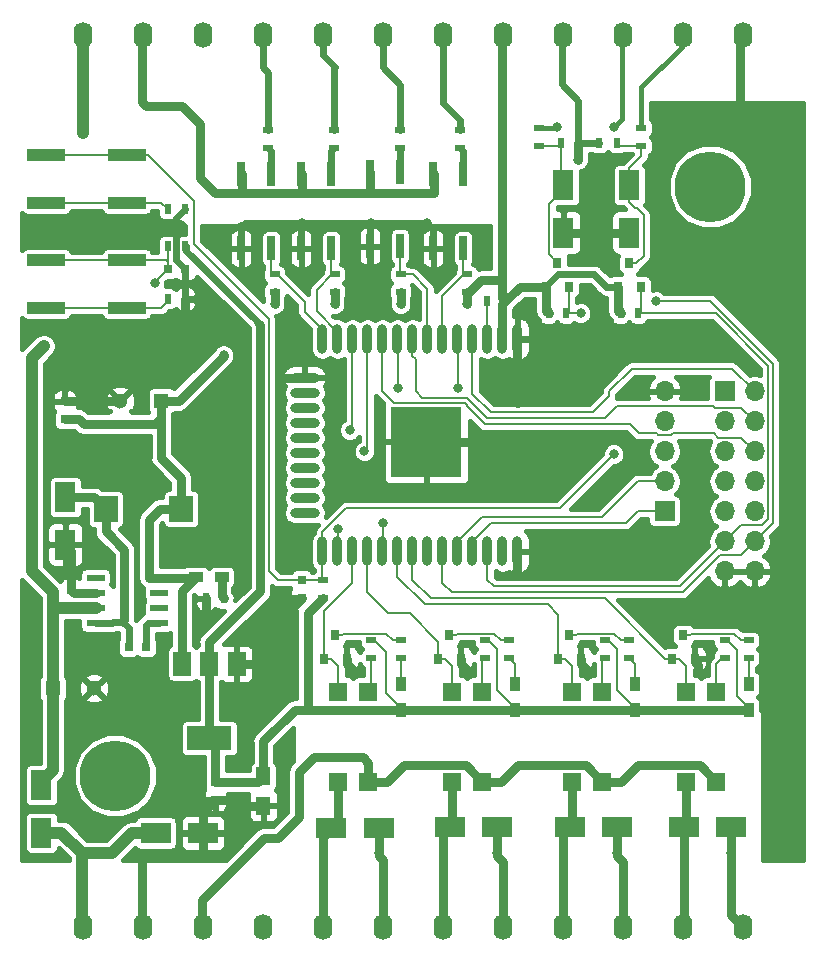
<source format=gtl>
G04 #@! TF.GenerationSoftware,KiCad,Pcbnew,5.0.2*
G04 #@! TF.CreationDate,2018-12-28T21:36:43+01:00*
G04 #@! TF.ProjectId,esp32control,65737033-3263-46f6-9e74-726f6c2e6b69,rev?*
G04 #@! TF.SameCoordinates,Original*
G04 #@! TF.FileFunction,Copper,L1,Top*
G04 #@! TF.FilePolarity,Positive*
%FSLAX46Y46*%
G04 Gerber Fmt 4.6, Leading zero omitted, Abs format (unit mm)*
G04 Created by KiCad (PCBNEW 5.0.2) date Fr 28 Dez 2018 21:36:43 CET*
%MOMM*%
%LPD*%
G01*
G04 APERTURE LIST*
G04 #@! TA.AperFunction,SMDPad,CuDef*
%ADD10R,0.640000X2.000000*%
G04 #@! TD*
G04 #@! TA.AperFunction,ComponentPad*
%ADD11O,1.600000X2.200000*%
G04 #@! TD*
G04 #@! TA.AperFunction,WasherPad*
%ADD12C,6.000000*%
G04 #@! TD*
G04 #@! TA.AperFunction,ComponentPad*
%ADD13O,1.700000X1.700000*%
G04 #@! TD*
G04 #@! TA.AperFunction,ComponentPad*
%ADD14R,1.700000X1.700000*%
G04 #@! TD*
G04 #@! TA.AperFunction,SMDPad,CuDef*
%ADD15R,1.200000X0.900000*%
G04 #@! TD*
G04 #@! TA.AperFunction,SMDPad,CuDef*
%ADD16R,0.500000X0.900000*%
G04 #@! TD*
G04 #@! TA.AperFunction,SMDPad,CuDef*
%ADD17R,1.800000X2.500000*%
G04 #@! TD*
G04 #@! TA.AperFunction,SMDPad,CuDef*
%ADD18R,0.750000X0.800000*%
G04 #@! TD*
G04 #@! TA.AperFunction,SMDPad,CuDef*
%ADD19R,1.250000X1.500000*%
G04 #@! TD*
G04 #@! TA.AperFunction,SMDPad,CuDef*
%ADD20R,3.800000X2.000000*%
G04 #@! TD*
G04 #@! TA.AperFunction,SMDPad,CuDef*
%ADD21R,1.500000X2.000000*%
G04 #@! TD*
G04 #@! TA.AperFunction,SMDPad,CuDef*
%ADD22R,0.800000X0.900000*%
G04 #@! TD*
G04 #@! TA.AperFunction,SMDPad,CuDef*
%ADD23R,0.900000X0.500000*%
G04 #@! TD*
G04 #@! TA.AperFunction,SMDPad,CuDef*
%ADD24R,1.550000X0.600000*%
G04 #@! TD*
G04 #@! TA.AperFunction,SMDPad,CuDef*
%ADD25R,0.800000X0.750000*%
G04 #@! TD*
G04 #@! TA.AperFunction,SMDPad,CuDef*
%ADD26R,2.500000X1.800000*%
G04 #@! TD*
G04 #@! TA.AperFunction,SMDPad,CuDef*
%ADD27R,0.900000X1.200000*%
G04 #@! TD*
G04 #@! TA.AperFunction,SMDPad,CuDef*
%ADD28R,3.200000X1.000000*%
G04 #@! TD*
G04 #@! TA.AperFunction,ComponentPad*
%ADD29C,1.300000*%
G04 #@! TD*
G04 #@! TA.AperFunction,ComponentPad*
%ADD30R,1.300000X1.300000*%
G04 #@! TD*
G04 #@! TA.AperFunction,SMDPad,CuDef*
%ADD31R,2.000000X2.200000*%
G04 #@! TD*
G04 #@! TA.AperFunction,SMDPad,CuDef*
%ADD32O,0.900000X2.500000*%
G04 #@! TD*
G04 #@! TA.AperFunction,SMDPad,CuDef*
%ADD33O,2.500000X0.900000*%
G04 #@! TD*
G04 #@! TA.AperFunction,SMDPad,CuDef*
%ADD34R,6.000000X6.000000*%
G04 #@! TD*
G04 #@! TA.AperFunction,SMDPad,CuDef*
%ADD35R,1.600000X1.600000*%
G04 #@! TD*
G04 #@! TA.AperFunction,ViaPad*
%ADD36C,0.800000*%
G04 #@! TD*
G04 #@! TA.AperFunction,Conductor*
%ADD37C,0.800000*%
G04 #@! TD*
G04 #@! TA.AperFunction,Conductor*
%ADD38C,0.600000*%
G04 #@! TD*
G04 #@! TA.AperFunction,Conductor*
%ADD39C,0.200000*%
G04 #@! TD*
G04 #@! TA.AperFunction,Conductor*
%ADD40C,1.000000*%
G04 #@! TD*
G04 #@! TA.AperFunction,Conductor*
%ADD41C,0.400000*%
G04 #@! TD*
G04 APERTURE END LIST*
D10*
G04 #@! TO.P,U8,4*
G04 #@! TO.N,/OPTO2*
X78423000Y-59415000D03*
G04 #@! TO.P,U8,3*
G04 #@! TO.N,GND*
X75883000Y-59415000D03*
G04 #@! TO.P,U8,2*
G04 #@! TO.N,VCOM*
X75883000Y-53115000D03*
G04 #@! TO.P,U8,1*
G04 #@! TO.N,Net-(R4-Pad1)*
X78423000Y-53115000D03*
G04 #@! TD*
D11*
G04 #@! TO.P,U11,1*
G04 #@! TO.N,/Vin*
X57368500Y-116868500D03*
G04 #@! TO.P,U11,2*
G04 #@! TO.N,GND*
X62448500Y-116868500D03*
G04 #@! TO.P,U11,3*
G04 #@! TO.N,/VREF*
X67528500Y-116868500D03*
G04 #@! TO.P,U11,4*
G04 #@! TO.N,/GNDA*
X72608500Y-116868500D03*
G04 #@! TO.P,U11,5*
G04 #@! TO.N,/OUT1*
X77688500Y-116868500D03*
G04 #@! TO.P,U11,6*
G04 #@! TO.N,/GNDA*
X82768500Y-116868500D03*
G04 #@! TO.P,U11,7*
G04 #@! TO.N,/OUT2*
X87848500Y-116868500D03*
G04 #@! TO.P,U11,8*
G04 #@! TO.N,/GNDA*
X92928500Y-116868500D03*
G04 #@! TO.P,U11,9*
G04 #@! TO.N,/OUT3*
X98008500Y-116868500D03*
G04 #@! TO.P,U11,10*
G04 #@! TO.N,/GNDA*
X103088500Y-116868500D03*
G04 #@! TO.P,U11,11*
G04 #@! TO.N,/OUT4*
X108168500Y-116868500D03*
G04 #@! TO.P,U11,12*
G04 #@! TO.N,/GNDA*
X113248500Y-116868500D03*
G04 #@! TO.P,U11,13*
G04 #@! TO.N,+24V*
X57368500Y-41368500D03*
G04 #@! TO.P,U11,14*
G04 #@! TO.N,VCOM*
X62448500Y-41368500D03*
G04 #@! TO.P,U11,15*
G04 #@! TO.N,GND*
X67528500Y-41368500D03*
G04 #@! TO.P,U11,16*
G04 #@! TO.N,/IN1*
X72608500Y-41368500D03*
G04 #@! TO.P,U11,17*
G04 #@! TO.N,/IN2*
X77688500Y-41368500D03*
G04 #@! TO.P,U11,18*
G04 #@! TO.N,/IN3*
X82768500Y-41368500D03*
G04 #@! TO.P,U11,19*
G04 #@! TO.N,/IN4*
X87848500Y-41368500D03*
G04 #@! TO.P,U11,20*
G04 #@! TO.N,+3V3*
X92928500Y-41368500D03*
G04 #@! TO.P,U11,21*
G04 #@! TO.N,/+5V*
X98008500Y-41368500D03*
G04 #@! TO.P,U11,22*
G04 #@! TO.N,Net-(R14-Pad2)*
X103088500Y-41368500D03*
G04 #@! TO.P,U11,23*
G04 #@! TO.N,Net-(R15-Pad2)*
X108168500Y-41368500D03*
G04 #@! TO.P,U11,24*
G04 #@! TO.N,GND*
X113248500Y-41368500D03*
D12*
G04 #@! TO.P,U11,*
G04 #@! TO.N,*
X60108500Y-104068500D03*
X110508500Y-54168500D03*
G04 #@! TD*
D13*
G04 #@! TO.P,J1,14*
G04 #@! TO.N,GND*
X114264500Y-86738500D03*
G04 #@! TO.P,J1,13*
X111724500Y-86738500D03*
G04 #@! TO.P,J1,12*
G04 #@! TO.N,/SDA*
X114264500Y-84198500D03*
G04 #@! TO.P,J1,11*
G04 #@! TO.N,/SCL*
X111724500Y-84198500D03*
G04 #@! TO.P,J1,10*
G04 #@! TO.N,/IO5*
X114264500Y-81658500D03*
G04 #@! TO.P,J1,9*
G04 #@! TO.N,/IO4*
X111724500Y-81658500D03*
G04 #@! TO.P,J1,8*
G04 #@! TO.N,/IO27*
X114264500Y-79118500D03*
G04 #@! TO.P,J1,7*
G04 #@! TO.N,/IO26*
X111724500Y-79118500D03*
G04 #@! TO.P,J1,6*
G04 #@! TO.N,/IO25*
X114264500Y-76578500D03*
G04 #@! TO.P,J1,5*
G04 #@! TO.N,/IO33*
X111724500Y-76578500D03*
G04 #@! TO.P,J1,4*
G04 #@! TO.N,/IO32*
X114264500Y-74038500D03*
G04 #@! TO.P,J1,3*
G04 #@! TO.N,/IO39*
X111724500Y-74038500D03*
G04 #@! TO.P,J1,2*
G04 #@! TO.N,/IO36*
X114264500Y-71498500D03*
D14*
G04 #@! TO.P,J1,1*
G04 #@! TO.N,/+5V*
X111724500Y-71498500D03*
G04 #@! TD*
D15*
G04 #@! TO.P,D14,2*
G04 #@! TO.N,/+5V*
X66936500Y-87246500D03*
G04 #@! TO.P,D14,1*
G04 #@! TO.N,Net-(D14-Pad1)*
X69136500Y-87246500D03*
G04 #@! TD*
D16*
G04 #@! TO.P,R29,2*
G04 #@! TO.N,Net-(D14-Pad1)*
X69294500Y-89024500D03*
G04 #@! TO.P,R29,1*
G04 #@! TO.N,GND*
X67794500Y-89024500D03*
G04 #@! TD*
D17*
G04 #@! TO.P,D13,1*
G04 #@! TO.N,/SDA_EXT*
X98072000Y-54068000D03*
G04 #@! TO.P,D13,2*
G04 #@! TO.N,GND*
X98072000Y-58068000D03*
G04 #@! TD*
G04 #@! TO.P,D6,2*
G04 #@! TO.N,GND*
X103660000Y-58068000D03*
G04 #@! TO.P,D6,1*
G04 #@! TO.N,/SCL_EXT*
X103660000Y-54068000D03*
G04 #@! TD*
D18*
G04 #@! TO.P,C4,1*
G04 #@! TO.N,+3V3*
X68608000Y-104594000D03*
G04 #@! TO.P,C4,2*
G04 #@! TO.N,GND*
X68608000Y-106094000D03*
G04 #@! TD*
D19*
G04 #@! TO.P,C3,2*
G04 #@! TO.N,GND*
X72672000Y-106594000D03*
G04 #@! TO.P,C3,1*
G04 #@! TO.N,+3V3*
X72672000Y-104094000D03*
G04 #@! TD*
D20*
G04 #@! TO.P,U12,2*
G04 #@! TO.N,+3V3*
X68100000Y-100874000D03*
D21*
X68100000Y-94574000D03*
G04 #@! TO.P,U12,3*
G04 #@! TO.N,/+5V*
X65800000Y-94574000D03*
G04 #@! TO.P,U12,1*
G04 #@! TO.N,GND*
X70400000Y-94574000D03*
G04 #@! TD*
D22*
G04 #@! TO.P,Q6,3*
G04 #@! TO.N,/SDA_EXT*
X97564000Y-60656000D03*
G04 #@! TO.P,Q6,2*
G04 #@! TO.N,/SDA*
X98514000Y-62656000D03*
G04 #@! TO.P,Q6,1*
G04 #@! TO.N,+3V3*
X96614000Y-62656000D03*
G04 #@! TD*
G04 #@! TO.P,Q5,1*
G04 #@! TO.N,+3V3*
X102710000Y-62656000D03*
G04 #@! TO.P,Q5,2*
G04 #@! TO.N,/SCL*
X104610000Y-62656000D03*
G04 #@! TO.P,Q5,3*
G04 #@! TO.N,/SCL_EXT*
X103660000Y-60656000D03*
G04 #@! TD*
D16*
G04 #@! TO.P,R12,1*
G04 #@! TO.N,/SDA*
X98314000Y-64894500D03*
G04 #@! TO.P,R12,2*
G04 #@! TO.N,+3V3*
X96814000Y-64894500D03*
G04 #@! TD*
G04 #@! TO.P,R13,2*
G04 #@! TO.N,+3V3*
X102910000Y-64894500D03*
G04 #@! TO.P,R13,1*
G04 #@! TO.N,/SCL*
X104410000Y-64894500D03*
G04 #@! TD*
D23*
G04 #@! TO.P,R14,1*
G04 #@! TO.N,/SDA_EXT*
X96040000Y-50722000D03*
G04 #@! TO.P,R14,2*
G04 #@! TO.N,Net-(R14-Pad2)*
X96040000Y-49222000D03*
G04 #@! TD*
D16*
G04 #@! TO.P,R28,2*
G04 #@! TO.N,/+5V*
X99330000Y-50480000D03*
G04 #@! TO.P,R28,1*
G04 #@! TO.N,/SDA_EXT*
X97830000Y-50480000D03*
G04 #@! TD*
D24*
G04 #@! TO.P,U4,8*
G04 #@! TO.N,Net-(C2-Pad2)*
X58468440Y-91125060D03*
G04 #@! TO.P,U4,7*
G04 #@! TO.N,+24V*
X58468440Y-89855060D03*
G04 #@! TO.P,U4,6*
G04 #@! TO.N,GND*
X58468440Y-88585060D03*
G04 #@! TO.P,U4,5*
G04 #@! TO.N,Net-(U4-Pad5)*
X58468440Y-87315060D03*
G04 #@! TO.P,U4,4*
G04 #@! TO.N,/+5V*
X63868440Y-87315060D03*
G04 #@! TO.P,U4,3*
G04 #@! TO.N,Net-(U4-Pad3)*
X63868440Y-88585060D03*
G04 #@! TO.P,U4,2*
G04 #@! TO.N,Net-(U4-Pad2)*
X63868440Y-89855060D03*
G04 #@! TO.P,U4,1*
G04 #@! TO.N,Net-(C2-Pad1)*
X63868440Y-91125060D03*
G04 #@! TD*
D25*
G04 #@! TO.P,C2,1*
G04 #@! TO.N,Net-(C2-Pad1)*
X62754000Y-93152000D03*
G04 #@! TO.P,C2,2*
G04 #@! TO.N,Net-(C2-Pad2)*
X61254000Y-93152000D03*
G04 #@! TD*
D26*
G04 #@! TO.P,D7,2*
G04 #@! TO.N,GND*
X67560000Y-108900000D03*
G04 #@! TO.P,D7,1*
G04 #@! TO.N,/Vin*
X63560000Y-108900000D03*
G04 #@! TD*
G04 #@! TO.P,D2,1*
G04 #@! TO.N,/GNDA*
X82419000Y-108519000D03*
G04 #@! TO.P,D2,2*
G04 #@! TO.N,/OUT1*
X78419000Y-108519000D03*
G04 #@! TD*
D17*
G04 #@! TO.P,D5,2*
G04 #@! TO.N,/Vin*
X53876000Y-108868000D03*
G04 #@! TO.P,D5,1*
G04 #@! TO.N,+24V*
X53876000Y-104868000D03*
G04 #@! TD*
D26*
G04 #@! TO.P,D8,1*
G04 #@! TO.N,/GNDA*
X92452000Y-108392000D03*
G04 #@! TO.P,D8,2*
G04 #@! TO.N,/OUT2*
X88452000Y-108392000D03*
G04 #@! TD*
G04 #@! TO.P,D10,2*
G04 #@! TO.N,/OUT3*
X98612000Y-108392000D03*
G04 #@! TO.P,D10,1*
G04 #@! TO.N,/GNDA*
X102612000Y-108392000D03*
G04 #@! TD*
G04 #@! TO.P,D12,1*
G04 #@! TO.N,/GNDA*
X112264000Y-108392000D03*
G04 #@! TO.P,D12,2*
G04 #@! TO.N,/OUT4*
X108264000Y-108392000D03*
G04 #@! TD*
D17*
G04 #@! TO.P,D4,2*
G04 #@! TO.N,GND*
X55908000Y-84484000D03*
G04 #@! TO.P,D4,1*
G04 #@! TO.N,Net-(C2-Pad2)*
X55908000Y-80484000D03*
G04 #@! TD*
D27*
G04 #@! TO.P,D3,1*
G04 #@! TO.N,Net-(D3-Pad1)*
X93944500Y-96306500D03*
G04 #@! TO.P,D3,2*
G04 #@! TO.N,+3V3*
X93944500Y-98506500D03*
G04 #@! TD*
G04 #@! TO.P,D1,2*
G04 #@! TO.N,+3V3*
X84292500Y-98506500D03*
G04 #@! TO.P,D1,1*
G04 #@! TO.N,Net-(D1-Pad1)*
X84292500Y-96306500D03*
G04 #@! TD*
G04 #@! TO.P,D9,1*
G04 #@! TO.N,Net-(D9-Pad1)*
X104104500Y-96306500D03*
G04 #@! TO.P,D9,2*
G04 #@! TO.N,+3V3*
X104104500Y-98506500D03*
G04 #@! TD*
G04 #@! TO.P,D11,2*
G04 #@! TO.N,+3V3*
X113756500Y-98506500D03*
G04 #@! TO.P,D11,1*
G04 #@! TO.N,Net-(D11-Pad1)*
X113756500Y-96306500D03*
G04 #@! TD*
D22*
G04 #@! TO.P,Q1,3*
G04 #@! TO.N,Net-(Q1-Pad3)*
X78768000Y-92152000D03*
G04 #@! TO.P,Q1,2*
G04 #@! TO.N,GND*
X79718000Y-94152000D03*
G04 #@! TO.P,Q1,1*
G04 #@! TO.N,/CH1*
X77818000Y-94152000D03*
G04 #@! TD*
G04 #@! TO.P,Q2,1*
G04 #@! TO.N,/CH2*
X87470000Y-94152000D03*
G04 #@! TO.P,Q2,2*
G04 #@! TO.N,GND*
X89370000Y-94152000D03*
G04 #@! TO.P,Q2,3*
G04 #@! TO.N,Net-(Q2-Pad3)*
X88420000Y-92152000D03*
G04 #@! TD*
G04 #@! TO.P,Q3,3*
G04 #@! TO.N,Net-(Q3-Pad3)*
X98580000Y-92152000D03*
G04 #@! TO.P,Q3,2*
G04 #@! TO.N,GND*
X99530000Y-94152000D03*
G04 #@! TO.P,Q3,1*
G04 #@! TO.N,/CH3*
X97630000Y-94152000D03*
G04 #@! TD*
G04 #@! TO.P,Q4,1*
G04 #@! TO.N,/CH4*
X107282000Y-94152000D03*
G04 #@! TO.P,Q4,2*
G04 #@! TO.N,GND*
X109182000Y-94152000D03*
G04 #@! TO.P,Q4,3*
G04 #@! TO.N,Net-(Q4-Pad3)*
X108232000Y-92152000D03*
G04 #@! TD*
D23*
G04 #@! TO.P,R24,1*
G04 #@! TO.N,Net-(R24-Pad1)*
X101628000Y-94092500D03*
G04 #@! TO.P,R24,2*
G04 #@! TO.N,+3V3*
X101628000Y-92592500D03*
G04 #@! TD*
G04 #@! TO.P,R25,2*
G04 #@! TO.N,Net-(D9-Pad1)*
X103596500Y-94092500D03*
G04 #@! TO.P,R25,1*
G04 #@! TO.N,Net-(Q3-Pad3)*
X103596500Y-92592500D03*
G04 #@! TD*
G04 #@! TO.P,R27,1*
G04 #@! TO.N,Net-(Q4-Pad3)*
X113756500Y-92592500D03*
G04 #@! TO.P,R27,2*
G04 #@! TO.N,Net-(D11-Pad1)*
X113756500Y-94092500D03*
G04 #@! TD*
G04 #@! TO.P,R26,2*
G04 #@! TO.N,+3V3*
X111724500Y-92592500D03*
G04 #@! TO.P,R26,1*
G04 #@! TO.N,Net-(R26-Pad1)*
X111724500Y-94092500D03*
G04 #@! TD*
D16*
G04 #@! TO.P,R19,1*
G04 #@! TO.N,+3V3*
X93143000Y-63878500D03*
G04 #@! TO.P,R19,2*
G04 #@! TO.N,Net-(R19-Pad2)*
X91643000Y-63878500D03*
G04 #@! TD*
D23*
G04 #@! TO.P,R18,1*
G04 #@! TO.N,/OPTO4*
X89880500Y-61604500D03*
G04 #@! TO.P,R18,2*
G04 #@! TO.N,+3V3*
X89880500Y-63104500D03*
G04 #@! TD*
G04 #@! TO.P,R8,1*
G04 #@! TO.N,Net-(R8-Pad1)*
X89345000Y-50919000D03*
G04 #@! TO.P,R8,2*
G04 #@! TO.N,/IN4*
X89345000Y-49419000D03*
G04 #@! TD*
G04 #@! TO.P,R9,1*
G04 #@! TO.N,/OPTO3*
X84292500Y-61604500D03*
G04 #@! TO.P,R9,2*
G04 #@! TO.N,+3V3*
X84292500Y-63104500D03*
G04 #@! TD*
G04 #@! TO.P,R22,1*
G04 #@! TO.N,/nBoot*
X77688500Y-87512500D03*
G04 #@! TO.P,R22,2*
G04 #@! TO.N,+3V3*
X77688500Y-89012500D03*
G04 #@! TD*
D16*
G04 #@! TO.P,R23,1*
G04 #@! TO.N,Net-(R23-Pad1)*
X64556000Y-56068000D03*
G04 #@! TO.P,R23,2*
G04 #@! TO.N,GND*
X66056000Y-56068000D03*
G04 #@! TD*
D23*
G04 #@! TO.P,R30,1*
G04 #@! TO.N,/OPTO2*
X78704500Y-61604500D03*
G04 #@! TO.P,R30,2*
G04 #@! TO.N,+3V3*
X78704500Y-63104500D03*
G04 #@! TD*
G04 #@! TO.P,R17,1*
G04 #@! TO.N,/OPTO1*
X73624500Y-61604500D03*
G04 #@! TO.P,R17,2*
G04 #@! TO.N,+3V3*
X73624500Y-63104500D03*
G04 #@! TD*
D16*
G04 #@! TO.P,R16,1*
G04 #@! TO.N,/SCL_EXT*
X102620000Y-50480000D03*
G04 #@! TO.P,R16,2*
G04 #@! TO.N,/+5V*
X101120000Y-50480000D03*
G04 #@! TD*
D23*
G04 #@! TO.P,R15,1*
G04 #@! TO.N,/SCL_EXT*
X104676000Y-50722000D03*
G04 #@! TO.P,R15,2*
G04 #@! TO.N,Net-(R15-Pad2)*
X104676000Y-49222000D03*
G04 #@! TD*
D16*
G04 #@! TO.P,R11,1*
G04 #@! TO.N,Net-(R11-Pad1)*
X64556000Y-63688000D03*
G04 #@! TO.P,R11,2*
G04 #@! TO.N,GND*
X66056000Y-63688000D03*
G04 #@! TD*
G04 #@! TO.P,R10,1*
G04 #@! TO.N,/nReset*
X64556000Y-59243000D03*
G04 #@! TO.P,R10,2*
G04 #@! TO.N,+3V3*
X66056000Y-59243000D03*
G04 #@! TD*
D23*
G04 #@! TO.P,R5,1*
G04 #@! TO.N,Net-(R5-Pad1)*
X84265000Y-50919000D03*
G04 #@! TO.P,R5,2*
G04 #@! TO.N,/IN3*
X84265000Y-49419000D03*
G04 #@! TD*
G04 #@! TO.P,R4,1*
G04 #@! TO.N,Net-(R4-Pad1)*
X78677000Y-50919000D03*
G04 #@! TO.P,R4,2*
G04 #@! TO.N,/IN2*
X78677000Y-49419000D03*
G04 #@! TD*
G04 #@! TO.P,R3,1*
G04 #@! TO.N,Net-(R3-Pad1)*
X73089000Y-50919000D03*
G04 #@! TO.P,R3,2*
G04 #@! TO.N,/IN1*
X73089000Y-49419000D03*
G04 #@! TD*
G04 #@! TO.P,R1,1*
G04 #@! TO.N,Net-(R1-Pad1)*
X81816000Y-94092500D03*
G04 #@! TO.P,R1,2*
G04 #@! TO.N,+3V3*
X81816000Y-92592500D03*
G04 #@! TD*
G04 #@! TO.P,R7,1*
G04 #@! TO.N,Net-(Q2-Pad3)*
X93436500Y-92592500D03*
G04 #@! TO.P,R7,2*
G04 #@! TO.N,Net-(D3-Pad1)*
X93436500Y-94092500D03*
G04 #@! TD*
G04 #@! TO.P,R6,1*
G04 #@! TO.N,Net-(R6-Pad1)*
X91468000Y-94092500D03*
G04 #@! TO.P,R6,2*
G04 #@! TO.N,+3V3*
X91468000Y-92592500D03*
G04 #@! TD*
G04 #@! TO.P,R2,1*
G04 #@! TO.N,Net-(Q1-Pad3)*
X84292500Y-92592500D03*
G04 #@! TO.P,R2,2*
G04 #@! TO.N,Net-(D1-Pad1)*
X84292500Y-94092500D03*
G04 #@! TD*
D10*
G04 #@! TO.P,U5,1*
G04 #@! TO.N,Net-(R3-Pad1)*
X73343000Y-53115000D03*
G04 #@! TO.P,U5,2*
G04 #@! TO.N,VCOM*
X70803000Y-53115000D03*
G04 #@! TO.P,U5,3*
G04 #@! TO.N,GND*
X70803000Y-59415000D03*
G04 #@! TO.P,U5,4*
G04 #@! TO.N,/OPTO1*
X73343000Y-59415000D03*
G04 #@! TD*
G04 #@! TO.P,U9,4*
G04 #@! TO.N,/OPTO3*
X84236295Y-59230521D03*
G04 #@! TO.P,U9,3*
G04 #@! TO.N,GND*
X81696295Y-59230521D03*
G04 #@! TO.P,U9,2*
G04 #@! TO.N,VCOM*
X81696295Y-52930521D03*
G04 #@! TO.P,U9,1*
G04 #@! TO.N,Net-(R5-Pad1)*
X84236295Y-52930521D03*
G04 #@! TD*
G04 #@! TO.P,U10,1*
G04 #@! TO.N,Net-(R8-Pad1)*
X89599000Y-53115000D03*
G04 #@! TO.P,U10,2*
G04 #@! TO.N,VCOM*
X87059000Y-53115000D03*
G04 #@! TO.P,U10,3*
G04 #@! TO.N,GND*
X87059000Y-59415000D03*
G04 #@! TO.P,U10,4*
G04 #@! TO.N,/OPTO4*
X89599000Y-59415000D03*
G04 #@! TD*
D14*
G04 #@! TO.P,P1,1*
G04 #@! TO.N,Net-(P1-Pad1)*
X106640500Y-81658500D03*
D13*
G04 #@! TO.P,P1,2*
G04 #@! TO.N,Net-(P1-Pad2)*
X106640500Y-79118500D03*
G04 #@! TO.P,P1,3*
G04 #@! TO.N,/nReset*
X106640500Y-76578500D03*
G04 #@! TO.P,P1,4*
G04 #@! TO.N,/nBoot*
X106640500Y-74038500D03*
G04 #@! TO.P,P1,5*
G04 #@! TO.N,GND*
X106640500Y-71498500D03*
G04 #@! TD*
D18*
G04 #@! TO.P,C1,2*
G04 #@! TO.N,GND*
X75910500Y-89012500D03*
G04 #@! TO.P,C1,1*
G04 #@! TO.N,/nBoot*
X75910500Y-87512500D03*
G04 #@! TD*
D28*
G04 #@! TO.P,SW1,A'*
G04 #@! TO.N,Net-(R23-Pad1)*
X61086000Y-55528000D03*
G04 #@! TO.P,SW1,A*
X54286000Y-55528000D03*
G04 #@! TO.P,SW1,B*
G04 #@! TO.N,/nBoot*
X54286000Y-51528000D03*
G04 #@! TO.P,SW1,B'*
X61086000Y-51528000D03*
G04 #@! TD*
D29*
G04 #@! TO.P,C25,2*
G04 #@! TO.N,GND*
X60536000Y-72324000D03*
D30*
G04 #@! TO.P,C25,1*
G04 #@! TO.N,/+5V*
X64036000Y-72324000D03*
G04 #@! TD*
D29*
G04 #@! TO.P,C28,2*
G04 #@! TO.N,GND*
X58328500Y-96644500D03*
D30*
G04 #@! TO.P,C28,1*
G04 #@! TO.N,+24V*
X54828500Y-96644500D03*
G04 #@! TD*
D18*
G04 #@! TO.P,C26,2*
G04 #@! TO.N,GND*
X55857200Y-72366480D03*
G04 #@! TO.P,C26,1*
G04 #@! TO.N,/+5V*
X55857200Y-73866480D03*
G04 #@! TD*
D31*
G04 #@! TO.P,L9,2*
G04 #@! TO.N,/+5V*
X65712000Y-81468000D03*
G04 #@! TO.P,L9,1*
G04 #@! TO.N,Net-(C2-Pad2)*
X59312000Y-81468000D03*
G04 #@! TD*
D18*
G04 #@! TO.P,C27,2*
G04 #@! TO.N,GND*
X56416000Y-88338000D03*
G04 #@! TO.P,C27,1*
G04 #@! TO.N,+24V*
X56416000Y-89838000D03*
G04 #@! TD*
D28*
G04 #@! TO.P,SW2,B'*
G04 #@! TO.N,/nReset*
X61086000Y-60418000D03*
G04 #@! TO.P,SW2,B*
X54286000Y-60418000D03*
G04 #@! TO.P,SW2,A*
G04 #@! TO.N,Net-(R11-Pad1)*
X54286000Y-64418000D03*
G04 #@! TO.P,SW2,A'*
X61086000Y-64418000D03*
G04 #@! TD*
D25*
G04 #@! TO.P,C23,2*
G04 #@! TO.N,GND*
X66056000Y-61148000D03*
G04 #@! TO.P,C23,1*
G04 #@! TO.N,/nReset*
X64556000Y-61148000D03*
G04 #@! TD*
D32*
G04 #@! TO.P,U1,38*
G04 #@! TO.N,GND*
X94178000Y-85070500D03*
G04 #@! TO.P,U1,37*
G04 #@! TO.N,Net-(U1-Pad37)*
X92908000Y-85070500D03*
G04 #@! TO.P,U1,36*
G04 #@! TO.N,/SCL*
X91638000Y-85070500D03*
G04 #@! TO.P,U1,35*
G04 #@! TO.N,Net-(P1-Pad1)*
X90368000Y-85070500D03*
G04 #@! TO.P,U1,34*
G04 #@! TO.N,Net-(P1-Pad2)*
X89098000Y-85070500D03*
G04 #@! TO.P,U1,33*
G04 #@! TO.N,/SDA*
X87828000Y-85070500D03*
G04 #@! TO.P,U1,32*
G04 #@! TO.N,Net-(U1-Pad32)*
X86558000Y-85070500D03*
G04 #@! TO.P,U1,31*
G04 #@! TO.N,/CH4*
X85288000Y-85070500D03*
G04 #@! TO.P,U1,30*
G04 #@! TO.N,/CH3*
X84018000Y-85070500D03*
G04 #@! TO.P,U1,29*
G04 #@! TO.N,/IO5*
X82748000Y-85070500D03*
G04 #@! TO.P,U1,28*
G04 #@! TO.N,/CH2*
X81478000Y-85070500D03*
G04 #@! TO.P,U1,27*
G04 #@! TO.N,/CH1*
X80208000Y-85070500D03*
G04 #@! TO.P,U1,26*
G04 #@! TO.N,/IO4*
X78938000Y-85070500D03*
G04 #@! TO.P,U1,25*
G04 #@! TO.N,/nBoot*
X77668000Y-85070500D03*
D33*
G04 #@! TO.P,U1,24*
G04 #@! TO.N,Net-(U1-Pad24)*
X76178000Y-81785500D03*
G04 #@! TO.P,U1,23*
G04 #@! TO.N,Net-(U1-Pad23)*
X76178000Y-80515500D03*
G04 #@! TO.P,U1,22*
G04 #@! TO.N,Net-(U1-Pad22)*
X76178000Y-79245500D03*
G04 #@! TO.P,U1,21*
G04 #@! TO.N,Net-(U1-Pad21)*
X76178000Y-77975500D03*
G04 #@! TO.P,U1,20*
G04 #@! TO.N,Net-(U1-Pad20)*
X76178000Y-76705500D03*
G04 #@! TO.P,U1,19*
G04 #@! TO.N,Net-(U1-Pad19)*
X76178000Y-75435500D03*
G04 #@! TO.P,U1,18*
G04 #@! TO.N,Net-(U1-Pad18)*
X76178000Y-74165500D03*
G04 #@! TO.P,U1,17*
G04 #@! TO.N,Net-(U1-Pad17)*
X76178000Y-72895500D03*
G04 #@! TO.P,U1,16*
G04 #@! TO.N,Net-(U1-Pad16)*
X76178000Y-71625500D03*
G04 #@! TO.P,U1,15*
G04 #@! TO.N,GND*
X76178000Y-70355500D03*
D32*
G04 #@! TO.P,U1,14*
G04 #@! TO.N,/OPTO1*
X77668000Y-67070500D03*
G04 #@! TO.P,U1,13*
G04 #@! TO.N,/OPTO2*
X78938000Y-67070500D03*
G04 #@! TO.P,U1,12*
G04 #@! TO.N,/IO27*
X80208000Y-67070500D03*
G04 #@! TO.P,U1,11*
G04 #@! TO.N,/IO26*
X81478000Y-67070500D03*
G04 #@! TO.P,U1,10*
G04 #@! TO.N,/IO25*
X82748000Y-67070500D03*
G04 #@! TO.P,U1,9*
G04 #@! TO.N,/IO33*
X84018000Y-67070500D03*
G04 #@! TO.P,U1,8*
G04 #@! TO.N,/IO32*
X85288000Y-67070500D03*
G04 #@! TO.P,U1,7*
G04 #@! TO.N,/OPTO3*
X86558000Y-67070500D03*
G04 #@! TO.P,U1,6*
G04 #@! TO.N,/OPTO4*
X87828000Y-67070500D03*
G04 #@! TO.P,U1,5*
G04 #@! TO.N,/IO39*
X89098000Y-67070500D03*
G04 #@! TO.P,U1,4*
G04 #@! TO.N,/IO36*
X90368000Y-67070500D03*
G04 #@! TO.P,U1,3*
G04 #@! TO.N,Net-(R19-Pad2)*
X91638000Y-67070500D03*
G04 #@! TO.P,U1,2*
G04 #@! TO.N,+3V3*
X92908000Y-67070500D03*
G04 #@! TO.P,U1,1*
G04 #@! TO.N,GND*
X94178000Y-67070500D03*
D34*
G04 #@! TO.P,U1,39*
X86478000Y-75770500D03*
G04 #@! TD*
D35*
G04 #@! TO.P,U7,1*
G04 #@! TO.N,Net-(R26-Pad1)*
X111026000Y-96962000D03*
G04 #@! TO.P,U7,3*
G04 #@! TO.N,/OUT4*
X108486000Y-104582000D03*
G04 #@! TO.P,U7,2*
G04 #@! TO.N,/CH4*
X108486000Y-96962000D03*
G04 #@! TO.P,U7,4*
G04 #@! TO.N,/VREF*
X111026000Y-104582000D03*
G04 #@! TD*
G04 #@! TO.P,U6,4*
G04 #@! TO.N,/VREF*
X101374000Y-104582000D03*
G04 #@! TO.P,U6,2*
G04 #@! TO.N,/CH3*
X98834000Y-96962000D03*
G04 #@! TO.P,U6,3*
G04 #@! TO.N,/OUT3*
X98834000Y-104582000D03*
G04 #@! TO.P,U6,1*
G04 #@! TO.N,Net-(R24-Pad1)*
X101374000Y-96962000D03*
G04 #@! TD*
G04 #@! TO.P,U2,1*
G04 #@! TO.N,Net-(R1-Pad1)*
X81562000Y-96962000D03*
G04 #@! TO.P,U2,3*
G04 #@! TO.N,/OUT1*
X79022000Y-104582000D03*
G04 #@! TO.P,U2,2*
G04 #@! TO.N,/CH1*
X79022000Y-96962000D03*
G04 #@! TO.P,U2,4*
G04 #@! TO.N,/VREF*
X81562000Y-104582000D03*
G04 #@! TD*
G04 #@! TO.P,U3,4*
G04 #@! TO.N,/VREF*
X91214000Y-104582000D03*
G04 #@! TO.P,U3,2*
G04 #@! TO.N,/CH2*
X88674000Y-96962000D03*
G04 #@! TO.P,U3,3*
G04 #@! TO.N,/OUT2*
X88674000Y-104582000D03*
G04 #@! TO.P,U3,1*
G04 #@! TO.N,Net-(R6-Pad1)*
X91214000Y-96962000D03*
G04 #@! TD*
D36*
G04 #@! TO.N,GND*
X80228500Y-95120500D03*
X80228500Y-95120500D03*
X89880500Y-95120500D03*
X100040500Y-95120500D03*
X109438500Y-95120500D03*
X70322500Y-106094000D03*
X67560000Y-110868500D03*
X94178000Y-86738500D03*
X94198500Y-75562500D03*
X94198500Y-72514500D03*
X94198500Y-69974500D03*
X66056000Y-65097000D03*
X70803000Y-57556000D03*
X75910500Y-57274500D03*
X81752500Y-57274500D03*
X86518500Y-57274500D03*
X74132500Y-94866492D03*
X67794500Y-90282500D03*
X112994500Y-47368500D03*
X100802500Y-58067992D03*
X56416000Y-86992500D03*
X74386504Y-70355500D03*
X115534500Y-110614500D03*
X117820500Y-110614500D03*
X117820500Y-107058500D03*
X117820500Y-99692500D03*
X118074500Y-92072500D03*
X118074500Y-84198500D03*
X118074500Y-74038500D03*
X118074500Y-63878500D03*
X118074500Y-56004500D03*
X118074500Y-47622500D03*
X52796500Y-66418500D03*
X52542500Y-57782500D03*
X53050500Y-101978500D03*
X53050500Y-89278500D03*
X103850500Y-89532500D03*
X108422500Y-84198500D03*
X78450500Y-80642500D03*
X78958500Y-70482500D03*
X81498500Y-62608500D03*
X101202499Y-52702500D03*
X106390500Y-47368500D03*
X105882500Y-61338500D03*
X91658500Y-75562500D03*
X78450500Y-77340500D03*
X63464500Y-57782500D03*
X75148500Y-65656500D03*
X108422500Y-76008510D03*
X67782500Y-57782500D03*
X74640500Y-86484500D03*
X76672500Y-83182500D03*
X70322500Y-102994500D03*
X74640500Y-88516500D03*
G04 #@! TO.N,+3V3*
X73624500Y-64132500D03*
X89880500Y-64132500D03*
X84292500Y-64132500D03*
X78704500Y-64132500D03*
X72416490Y-65910516D03*
G04 #@! TO.N,/nReset*
X63464500Y-62354500D03*
G04 #@! TO.N,+24V*
X57368500Y-49654500D03*
X54066500Y-67688500D03*
G04 #@! TO.N,/nBoot*
X102326494Y-76832500D03*
G04 #@! TO.N,/+5V*
X99330000Y-51889000D03*
X69306504Y-68450500D03*
G04 #@! TO.N,Net-(R14-Pad2)*
X102326500Y-49146500D03*
X97500500Y-49146500D03*
G04 #@! TO.N,/SDA*
X105882500Y-63878500D03*
X99532500Y-64894500D03*
G04 #@! TO.N,/IO5*
X82768500Y-82674500D03*
G04 #@! TO.N,/IO4*
X78958500Y-83182500D03*
G04 #@! TO.N,/IO27*
X79987517Y-74787481D03*
G04 #@! TO.N,/IO26*
X81228668Y-76594332D03*
G04 #@! TO.N,/IO33*
X84038500Y-71244500D03*
G04 #@! TO.N,/IO39*
X89118500Y-71244500D03*
G04 #@! TO.N,/GNDA*
X82419000Y-110614500D03*
X92452000Y-110614500D03*
X102612000Y-110614500D03*
X112264000Y-110614500D03*
G04 #@! TD*
D37*
G04 #@! TO.N,GND*
X67560000Y-107142000D02*
X68608000Y-106094000D01*
X67560000Y-108900000D02*
X67560000Y-107142000D01*
X56663060Y-88585060D02*
X56416000Y-88338000D01*
X58468440Y-88585060D02*
X56663060Y-88585060D01*
X56416000Y-84992000D02*
X55908000Y-84484000D01*
X60493520Y-72366480D02*
X60536000Y-72324000D01*
X55857200Y-72366480D02*
X60493520Y-72366480D01*
X98072000Y-58068000D02*
X103660000Y-58068000D01*
X79718000Y-94152000D02*
X79718000Y-94610000D01*
X79718000Y-94610000D02*
X80228500Y-95120500D01*
X89370000Y-94152000D02*
X89370000Y-94610000D01*
X89370000Y-94610000D02*
X89880500Y-95120500D01*
X99530000Y-94152000D02*
X99530000Y-94610000D01*
X99530000Y-94610000D02*
X100040500Y-95120500D01*
X109182000Y-94462037D02*
X109438500Y-94718537D01*
X109182000Y-94152000D02*
X109182000Y-94462037D01*
X109438500Y-94718537D02*
X109438500Y-95120500D01*
X70747000Y-106094000D02*
X70322500Y-106094000D01*
X71247000Y-106594000D02*
X70747000Y-106094000D01*
X72672000Y-106594000D02*
X71247000Y-106594000D01*
X68608000Y-106094000D02*
X70322500Y-106094000D01*
X67560000Y-110868500D02*
X67560000Y-108900000D01*
X94178000Y-85070500D02*
X94178000Y-86738500D01*
D38*
X66056000Y-63688000D02*
X66056000Y-61148000D01*
X65306000Y-56818000D02*
X66056000Y-56068000D01*
X65306000Y-60386000D02*
X65306000Y-56818000D01*
X66056000Y-61136000D02*
X65306000Y-60386000D01*
X66056000Y-61148000D02*
X66056000Y-61136000D01*
X75883000Y-58735000D02*
X75883000Y-59415000D01*
X70803000Y-59415000D02*
X70803000Y-58735000D01*
X87059000Y-57815000D02*
X87059000Y-59415000D01*
X70803000Y-59415000D02*
X70803000Y-57556000D01*
X70803000Y-57556000D02*
X71084500Y-57274500D01*
X86518500Y-57274500D02*
X87059000Y-57815000D01*
X75910500Y-57787500D02*
X75910500Y-57274500D01*
X75883000Y-59415000D02*
X75883000Y-57815000D01*
X71084500Y-57274500D02*
X75910500Y-57274500D01*
X75883000Y-57815000D02*
X75910500Y-57787500D01*
X81696295Y-59230521D02*
X81696295Y-57330705D01*
X81696295Y-57330705D02*
X81752500Y-57274500D01*
X81752500Y-57274500D02*
X86518500Y-57274500D01*
X75910500Y-57274500D02*
X81752500Y-57274500D01*
D37*
X90278000Y-75770500D02*
X90486000Y-75562500D01*
X86478000Y-75770500D02*
X90278000Y-75770500D01*
X90486000Y-75562500D02*
X91658500Y-75562500D01*
X94178000Y-72494000D02*
X94198500Y-72514500D01*
X94178000Y-67070500D02*
X94178000Y-72494000D01*
X66056000Y-63688000D02*
X66056000Y-65097000D01*
X74132500Y-90815500D02*
X74132500Y-94300807D01*
X73840008Y-94574000D02*
X74132500Y-94866492D01*
X74132500Y-94300807D02*
X74132500Y-94866492D01*
X75910500Y-89037500D02*
X74132500Y-90815500D01*
X75910500Y-89012500D02*
X75910500Y-89037500D01*
X70400000Y-94574000D02*
X73840008Y-94574000D01*
X67794500Y-89024500D02*
X67794500Y-90282500D01*
X112994500Y-46802815D02*
X112994500Y-47368500D01*
X113185000Y-41305000D02*
X112994500Y-41495500D01*
X112994500Y-41495500D02*
X112994500Y-46802815D01*
X103660000Y-58068000D02*
X100802508Y-58068000D01*
X100802508Y-58068000D02*
X100802500Y-58067992D01*
X56416000Y-88338000D02*
X56416000Y-86992500D01*
X56416000Y-86992500D02*
X56416000Y-84992000D01*
X76178000Y-70355500D02*
X74386504Y-70355500D01*
X91658500Y-75562500D02*
X94198500Y-75562500D01*
X62448500Y-110868500D02*
X67560000Y-110868500D01*
X62385000Y-110932000D02*
X62448500Y-110868500D01*
X62385000Y-116805000D02*
X62385000Y-110932000D01*
G04 #@! TO.N,+3V3*
X72172000Y-104594000D02*
X72672000Y-104094000D01*
X68608000Y-104594000D02*
X72172000Y-104594000D01*
X68608000Y-101382000D02*
X68100000Y-100874000D01*
X68608000Y-104594000D02*
X68608000Y-101382000D01*
X68100000Y-100874000D02*
X68100000Y-94574000D01*
X92865000Y-63600500D02*
X93143000Y-63878500D01*
X94365500Y-62656000D02*
X93143000Y-63878500D01*
X96614000Y-62656000D02*
X94365500Y-62656000D01*
X96614000Y-64694500D02*
X96814000Y-64894500D01*
X96614000Y-62656000D02*
X96614000Y-64694500D01*
X102710000Y-64694500D02*
X102910000Y-64894500D01*
X102710000Y-62656000D02*
X102710000Y-64694500D01*
X92908000Y-64113500D02*
X93143000Y-63878500D01*
X92908000Y-67070500D02*
X92908000Y-64113500D01*
D38*
X101710000Y-62656000D02*
X102710000Y-62656000D01*
X100660000Y-61606000D02*
X101710000Y-62656000D01*
X97614000Y-61606000D02*
X100660000Y-61606000D01*
X96614000Y-62606000D02*
X97614000Y-61606000D01*
X96614000Y-62656000D02*
X96614000Y-62606000D01*
D37*
X84292500Y-98506500D02*
X93944500Y-98506500D01*
X95194500Y-98506500D02*
X104104500Y-98506500D01*
X93944500Y-98506500D02*
X95194500Y-98506500D01*
X104104500Y-98506500D02*
X113756500Y-98506500D01*
X72672000Y-101153000D02*
X72672000Y-104094000D01*
X75318500Y-98506500D02*
X72672000Y-101153000D01*
X76418500Y-90282500D02*
X76418500Y-98506500D01*
X77688500Y-89012500D02*
X76418500Y-90282500D01*
X76418500Y-98506500D02*
X75318500Y-98506500D01*
X84292500Y-98506500D02*
X76418500Y-98506500D01*
X91084500Y-62100500D02*
X92865000Y-62100500D01*
X90080500Y-63104500D02*
X91084500Y-62100500D01*
X92865000Y-41305000D02*
X92865000Y-62100500D01*
X89880500Y-63104500D02*
X90080500Y-63104500D01*
X92865000Y-62100500D02*
X92865000Y-63600500D01*
X73624500Y-63104500D02*
X73624500Y-64132500D01*
X89880500Y-63104500D02*
X89880500Y-64132500D01*
X84292500Y-63104500D02*
X84292500Y-64132500D01*
X78704500Y-63104500D02*
X78704500Y-64132500D01*
D39*
X82016000Y-92592500D02*
X81816000Y-92592500D01*
X84292500Y-98506500D02*
X84292500Y-98356500D01*
X83022500Y-97086500D02*
X83022500Y-93599000D01*
X83022500Y-93599000D02*
X82016000Y-92592500D01*
X84292500Y-98356500D02*
X83022500Y-97086500D01*
X91668000Y-92592500D02*
X91468000Y-92592500D01*
X93944500Y-98506500D02*
X93944500Y-98356500D01*
X93944500Y-98356500D02*
X92420500Y-96832500D01*
X92420500Y-96832500D02*
X92420500Y-93345000D01*
X92420500Y-93345000D02*
X91668000Y-92592500D01*
X101828000Y-92592500D02*
X101628000Y-92592500D01*
X104104500Y-98506500D02*
X104104500Y-98356500D01*
X104104500Y-98356500D02*
X102580500Y-96832500D01*
X102580500Y-93345000D02*
X101828000Y-92592500D01*
X102580500Y-96832500D02*
X102580500Y-93345000D01*
X111924500Y-92592500D02*
X111724500Y-92592500D01*
X113756500Y-98506500D02*
X113756500Y-98356500D01*
X113756500Y-98356500D02*
X112740500Y-97340500D01*
X112740500Y-97340500D02*
X112740500Y-93408500D01*
X112740500Y-93408500D02*
X111924500Y-92592500D01*
D37*
X68100000Y-94574000D02*
X68100000Y-92774000D01*
D38*
X66106010Y-59243000D02*
X66106010Y-59600036D01*
D37*
X68100000Y-92774000D02*
X72416490Y-88457510D01*
X72416490Y-66476201D02*
X72416490Y-65910516D01*
D38*
X66106010Y-59600036D02*
X72016491Y-65510517D01*
D37*
X72416490Y-88457510D02*
X72416490Y-66476201D01*
D38*
X72016491Y-65510517D02*
X72416490Y-65910516D01*
D39*
G04 #@! TO.N,/nReset*
X54286000Y-60418000D02*
X61086000Y-60418000D01*
X64556000Y-60573000D02*
X64556000Y-61148000D01*
X64401000Y-60418000D02*
X64556000Y-60573000D01*
X61086000Y-60418000D02*
X64401000Y-60418000D01*
X64556000Y-59243000D02*
X64556000Y-61148000D01*
X63464500Y-62239500D02*
X64556000Y-61148000D01*
X63464500Y-62354500D02*
X63464500Y-62239500D01*
D40*
G04 #@! TO.N,+24V*
X56433060Y-89855060D02*
X56416000Y-89838000D01*
X58468440Y-89855060D02*
X56433060Y-89855060D01*
X57368500Y-41368500D02*
X57368500Y-49654500D01*
X54828500Y-103565500D02*
X54828500Y-96644500D01*
X53876000Y-104518000D02*
X54828500Y-103565500D01*
X53876000Y-104868000D02*
X53876000Y-104518000D01*
X54828500Y-89786500D02*
X54828500Y-96644500D01*
X54880000Y-89838000D02*
X54828500Y-89786500D01*
X56416000Y-89838000D02*
X54880000Y-89838000D01*
X54828500Y-88516500D02*
X54828500Y-89786500D01*
X53050500Y-68704500D02*
X53050500Y-86738500D01*
X53050500Y-86738500D02*
X54828500Y-88516500D01*
X54066500Y-67688500D02*
X53050500Y-68704500D01*
G04 #@! TO.N,/Vin*
X55576000Y-108868000D02*
X53876000Y-108868000D01*
X57305000Y-110597000D02*
X55576000Y-108868000D01*
X57305000Y-116805000D02*
X57305000Y-110597000D01*
X61510000Y-108900000D02*
X59813000Y-110597000D01*
X59813000Y-110597000D02*
X57305000Y-110597000D01*
X63560000Y-108900000D02*
X61510000Y-108900000D01*
D39*
G04 #@! TO.N,Net-(R11-Pad1)*
X54286000Y-64418000D02*
X61086000Y-64418000D01*
X64026000Y-64418000D02*
X64556000Y-63888000D01*
X64556000Y-63888000D02*
X64556000Y-63688000D01*
X61086000Y-64418000D02*
X64026000Y-64418000D01*
D37*
G04 #@! TO.N,/OUT1*
X79022000Y-107916000D02*
X78419000Y-108519000D01*
X79022000Y-104582000D02*
X79022000Y-107916000D01*
X77688500Y-116741500D02*
X77625000Y-116805000D01*
X77688500Y-109249500D02*
X77688500Y-116741500D01*
X78419000Y-108519000D02*
X77688500Y-109249500D01*
G04 #@! TO.N,/OUT2*
X88674000Y-108170000D02*
X88452000Y-108392000D01*
X88674000Y-104582000D02*
X88674000Y-108170000D01*
X87848500Y-116741500D02*
X87785000Y-116805000D01*
X87848500Y-108995500D02*
X87848500Y-116741500D01*
X88452000Y-108392000D02*
X87848500Y-108995500D01*
G04 #@! TO.N,/OUT3*
X98834000Y-108170000D02*
X98612000Y-108392000D01*
X98834000Y-104582000D02*
X98834000Y-108170000D01*
X98008500Y-116741500D02*
X97945000Y-116805000D01*
X98008500Y-108995500D02*
X98008500Y-116741500D01*
X98612000Y-108392000D02*
X98008500Y-108995500D01*
G04 #@! TO.N,/OUT4*
X108264000Y-116646000D02*
X108105000Y-116805000D01*
X108264000Y-108392000D02*
X108264000Y-116646000D01*
X108486000Y-108170000D02*
X108264000Y-108392000D01*
X108486000Y-104582000D02*
X108486000Y-108170000D01*
D39*
G04 #@! TO.N,/OPTO1*
X73343000Y-61323000D02*
X73624500Y-61604500D01*
X73343000Y-59415000D02*
X73343000Y-61323000D01*
X77668000Y-66270500D02*
X76164500Y-64767000D01*
X77668000Y-67070500D02*
X77668000Y-66270500D01*
X73824500Y-61604500D02*
X73624500Y-61604500D01*
X76164500Y-63944500D02*
X73824500Y-61604500D01*
X76164500Y-64767000D02*
X76164500Y-63944500D01*
G04 #@! TO.N,/OPTO2*
X78423000Y-61323000D02*
X78704500Y-61604500D01*
X78423000Y-59415000D02*
X78423000Y-61323000D01*
X78938000Y-66479826D02*
X77180500Y-64722326D01*
X78938000Y-67070500D02*
X78938000Y-66479826D01*
X78504500Y-61604500D02*
X78704500Y-61604500D01*
X77180500Y-62928500D02*
X78504500Y-61604500D01*
X77180500Y-64722326D02*
X77180500Y-62928500D01*
G04 #@! TO.N,/CH4*
X107882000Y-94152000D02*
X107282000Y-94152000D01*
X108486000Y-94756000D02*
X107882000Y-94152000D01*
X108486000Y-96962000D02*
X108486000Y-94756000D01*
X85288000Y-87480000D02*
X85288000Y-85070500D01*
X107282000Y-94152000D02*
X106682000Y-94152000D01*
X106682000Y-94152000D02*
X101554500Y-89024500D01*
X101554500Y-89024500D02*
X86832500Y-89024500D01*
X86832500Y-89024500D02*
X85288000Y-87480000D01*
G04 #@! TO.N,/CH1*
X78418000Y-94152000D02*
X77818000Y-94152000D01*
X79022000Y-94756000D02*
X78418000Y-94152000D01*
X79022000Y-96962000D02*
X79022000Y-94756000D01*
X77818000Y-90123002D02*
X80208000Y-87733002D01*
X80208000Y-86520500D02*
X80208000Y-85070500D01*
X80208000Y-87733002D02*
X80208000Y-86520500D01*
X77818000Y-94152000D02*
X77818000Y-90123002D01*
G04 #@! TO.N,/CH2*
X88070000Y-94152000D02*
X87470000Y-94152000D01*
X88674000Y-94756000D02*
X88070000Y-94152000D01*
X88674000Y-96962000D02*
X88674000Y-94756000D01*
X87470000Y-92710000D02*
X87470000Y-94152000D01*
X81478000Y-88516500D02*
X83256000Y-90294500D01*
X83256000Y-90294500D02*
X85054500Y-90294500D01*
X81478000Y-85070500D02*
X81478000Y-88516500D01*
X85054500Y-90294500D02*
X87470000Y-92710000D01*
G04 #@! TO.N,/CH3*
X98230000Y-94152000D02*
X97630000Y-94152000D01*
X98834000Y-94756000D02*
X98230000Y-94152000D01*
X98834000Y-96962000D02*
X98834000Y-94756000D01*
X84018000Y-87226000D02*
X84018000Y-85070500D01*
X97630000Y-94152000D02*
X97630000Y-90424000D01*
X96738500Y-89532500D02*
X86324500Y-89532500D01*
X86324500Y-89532500D02*
X84018000Y-87226000D01*
X97630000Y-90424000D02*
X96738500Y-89532500D01*
G04 #@! TO.N,Net-(Q2-Pad3)*
X89129501Y-92042499D02*
X89020000Y-92152000D01*
X89020000Y-92152000D02*
X88420000Y-92152000D01*
X92236499Y-92042499D02*
X89129501Y-92042499D01*
X92786500Y-92592500D02*
X92236499Y-92042499D01*
X93436500Y-92592500D02*
X92786500Y-92592500D01*
G04 #@! TO.N,Net-(Q1-Pad3)*
X79477501Y-92042499D02*
X79368000Y-92152000D01*
X83092499Y-92042499D02*
X79477501Y-92042499D01*
X83642500Y-92592500D02*
X83092499Y-92042499D01*
X79368000Y-92152000D02*
X78768000Y-92152000D01*
X84292500Y-92592500D02*
X83642500Y-92592500D01*
D38*
G04 #@! TO.N,/IN2*
X77688500Y-43068500D02*
X78704500Y-44084500D01*
X77688500Y-41368500D02*
X77688500Y-43068500D01*
X78677000Y-44112000D02*
X78677000Y-49419000D01*
X78704500Y-44084500D02*
X78677000Y-44112000D01*
G04 #@! TO.N,/IN1*
X72608500Y-41368500D02*
X72545000Y-41305000D01*
X72608500Y-44066500D02*
X72608500Y-41368500D01*
X73089000Y-44547000D02*
X73089000Y-49419000D01*
X72608500Y-44066500D02*
X73089000Y-44547000D01*
D39*
G04 #@! TO.N,Net-(R1-Pad1)*
X81816000Y-96708000D02*
X81562000Y-96962000D01*
X81816000Y-94092500D02*
X81816000Y-96708000D01*
G04 #@! TO.N,Net-(R6-Pad1)*
X91214000Y-94346500D02*
X91468000Y-94092500D01*
X91214000Y-96962000D02*
X91214000Y-94346500D01*
G04 #@! TO.N,Net-(R23-Pad1)*
X56086000Y-55528000D02*
X61086000Y-55528000D01*
X54286000Y-55528000D02*
X56086000Y-55528000D01*
X64016000Y-55528000D02*
X64556000Y-56068000D01*
X61086000Y-55528000D02*
X64016000Y-55528000D01*
G04 #@! TO.N,/nBoot*
X54286000Y-51528000D02*
X61086000Y-51528000D01*
X75910500Y-87512500D02*
X77688500Y-87512500D01*
X77668000Y-87492000D02*
X77688500Y-87512500D01*
X77668000Y-85070500D02*
X77668000Y-87492000D01*
X77668000Y-83436998D02*
X79700498Y-81404500D01*
X77668000Y-85070500D02*
X77668000Y-83436998D01*
X101926495Y-77232499D02*
X102326494Y-76832500D01*
X97754494Y-81404500D02*
X101926495Y-77232499D01*
X79700498Y-81404500D02*
X97754494Y-81404500D01*
X75323500Y-87500500D02*
X75335500Y-87512500D01*
X75335500Y-87512500D02*
X75910500Y-87512500D01*
X73116500Y-86738500D02*
X73878500Y-87500500D01*
X73116500Y-65382498D02*
X73116500Y-86738500D01*
X61086000Y-51528000D02*
X62886000Y-51528000D01*
X66766500Y-59032498D02*
X73116500Y-65382498D01*
X62886000Y-51528000D02*
X66766500Y-55408500D01*
X73878500Y-87500500D02*
X75323500Y-87500500D01*
X66766500Y-55408500D02*
X66766500Y-59032498D01*
D37*
G04 #@! TO.N,VCOM*
X67274500Y-53464500D02*
X67274500Y-48892500D01*
X62385000Y-47051000D02*
X62385000Y-41305000D01*
X65750500Y-47368500D02*
X62702500Y-47368500D01*
X67274500Y-48892500D02*
X65750500Y-47368500D01*
X62702500Y-47368500D02*
X62385000Y-47051000D01*
X67274500Y-53464500D02*
X68544500Y-54734500D01*
X68544500Y-54734500D02*
X70830500Y-54734500D01*
X70830500Y-53142500D02*
X70803000Y-53115000D01*
X70830500Y-54734500D02*
X70830500Y-53142500D01*
X70830500Y-54734500D02*
X75910500Y-54734500D01*
X75910500Y-53142500D02*
X75883000Y-53115000D01*
X75910500Y-54734500D02*
X75910500Y-53142500D01*
X81696295Y-54730521D02*
X81696295Y-52930521D01*
X81700274Y-54734500D02*
X81696295Y-54730521D01*
X75910500Y-54734500D02*
X81700274Y-54734500D01*
X81700274Y-54734500D02*
X87086500Y-54734500D01*
X87086500Y-53142500D02*
X87059000Y-53115000D01*
X87086500Y-54734500D02*
X87086500Y-53142500D01*
D38*
G04 #@! TO.N,Net-(R5-Pad1)*
X84236295Y-50947705D02*
X84265000Y-50919000D01*
X84236295Y-52930521D02*
X84236295Y-50947705D01*
G04 #@! TO.N,/IN3*
X84265000Y-49419000D02*
X84265000Y-45563000D01*
X82768500Y-44066500D02*
X82768500Y-41368500D01*
X84265000Y-45563000D02*
X82768500Y-44066500D01*
G04 #@! TO.N,Net-(R4-Pad1)*
X78423000Y-51173000D02*
X78677000Y-50919000D01*
X78423000Y-53115000D02*
X78423000Y-51173000D01*
G04 #@! TO.N,Net-(R3-Pad1)*
X73343000Y-51173000D02*
X73089000Y-50919000D01*
X73343000Y-53115000D02*
X73343000Y-51173000D01*
G04 #@! TO.N,/IN4*
X89345000Y-48569000D02*
X87848500Y-47072500D01*
X89345000Y-49419000D02*
X89345000Y-48569000D01*
X87848500Y-47072500D02*
X87848500Y-41368500D01*
G04 #@! TO.N,Net-(R8-Pad1)*
X89599000Y-51173000D02*
X89345000Y-50919000D01*
X89599000Y-53115000D02*
X89599000Y-51173000D01*
D39*
G04 #@! TO.N,Net-(R19-Pad2)*
X91638000Y-63883500D02*
X91643000Y-63878500D01*
X91638000Y-67070500D02*
X91638000Y-63883500D01*
G04 #@! TO.N,Net-(P1-Pad1)*
X91964000Y-82674500D02*
X103342500Y-82674500D01*
X90368000Y-84270500D02*
X91964000Y-82674500D01*
X90368000Y-85070500D02*
X90368000Y-84270500D01*
X106640500Y-81658500D02*
X104358500Y-81658500D01*
X103342500Y-82674500D02*
X104358500Y-81658500D01*
G04 #@! TO.N,Net-(P1-Pad2)*
X89098000Y-84270500D02*
X91202000Y-82166500D01*
X89098000Y-85070500D02*
X89098000Y-84270500D01*
X91202000Y-82166500D02*
X101310500Y-82166500D01*
X106640500Y-79118500D02*
X104358500Y-79118500D01*
X101310500Y-82166500D02*
X104358500Y-79118500D01*
G04 #@! TO.N,/OPTO3*
X84236295Y-61548295D02*
X84292500Y-61604500D01*
X84236295Y-59230521D02*
X84236295Y-61548295D01*
X86558000Y-67070500D02*
X86558000Y-62842000D01*
X85320500Y-61604500D02*
X84292500Y-61604500D01*
X86558000Y-62842000D02*
X85320500Y-61604500D01*
G04 #@! TO.N,/OPTO4*
X89680500Y-61604500D02*
X89880500Y-61604500D01*
X87828000Y-63457000D02*
X89680500Y-61604500D01*
X87828000Y-67070500D02*
X87828000Y-63457000D01*
X89599000Y-61323000D02*
X89880500Y-61604500D01*
X89599000Y-59415000D02*
X89599000Y-61323000D01*
G04 #@! TO.N,Net-(R26-Pad1)*
X111524500Y-94092500D02*
X111724500Y-94092500D01*
X111026000Y-94591000D02*
X111524500Y-94092500D01*
X111026000Y-96962000D02*
X111026000Y-94591000D01*
G04 #@! TO.N,Net-(Q4-Pad3)*
X108941501Y-92042499D02*
X108832000Y-92152000D01*
X112556499Y-92042499D02*
X108941501Y-92042499D01*
X113106500Y-92592500D02*
X112556499Y-92042499D01*
X108832000Y-92152000D02*
X108232000Y-92152000D01*
X113756500Y-92592500D02*
X113106500Y-92592500D01*
G04 #@! TO.N,Net-(D11-Pad1)*
X113756500Y-96306500D02*
X113756500Y-94092500D01*
G04 #@! TO.N,Net-(D9-Pad1)*
X104104500Y-94600500D02*
X103596500Y-94092500D01*
X104104500Y-96306500D02*
X104104500Y-94600500D01*
G04 #@! TO.N,Net-(Q3-Pad3)*
X99180000Y-92152000D02*
X98580000Y-92152000D01*
X99289501Y-92042499D02*
X99180000Y-92152000D01*
X102396499Y-92042499D02*
X99289501Y-92042499D01*
X102946500Y-92592500D02*
X102396499Y-92042499D01*
X103596500Y-92592500D02*
X102946500Y-92592500D01*
G04 #@! TO.N,Net-(D3-Pad1)*
X93944500Y-94600500D02*
X93436500Y-94092500D01*
X93944500Y-96306500D02*
X93944500Y-94600500D01*
G04 #@! TO.N,Net-(D1-Pad1)*
X84292500Y-96306500D02*
X84292500Y-95506500D01*
X84292500Y-95506500D02*
X84292500Y-94092500D01*
G04 #@! TO.N,Net-(R24-Pad1)*
X101374000Y-94346500D02*
X101628000Y-94092500D01*
X101374000Y-96962000D02*
X101374000Y-94346500D01*
D37*
G04 #@! TO.N,/VREF*
X102974000Y-104582000D02*
X101374000Y-104582000D01*
X104374001Y-103181999D02*
X102974000Y-104582000D01*
X109625999Y-103181999D02*
X104374001Y-103181999D01*
X111026000Y-104582000D02*
X109625999Y-103181999D01*
X92814000Y-104582000D02*
X91214000Y-104582000D01*
X94214001Y-103181999D02*
X92814000Y-104582000D01*
X99973999Y-103181999D02*
X94214001Y-103181999D01*
X101374000Y-104582000D02*
X99973999Y-103181999D01*
X84562001Y-103181999D02*
X83162000Y-104582000D01*
X83162000Y-104582000D02*
X81562000Y-104582000D01*
X89813999Y-103181999D02*
X84562001Y-103181999D01*
X91214000Y-104582000D02*
X89813999Y-103181999D01*
X81562000Y-102982000D02*
X81562000Y-104582000D01*
X81066500Y-102486500D02*
X81562000Y-102982000D01*
X76926500Y-102486500D02*
X81066500Y-102486500D01*
X75656500Y-103756500D02*
X76926500Y-102486500D01*
X75656500Y-107566500D02*
X75656500Y-103756500D01*
X67465000Y-116805000D02*
X67465000Y-114596857D01*
X67465000Y-114596857D02*
X72735858Y-109325999D01*
X72735858Y-109325999D02*
X73897001Y-109325999D01*
X73897001Y-109325999D02*
X75656500Y-107566500D01*
D38*
G04 #@! TO.N,Net-(C2-Pad2)*
X60746000Y-91056500D02*
X61254000Y-91564500D01*
X61254000Y-91564500D02*
X61254000Y-93152000D01*
X59912000Y-91056500D02*
X60746000Y-91056500D01*
X59843440Y-91125060D02*
X59912000Y-91056500D01*
X58468440Y-91125060D02*
X59843440Y-91125060D01*
D37*
X57608000Y-80484000D02*
X57622500Y-80498500D01*
X55908000Y-80484000D02*
X57608000Y-80484000D01*
X58342500Y-80498500D02*
X59312000Y-81468000D01*
X57622500Y-80498500D02*
X58342500Y-80498500D01*
X59312000Y-83368000D02*
X60904500Y-84960500D01*
X59312000Y-81468000D02*
X59312000Y-83368000D01*
X60904500Y-90898000D02*
X60746000Y-91056500D01*
X60904500Y-84960500D02*
X60904500Y-90898000D01*
D38*
G04 #@! TO.N,Net-(C2-Pad1)*
X63868440Y-91125060D02*
X62887940Y-91125060D01*
X62754000Y-91259000D02*
X62754000Y-93152000D01*
X62887940Y-91125060D02*
X62754000Y-91259000D01*
D37*
G04 #@! TO.N,/+5V*
X65800000Y-88383000D02*
X66936500Y-87246500D01*
X65800000Y-94574000D02*
X65800000Y-88383000D01*
X66867940Y-87315060D02*
X66936500Y-87246500D01*
X63868440Y-87315060D02*
X66867940Y-87315060D01*
X63868440Y-87315060D02*
X63025060Y-87315060D01*
X63025060Y-87315060D02*
X62956500Y-87246500D01*
X63912000Y-81468000D02*
X62959500Y-82420500D01*
X65712000Y-81468000D02*
X63912000Y-81468000D01*
X62959500Y-87243500D02*
X62956500Y-87246500D01*
X62959500Y-82420500D02*
X62959500Y-87243500D01*
X64036000Y-72324000D02*
X64036000Y-77150000D01*
X65712000Y-78826000D02*
X65712000Y-81468000D01*
X64036000Y-77150000D02*
X65712000Y-78826000D01*
X57032200Y-73866480D02*
X55857200Y-73866480D01*
X64036000Y-72324000D02*
X64036000Y-73774000D01*
X57458220Y-74292500D02*
X57032200Y-73866480D01*
X64036000Y-73774000D02*
X63517500Y-74292500D01*
X63517500Y-74292500D02*
X57458220Y-74292500D01*
D38*
X99330000Y-50480000D02*
X101120000Y-50480000D01*
D37*
X99330000Y-50480000D02*
X99330000Y-51889000D01*
X65486000Y-72324000D02*
X69306504Y-68503496D01*
X64036000Y-72324000D02*
X65486000Y-72324000D01*
X69306504Y-68503496D02*
X69306504Y-68450500D01*
D38*
X99330000Y-46912000D02*
X97945000Y-45527000D01*
X97945000Y-45527000D02*
X97945000Y-41305000D01*
X99330000Y-50480000D02*
X99330000Y-46912000D01*
D41*
G04 #@! TO.N,Net-(R14-Pad2)*
X103025000Y-41305000D02*
X103025000Y-48448000D01*
X103025000Y-48448000D02*
X102326500Y-49146500D01*
X97425000Y-49222000D02*
X97500500Y-49146500D01*
X96040000Y-49222000D02*
X97425000Y-49222000D01*
G04 #@! TO.N,Net-(R15-Pad2)*
X108105000Y-42352000D02*
X108105000Y-41305000D01*
X104676000Y-45781000D02*
X108105000Y-42352000D01*
X104676000Y-49222000D02*
X104676000Y-45781000D01*
D39*
G04 #@! TO.N,/SCL_EXT*
X102862000Y-50722000D02*
X102620000Y-50480000D01*
X104676000Y-50722000D02*
X102862000Y-50722000D01*
X104676000Y-51602000D02*
X104676000Y-50722000D01*
X103660000Y-52618000D02*
X104676000Y-51602000D01*
X103660000Y-54068000D02*
X103660000Y-52618000D01*
X103660000Y-55518000D02*
X104146500Y-56004500D01*
X103660000Y-54068000D02*
X103660000Y-55518000D01*
X104860001Y-60055999D02*
X104260000Y-60656000D01*
X104860001Y-56577999D02*
X104860001Y-60055999D01*
X104286502Y-56004500D02*
X104860001Y-56577999D01*
X104260000Y-60656000D02*
X103660000Y-60656000D01*
X104146500Y-56004500D02*
X104286502Y-56004500D01*
G04 #@! TO.N,/SDA_EXT*
X97588000Y-50722000D02*
X97830000Y-50480000D01*
X96040000Y-50722000D02*
X97588000Y-50722000D01*
X97830000Y-53826000D02*
X98072000Y-54068000D01*
X97830000Y-50480000D02*
X97830000Y-53826000D01*
X97564000Y-60606000D02*
X97564000Y-60656000D01*
X96871999Y-59913999D02*
X97564000Y-60606000D01*
X96871999Y-55618001D02*
X96871999Y-59913999D01*
X98072000Y-54418000D02*
X96871999Y-55618001D01*
X98072000Y-54068000D02*
X98072000Y-54418000D01*
G04 #@! TO.N,/SCL*
X104610000Y-64694500D02*
X104410000Y-64894500D01*
X104610000Y-62656000D02*
X104610000Y-64694500D01*
X113114499Y-82808501D02*
X114892499Y-82808501D01*
X111724500Y-84198500D02*
X113114499Y-82808501D01*
X115414501Y-82286499D02*
X115414501Y-69346501D01*
X114892499Y-82808501D02*
X115414501Y-82286499D01*
X110962500Y-64894500D02*
X104860000Y-64894500D01*
X104860000Y-64894500D02*
X104410000Y-64894500D01*
X115414501Y-69346501D02*
X110962500Y-64894500D01*
X110874501Y-85048499D02*
X111724500Y-84198500D01*
X91638000Y-85070500D02*
X91638000Y-87480000D01*
X91638000Y-87480000D02*
X92166500Y-88008500D01*
X92166500Y-88008500D02*
X107914500Y-88008500D01*
X107914500Y-88008500D02*
X110874501Y-85048499D01*
G04 #@! TO.N,/SDA*
X98514000Y-64694500D02*
X98314000Y-64894500D01*
X98514000Y-62656000D02*
X98514000Y-64694500D01*
X115814511Y-69180812D02*
X110512199Y-63878500D01*
X115814511Y-82648489D02*
X115814511Y-69180812D01*
X114264500Y-84198500D02*
X115814511Y-82648489D01*
X110512199Y-63878500D02*
X105882500Y-63878500D01*
X99532500Y-64894500D02*
X98314000Y-64894500D01*
X113114499Y-85348501D02*
X113414501Y-85048499D01*
X113414501Y-85048499D02*
X114264500Y-84198500D01*
X111336499Y-85348501D02*
X113114499Y-85348501D01*
X87828000Y-85070500D02*
X87828000Y-87734000D01*
X87828000Y-87734000D02*
X88610500Y-88516500D01*
X88610500Y-88516500D02*
X108168500Y-88516500D01*
X108168500Y-88516500D02*
X111336499Y-85348501D01*
D37*
G04 #@! TO.N,Net-(D14-Pad1)*
X69136500Y-88866500D02*
X69294500Y-89024500D01*
X69136500Y-87246500D02*
X69136500Y-88866500D01*
D39*
G04 #@! TO.N,/IO5*
X82748000Y-84270500D02*
X82768500Y-84250000D01*
X82748000Y-85070500D02*
X82748000Y-84270500D01*
X82768500Y-84250000D02*
X82768500Y-82674500D01*
G04 #@! TO.N,/IO4*
X78938000Y-84270500D02*
X78958500Y-84250000D01*
X78938000Y-85070500D02*
X78938000Y-84270500D01*
X78958500Y-84250000D02*
X78958500Y-83182500D01*
G04 #@! TO.N,/IO27*
X80208000Y-67070500D02*
X80208000Y-74566998D01*
X80208000Y-74566998D02*
X79987517Y-74787481D01*
G04 #@! TO.N,/IO26*
X81478000Y-76345000D02*
X81228668Y-76594332D01*
X81478000Y-67070500D02*
X81478000Y-76345000D01*
G04 #@! TO.N,/IO25*
X82748000Y-71478000D02*
X82748000Y-67070500D01*
X89880500Y-72768500D02*
X89880500Y-72632998D01*
X89880500Y-72632998D02*
X89718001Y-72470499D01*
X91404500Y-74292500D02*
X89880500Y-72768500D01*
X83740499Y-72470499D02*
X82748000Y-71478000D01*
X111172499Y-75428499D02*
X110798500Y-75054500D01*
X103672498Y-74292500D02*
X91404500Y-74292500D01*
X113114499Y-75428499D02*
X111172499Y-75428499D01*
X110798500Y-75054500D02*
X107326502Y-75054500D01*
X107192501Y-75188501D02*
X106088499Y-75188501D01*
X114264500Y-76578500D02*
X113114499Y-75428499D01*
X107326502Y-75054500D02*
X107192501Y-75188501D01*
X106088499Y-75188501D02*
X105954498Y-75054500D01*
X105954498Y-75054500D02*
X104434498Y-75054500D01*
X89718001Y-72470499D02*
X83740499Y-72470499D01*
X104434498Y-75054500D02*
X103672498Y-74292500D01*
G04 #@! TO.N,/IO33*
X84038500Y-67091000D02*
X84018000Y-67070500D01*
X84038500Y-71244500D02*
X84038500Y-67091000D01*
G04 #@! TO.N,/IO32*
X85562500Y-68795000D02*
X85288000Y-68520500D01*
X110754498Y-72768500D02*
X102580500Y-72768500D01*
X110874497Y-72888499D02*
X110754498Y-72768500D01*
X85288000Y-68520500D02*
X85288000Y-67070500D01*
X89883690Y-72070488D02*
X86134488Y-72070488D01*
X113114499Y-72888499D02*
X110874497Y-72888499D01*
X86134488Y-72070488D02*
X85562500Y-71498500D01*
X102580500Y-72768500D02*
X101564500Y-73784500D01*
X114264500Y-74038500D02*
X113114499Y-72888499D01*
X91597702Y-73784500D02*
X89883690Y-72070488D01*
X101564500Y-73784500D02*
X91597702Y-73784500D01*
X85562500Y-71498500D02*
X85562500Y-68795000D01*
G04 #@! TO.N,/IO39*
X89118500Y-67091000D02*
X89098000Y-67070500D01*
X89118500Y-71244500D02*
X89118500Y-67091000D01*
G04 #@! TO.N,/IO36*
X90368000Y-71732000D02*
X90368000Y-68520500D01*
X91912500Y-73276500D02*
X90368000Y-71732000D01*
X100548500Y-73276500D02*
X91912500Y-73276500D01*
X114264500Y-71498500D02*
X112352499Y-69586499D01*
X112352499Y-69586499D02*
X103850500Y-69586499D01*
X103850500Y-69586499D02*
X101938499Y-71498500D01*
X90368000Y-68520500D02*
X90368000Y-67070500D01*
X101938499Y-71886501D02*
X100548500Y-73276500D01*
X101938499Y-71498500D02*
X101938499Y-71886501D01*
D37*
G04 #@! TO.N,/GNDA*
X112264000Y-115884000D02*
X113185000Y-116805000D01*
X82419000Y-108519000D02*
X82419000Y-110614500D01*
X92452000Y-108392000D02*
X92452000Y-110614500D01*
X102612000Y-108392000D02*
X102612000Y-110614500D01*
X112264000Y-108392000D02*
X112264000Y-110614500D01*
X112264000Y-110614500D02*
X112264000Y-115884000D01*
X82768500Y-116741500D02*
X82705000Y-116805000D01*
X82768500Y-111218000D02*
X82768500Y-116741500D01*
X82419000Y-110868500D02*
X82768500Y-111218000D01*
X92928500Y-116741500D02*
X92865000Y-116805000D01*
X92928500Y-111345000D02*
X92928500Y-116741500D01*
X92452000Y-110868500D02*
X92928500Y-111345000D01*
X103088500Y-116741500D02*
X103025000Y-116805000D01*
X103088500Y-111345000D02*
X103088500Y-116741500D01*
X102612000Y-110868500D02*
X103088500Y-111345000D01*
X82419000Y-110614500D02*
X82419000Y-110868500D01*
X92452000Y-110614500D02*
X92452000Y-110868500D01*
X102612000Y-110614500D02*
X102612000Y-110868500D01*
X112264000Y-110614500D02*
X112264000Y-110614500D01*
G04 #@! TD*
D41*
G04 #@! TO.N,GND*
G36*
X118382500Y-111176500D02*
X114972500Y-111176500D01*
X114972500Y-98676500D01*
X114957276Y-98599963D01*
X114913921Y-98535079D01*
X114849037Y-98491724D01*
X114818254Y-98485601D01*
X114818254Y-97906500D01*
X114771687Y-97672392D01*
X114639075Y-97473925D01*
X114538167Y-97406500D01*
X114639075Y-97339075D01*
X114771687Y-97140608D01*
X114818254Y-96906500D01*
X114818254Y-95706500D01*
X114771687Y-95472392D01*
X114639075Y-95273925D01*
X114456500Y-95151932D01*
X114456500Y-94897068D01*
X114639075Y-94775075D01*
X114771687Y-94576608D01*
X114818254Y-94342500D01*
X114818254Y-93842500D01*
X114771687Y-93608392D01*
X114639075Y-93409925D01*
X114538167Y-93342500D01*
X114639075Y-93275075D01*
X114771687Y-93076608D01*
X114818254Y-92842500D01*
X114818254Y-92342500D01*
X114771687Y-92108392D01*
X114639075Y-91909925D01*
X114440608Y-91777313D01*
X114206500Y-91730746D01*
X113306500Y-91730746D01*
X113246608Y-91742659D01*
X113100223Y-91596275D01*
X113061170Y-91537828D01*
X112829625Y-91383114D01*
X112625439Y-91342499D01*
X112625434Y-91342499D01*
X112556499Y-91328787D01*
X112487564Y-91342499D01*
X109113402Y-91342499D01*
X109064575Y-91269425D01*
X108866108Y-91136813D01*
X108632000Y-91090246D01*
X107832000Y-91090246D01*
X107597892Y-91136813D01*
X107399425Y-91269425D01*
X107266813Y-91467892D01*
X107220246Y-91702000D01*
X107220246Y-92602000D01*
X107266813Y-92836108D01*
X107399425Y-93034575D01*
X107482742Y-93090246D01*
X106882000Y-93090246D01*
X106655290Y-93135341D01*
X102736448Y-89216500D01*
X108099565Y-89216500D01*
X108168500Y-89230212D01*
X108237435Y-89216500D01*
X108237440Y-89216500D01*
X108441626Y-89175885D01*
X108673171Y-89021171D01*
X108712224Y-88962724D01*
X110324246Y-87350702D01*
X110433066Y-87610034D01*
X110864892Y-88037903D01*
X111427586Y-88267950D01*
X111670500Y-88118568D01*
X111670500Y-86792500D01*
X111778500Y-86792500D01*
X111778500Y-88118568D01*
X112021414Y-88267950D01*
X112584108Y-88037903D01*
X112994500Y-87631272D01*
X113404892Y-88037903D01*
X113967586Y-88267950D01*
X114210500Y-88118568D01*
X114210500Y-86792500D01*
X114318500Y-86792500D01*
X114318500Y-88118568D01*
X114561414Y-88267950D01*
X115124108Y-88037903D01*
X115555934Y-87610034D01*
X115791151Y-87049482D01*
X115793946Y-87035414D01*
X115644444Y-86792500D01*
X114318500Y-86792500D01*
X114210500Y-86792500D01*
X111778500Y-86792500D01*
X111670500Y-86792500D01*
X111650500Y-86792500D01*
X111650500Y-86684500D01*
X111670500Y-86684500D01*
X111670500Y-86664500D01*
X111778500Y-86664500D01*
X111778500Y-86684500D01*
X114210500Y-86684500D01*
X114210500Y-86664500D01*
X114318500Y-86664500D01*
X114318500Y-86684500D01*
X115644444Y-86684500D01*
X115793946Y-86441586D01*
X115791151Y-86427518D01*
X115555934Y-85866966D01*
X115124108Y-85439097D01*
X115058121Y-85412120D01*
X115309892Y-85243892D01*
X115630370Y-84764262D01*
X115742907Y-84198500D01*
X115661867Y-83791082D01*
X116260739Y-83192210D01*
X116319181Y-83153160D01*
X116358231Y-83094718D01*
X116358233Y-83094716D01*
X116473896Y-82921616D01*
X116491025Y-82835500D01*
X116514511Y-82717429D01*
X116514511Y-82717426D01*
X116528223Y-82648489D01*
X116514511Y-82579553D01*
X116514511Y-69249748D01*
X116528223Y-69180812D01*
X116514511Y-69111875D01*
X116514511Y-69111872D01*
X116483079Y-68953852D01*
X116473896Y-68907685D01*
X116358234Y-68734585D01*
X116358232Y-68734583D01*
X116319182Y-68676141D01*
X116260740Y-68637091D01*
X111055923Y-63432276D01*
X111016870Y-63373829D01*
X110785325Y-63219115D01*
X110581139Y-63178500D01*
X110581134Y-63178500D01*
X110512199Y-63164788D01*
X110443264Y-63178500D01*
X106596713Y-63178500D01*
X106448954Y-63030741D01*
X106081412Y-62878500D01*
X105683588Y-62878500D01*
X105621754Y-62904113D01*
X105621754Y-62206000D01*
X105575187Y-61971892D01*
X105442575Y-61773425D01*
X105244108Y-61640813D01*
X105010000Y-61594246D01*
X104409258Y-61594246D01*
X104492575Y-61538575D01*
X104625187Y-61340108D01*
X104644970Y-61240653D01*
X104764671Y-61160671D01*
X104803724Y-61102224D01*
X105306230Y-60599720D01*
X105364672Y-60560670D01*
X105403722Y-60502228D01*
X105403724Y-60502226D01*
X105519386Y-60329126D01*
X105547631Y-60187125D01*
X105560001Y-60124939D01*
X105560001Y-60124936D01*
X105573713Y-60055999D01*
X105560001Y-59987063D01*
X105560001Y-56646933D01*
X105573713Y-56577998D01*
X105560001Y-56509063D01*
X105560001Y-56509059D01*
X105519386Y-56304873D01*
X105468021Y-56228000D01*
X105403723Y-56131772D01*
X105403721Y-56131770D01*
X105364671Y-56073328D01*
X105306229Y-56034278D01*
X105004571Y-55732621D01*
X105125187Y-55552108D01*
X105171754Y-55318000D01*
X105171754Y-53452416D01*
X106908500Y-53452416D01*
X106908500Y-54884584D01*
X107456568Y-56207736D01*
X108469264Y-57220432D01*
X109792416Y-57768500D01*
X111224584Y-57768500D01*
X112547736Y-57220432D01*
X113560432Y-56207736D01*
X114108500Y-54884584D01*
X114108500Y-53452416D01*
X113560432Y-52129264D01*
X112547736Y-51116568D01*
X111224584Y-50568500D01*
X109792416Y-50568500D01*
X108469264Y-51116568D01*
X107456568Y-52129264D01*
X106908500Y-53452416D01*
X105171754Y-53452416D01*
X105171754Y-52818000D01*
X105125187Y-52583892D01*
X104992575Y-52385425D01*
X104926604Y-52341345D01*
X105122228Y-52145721D01*
X105180670Y-52106671D01*
X105219720Y-52048229D01*
X105219722Y-52048227D01*
X105335384Y-51875127D01*
X105335385Y-51875126D01*
X105376000Y-51670940D01*
X105376000Y-51670935D01*
X105389712Y-51602000D01*
X105376000Y-51533065D01*
X105376000Y-51526568D01*
X105558575Y-51404575D01*
X105691187Y-51206108D01*
X105737754Y-50972000D01*
X105737754Y-50472000D01*
X105691187Y-50237892D01*
X105558575Y-50039425D01*
X105457667Y-49972000D01*
X105558575Y-49904575D01*
X105691187Y-49706108D01*
X105737754Y-49472000D01*
X105737754Y-48972000D01*
X105691187Y-48737892D01*
X105558575Y-48539425D01*
X105476000Y-48484250D01*
X105476000Y-47060500D01*
X118382500Y-47060500D01*
X118382500Y-111176500D01*
X118382500Y-111176500D01*
G37*
X118382500Y-111176500D02*
X114972500Y-111176500D01*
X114972500Y-98676500D01*
X114957276Y-98599963D01*
X114913921Y-98535079D01*
X114849037Y-98491724D01*
X114818254Y-98485601D01*
X114818254Y-97906500D01*
X114771687Y-97672392D01*
X114639075Y-97473925D01*
X114538167Y-97406500D01*
X114639075Y-97339075D01*
X114771687Y-97140608D01*
X114818254Y-96906500D01*
X114818254Y-95706500D01*
X114771687Y-95472392D01*
X114639075Y-95273925D01*
X114456500Y-95151932D01*
X114456500Y-94897068D01*
X114639075Y-94775075D01*
X114771687Y-94576608D01*
X114818254Y-94342500D01*
X114818254Y-93842500D01*
X114771687Y-93608392D01*
X114639075Y-93409925D01*
X114538167Y-93342500D01*
X114639075Y-93275075D01*
X114771687Y-93076608D01*
X114818254Y-92842500D01*
X114818254Y-92342500D01*
X114771687Y-92108392D01*
X114639075Y-91909925D01*
X114440608Y-91777313D01*
X114206500Y-91730746D01*
X113306500Y-91730746D01*
X113246608Y-91742659D01*
X113100223Y-91596275D01*
X113061170Y-91537828D01*
X112829625Y-91383114D01*
X112625439Y-91342499D01*
X112625434Y-91342499D01*
X112556499Y-91328787D01*
X112487564Y-91342499D01*
X109113402Y-91342499D01*
X109064575Y-91269425D01*
X108866108Y-91136813D01*
X108632000Y-91090246D01*
X107832000Y-91090246D01*
X107597892Y-91136813D01*
X107399425Y-91269425D01*
X107266813Y-91467892D01*
X107220246Y-91702000D01*
X107220246Y-92602000D01*
X107266813Y-92836108D01*
X107399425Y-93034575D01*
X107482742Y-93090246D01*
X106882000Y-93090246D01*
X106655290Y-93135341D01*
X102736448Y-89216500D01*
X108099565Y-89216500D01*
X108168500Y-89230212D01*
X108237435Y-89216500D01*
X108237440Y-89216500D01*
X108441626Y-89175885D01*
X108673171Y-89021171D01*
X108712224Y-88962724D01*
X110324246Y-87350702D01*
X110433066Y-87610034D01*
X110864892Y-88037903D01*
X111427586Y-88267950D01*
X111670500Y-88118568D01*
X111670500Y-86792500D01*
X111778500Y-86792500D01*
X111778500Y-88118568D01*
X112021414Y-88267950D01*
X112584108Y-88037903D01*
X112994500Y-87631272D01*
X113404892Y-88037903D01*
X113967586Y-88267950D01*
X114210500Y-88118568D01*
X114210500Y-86792500D01*
X114318500Y-86792500D01*
X114318500Y-88118568D01*
X114561414Y-88267950D01*
X115124108Y-88037903D01*
X115555934Y-87610034D01*
X115791151Y-87049482D01*
X115793946Y-87035414D01*
X115644444Y-86792500D01*
X114318500Y-86792500D01*
X114210500Y-86792500D01*
X111778500Y-86792500D01*
X111670500Y-86792500D01*
X111650500Y-86792500D01*
X111650500Y-86684500D01*
X111670500Y-86684500D01*
X111670500Y-86664500D01*
X111778500Y-86664500D01*
X111778500Y-86684500D01*
X114210500Y-86684500D01*
X114210500Y-86664500D01*
X114318500Y-86664500D01*
X114318500Y-86684500D01*
X115644444Y-86684500D01*
X115793946Y-86441586D01*
X115791151Y-86427518D01*
X115555934Y-85866966D01*
X115124108Y-85439097D01*
X115058121Y-85412120D01*
X115309892Y-85243892D01*
X115630370Y-84764262D01*
X115742907Y-84198500D01*
X115661867Y-83791082D01*
X116260739Y-83192210D01*
X116319181Y-83153160D01*
X116358231Y-83094718D01*
X116358233Y-83094716D01*
X116473896Y-82921616D01*
X116491025Y-82835500D01*
X116514511Y-82717429D01*
X116514511Y-82717426D01*
X116528223Y-82648489D01*
X116514511Y-82579553D01*
X116514511Y-69249748D01*
X116528223Y-69180812D01*
X116514511Y-69111875D01*
X116514511Y-69111872D01*
X116483079Y-68953852D01*
X116473896Y-68907685D01*
X116358234Y-68734585D01*
X116358232Y-68734583D01*
X116319182Y-68676141D01*
X116260740Y-68637091D01*
X111055923Y-63432276D01*
X111016870Y-63373829D01*
X110785325Y-63219115D01*
X110581139Y-63178500D01*
X110581134Y-63178500D01*
X110512199Y-63164788D01*
X110443264Y-63178500D01*
X106596713Y-63178500D01*
X106448954Y-63030741D01*
X106081412Y-62878500D01*
X105683588Y-62878500D01*
X105621754Y-62904113D01*
X105621754Y-62206000D01*
X105575187Y-61971892D01*
X105442575Y-61773425D01*
X105244108Y-61640813D01*
X105010000Y-61594246D01*
X104409258Y-61594246D01*
X104492575Y-61538575D01*
X104625187Y-61340108D01*
X104644970Y-61240653D01*
X104764671Y-61160671D01*
X104803724Y-61102224D01*
X105306230Y-60599720D01*
X105364672Y-60560670D01*
X105403722Y-60502228D01*
X105403724Y-60502226D01*
X105519386Y-60329126D01*
X105547631Y-60187125D01*
X105560001Y-60124939D01*
X105560001Y-60124936D01*
X105573713Y-60055999D01*
X105560001Y-59987063D01*
X105560001Y-56646933D01*
X105573713Y-56577998D01*
X105560001Y-56509063D01*
X105560001Y-56509059D01*
X105519386Y-56304873D01*
X105468021Y-56228000D01*
X105403723Y-56131772D01*
X105403721Y-56131770D01*
X105364671Y-56073328D01*
X105306229Y-56034278D01*
X105004571Y-55732621D01*
X105125187Y-55552108D01*
X105171754Y-55318000D01*
X105171754Y-53452416D01*
X106908500Y-53452416D01*
X106908500Y-54884584D01*
X107456568Y-56207736D01*
X108469264Y-57220432D01*
X109792416Y-57768500D01*
X111224584Y-57768500D01*
X112547736Y-57220432D01*
X113560432Y-56207736D01*
X114108500Y-54884584D01*
X114108500Y-53452416D01*
X113560432Y-52129264D01*
X112547736Y-51116568D01*
X111224584Y-50568500D01*
X109792416Y-50568500D01*
X108469264Y-51116568D01*
X107456568Y-52129264D01*
X106908500Y-53452416D01*
X105171754Y-53452416D01*
X105171754Y-52818000D01*
X105125187Y-52583892D01*
X104992575Y-52385425D01*
X104926604Y-52341345D01*
X105122228Y-52145721D01*
X105180670Y-52106671D01*
X105219720Y-52048229D01*
X105219722Y-52048227D01*
X105335384Y-51875127D01*
X105335385Y-51875126D01*
X105376000Y-51670940D01*
X105376000Y-51670935D01*
X105389712Y-51602000D01*
X105376000Y-51533065D01*
X105376000Y-51526568D01*
X105558575Y-51404575D01*
X105691187Y-51206108D01*
X105737754Y-50972000D01*
X105737754Y-50472000D01*
X105691187Y-50237892D01*
X105558575Y-50039425D01*
X105457667Y-49972000D01*
X105558575Y-49904575D01*
X105691187Y-49706108D01*
X105737754Y-49472000D01*
X105737754Y-48972000D01*
X105691187Y-48737892D01*
X105558575Y-48539425D01*
X105476000Y-48484250D01*
X105476000Y-47060500D01*
X118382500Y-47060500D01*
X118382500Y-111176500D01*
G36*
X52257445Y-87531556D02*
X52349292Y-87592926D01*
X53728500Y-88972135D01*
X53728500Y-89678161D01*
X53706950Y-89786500D01*
X53728500Y-89894839D01*
X53728501Y-95588002D01*
X53613313Y-95760392D01*
X53566746Y-95994500D01*
X53566746Y-97294500D01*
X53613313Y-97528608D01*
X53728501Y-97700998D01*
X53728500Y-103006246D01*
X52976000Y-103006246D01*
X52741892Y-103052813D01*
X52543425Y-103185425D01*
X52410813Y-103383892D01*
X52364246Y-103618000D01*
X52364246Y-106118000D01*
X52410813Y-106352108D01*
X52543425Y-106550575D01*
X52741892Y-106683187D01*
X52976000Y-106729754D01*
X54776000Y-106729754D01*
X55010108Y-106683187D01*
X55208575Y-106550575D01*
X55341187Y-106352108D01*
X55387754Y-106118000D01*
X55387754Y-104561881D01*
X55529709Y-104419926D01*
X55621556Y-104358556D01*
X55864677Y-103994699D01*
X55882925Y-103902959D01*
X55950050Y-103565501D01*
X55928500Y-103457162D01*
X55928500Y-103352416D01*
X56508500Y-103352416D01*
X56508500Y-104784584D01*
X57056568Y-106107736D01*
X58069264Y-107120432D01*
X59392416Y-107668500D01*
X60824584Y-107668500D01*
X62147736Y-107120432D01*
X62943168Y-106325000D01*
X67525000Y-106325000D01*
X67525000Y-106634830D01*
X67632787Y-106895050D01*
X67831950Y-107094213D01*
X68092170Y-107202000D01*
X68377000Y-107202000D01*
X68554000Y-107025000D01*
X68554000Y-106148000D01*
X68662000Y-106148000D01*
X68662000Y-107025000D01*
X68839000Y-107202000D01*
X69123830Y-107202000D01*
X69384050Y-107094213D01*
X69583213Y-106895050D01*
X69612228Y-106825000D01*
X71339000Y-106825000D01*
X71339000Y-107484830D01*
X71446787Y-107745050D01*
X71645950Y-107944213D01*
X71906170Y-108052000D01*
X72441000Y-108052000D01*
X72618000Y-107875000D01*
X72618000Y-106648000D01*
X72726000Y-106648000D01*
X72726000Y-107875000D01*
X72903000Y-108052000D01*
X73437830Y-108052000D01*
X73698050Y-107944213D01*
X73897213Y-107745050D01*
X74005000Y-107484830D01*
X74005000Y-106825000D01*
X73828000Y-106648000D01*
X72726000Y-106648000D01*
X72618000Y-106648000D01*
X71516000Y-106648000D01*
X71339000Y-106825000D01*
X69612228Y-106825000D01*
X69691000Y-106634830D01*
X69691000Y-106325000D01*
X69514000Y-106148000D01*
X68662000Y-106148000D01*
X68554000Y-106148000D01*
X67702000Y-106148000D01*
X67525000Y-106325000D01*
X62943168Y-106325000D01*
X63160432Y-106107736D01*
X63708500Y-104784584D01*
X63708500Y-103352416D01*
X63160432Y-102029264D01*
X62147736Y-101016568D01*
X60824584Y-100468500D01*
X59392416Y-100468500D01*
X58069264Y-101016568D01*
X57056568Y-102029264D01*
X56508500Y-103352416D01*
X55928500Y-103352416D01*
X55928500Y-97700997D01*
X56038924Y-97535735D01*
X57513632Y-97535735D01*
X57558955Y-97795557D01*
X58058024Y-98002430D01*
X58598270Y-98002571D01*
X59097446Y-97795957D01*
X59098045Y-97795557D01*
X59143368Y-97535735D01*
X58328500Y-96720868D01*
X57513632Y-97535735D01*
X56038924Y-97535735D01*
X56043687Y-97528608D01*
X56090254Y-97294500D01*
X56090254Y-96914270D01*
X56970429Y-96914270D01*
X57177043Y-97413446D01*
X57177443Y-97414045D01*
X57437265Y-97459368D01*
X58252132Y-96644500D01*
X58404868Y-96644500D01*
X59219735Y-97459368D01*
X59479557Y-97414045D01*
X59686430Y-96914976D01*
X59686571Y-96374730D01*
X59479957Y-95875554D01*
X59479557Y-95874955D01*
X59219735Y-95829632D01*
X58404868Y-96644500D01*
X58252132Y-96644500D01*
X57437265Y-95829632D01*
X57177443Y-95874955D01*
X56970570Y-96374024D01*
X56970429Y-96914270D01*
X56090254Y-96914270D01*
X56090254Y-95994500D01*
X56043687Y-95760392D01*
X56038925Y-95753265D01*
X57513632Y-95753265D01*
X58328500Y-96568132D01*
X59143368Y-95753265D01*
X59098045Y-95493443D01*
X58598976Y-95286570D01*
X58058730Y-95286429D01*
X57559554Y-95493043D01*
X57558955Y-95493443D01*
X57513632Y-95753265D01*
X56038925Y-95753265D01*
X55928500Y-95588003D01*
X55928500Y-90938000D01*
X56238955Y-90938000D01*
X56324721Y-90955060D01*
X56324722Y-90955060D01*
X56433059Y-90976610D01*
X56541397Y-90955060D01*
X57081686Y-90955060D01*
X57081686Y-91425060D01*
X57128253Y-91659168D01*
X57260865Y-91857635D01*
X57459332Y-91990247D01*
X57693440Y-92036814D01*
X59243440Y-92036814D01*
X59302531Y-92025060D01*
X59754799Y-92025060D01*
X59843440Y-92042692D01*
X59932081Y-92025060D01*
X59932082Y-92025060D01*
X60194603Y-91972841D01*
X60219059Y-91956500D01*
X60292994Y-91956500D01*
X60354000Y-91997263D01*
X60354001Y-92445332D01*
X60288813Y-92542892D01*
X60242246Y-92777000D01*
X60242246Y-93527000D01*
X60288813Y-93761108D01*
X60421425Y-93959575D01*
X60619892Y-94092187D01*
X60854000Y-94138754D01*
X61654000Y-94138754D01*
X61888108Y-94092187D01*
X62004000Y-94014750D01*
X62119892Y-94092187D01*
X62354000Y-94138754D01*
X63154000Y-94138754D01*
X63388108Y-94092187D01*
X63586575Y-93959575D01*
X63719187Y-93761108D01*
X63765754Y-93527000D01*
X63765754Y-92777000D01*
X63719187Y-92542892D01*
X63654000Y-92445333D01*
X63654000Y-92036814D01*
X64643440Y-92036814D01*
X64800000Y-92005672D01*
X64800000Y-93019432D01*
X64617425Y-93141425D01*
X64484813Y-93339892D01*
X64438246Y-93574000D01*
X64438246Y-95574000D01*
X64484813Y-95808108D01*
X64617425Y-96006575D01*
X64815892Y-96139187D01*
X65050000Y-96185754D01*
X66550000Y-96185754D01*
X66784108Y-96139187D01*
X66950000Y-96028341D01*
X67100001Y-96128569D01*
X67100000Y-99262246D01*
X66200000Y-99262246D01*
X65965892Y-99308813D01*
X65767425Y-99441425D01*
X65634813Y-99639892D01*
X65588246Y-99874000D01*
X65588246Y-101874000D01*
X65634813Y-102108108D01*
X65767425Y-102306575D01*
X65965892Y-102439187D01*
X66200000Y-102485754D01*
X67608001Y-102485754D01*
X67608000Y-104495509D01*
X67588409Y-104594000D01*
X67621246Y-104759082D01*
X67621246Y-104994000D01*
X67667813Y-105228108D01*
X67679756Y-105245981D01*
X67632787Y-105292950D01*
X67525000Y-105553170D01*
X67525000Y-105863000D01*
X67702000Y-106040000D01*
X68554000Y-106040000D01*
X68554000Y-106020000D01*
X68662000Y-106020000D01*
X68662000Y-106040000D01*
X69514000Y-106040000D01*
X69691000Y-105863000D01*
X69691000Y-105594000D01*
X71384220Y-105594000D01*
X71339000Y-105703170D01*
X71339000Y-106363000D01*
X71516000Y-106540000D01*
X72618000Y-106540000D01*
X72618000Y-106520000D01*
X72726000Y-106520000D01*
X72726000Y-106540000D01*
X73828000Y-106540000D01*
X74005000Y-106363000D01*
X74005000Y-105703170D01*
X73897213Y-105442950D01*
X73730081Y-105275818D01*
X73862187Y-105078108D01*
X73908754Y-104844000D01*
X73908754Y-103344000D01*
X73862187Y-103109892D01*
X73729575Y-102911425D01*
X73672000Y-102872954D01*
X73672000Y-101567212D01*
X75202500Y-100036713D01*
X75202500Y-102796288D01*
X75019040Y-102979748D01*
X74935541Y-103035540D01*
X74820668Y-103207460D01*
X74714521Y-103366320D01*
X74636909Y-103756500D01*
X74656501Y-103854995D01*
X74656500Y-107152286D01*
X73482789Y-108325999D01*
X72834348Y-108325999D01*
X72735858Y-108306408D01*
X72637368Y-108325999D01*
X72345677Y-108384020D01*
X72014898Y-108605039D01*
X71959106Y-108688538D01*
X69471144Y-111176500D01*
X60789134Y-111176500D01*
X61819600Y-110146034D01*
X61877425Y-110232575D01*
X62075892Y-110365187D01*
X62310000Y-110411754D01*
X64810000Y-110411754D01*
X65044108Y-110365187D01*
X65242575Y-110232575D01*
X65375187Y-110034108D01*
X65421754Y-109800000D01*
X65421754Y-109131000D01*
X65602000Y-109131000D01*
X65602000Y-109940830D01*
X65709787Y-110201050D01*
X65908950Y-110400213D01*
X66169170Y-110508000D01*
X67329000Y-110508000D01*
X67506000Y-110331000D01*
X67506000Y-108954000D01*
X67614000Y-108954000D01*
X67614000Y-110331000D01*
X67791000Y-110508000D01*
X68950830Y-110508000D01*
X69211050Y-110400213D01*
X69410213Y-110201050D01*
X69518000Y-109940830D01*
X69518000Y-109131000D01*
X69341000Y-108954000D01*
X67614000Y-108954000D01*
X67506000Y-108954000D01*
X65779000Y-108954000D01*
X65602000Y-109131000D01*
X65421754Y-109131000D01*
X65421754Y-108000000D01*
X65393742Y-107859170D01*
X65602000Y-107859170D01*
X65602000Y-108669000D01*
X65779000Y-108846000D01*
X67506000Y-108846000D01*
X67506000Y-107469000D01*
X67614000Y-107469000D01*
X67614000Y-108846000D01*
X69341000Y-108846000D01*
X69518000Y-108669000D01*
X69518000Y-107859170D01*
X69410213Y-107598950D01*
X69211050Y-107399787D01*
X68950830Y-107292000D01*
X67791000Y-107292000D01*
X67614000Y-107469000D01*
X67506000Y-107469000D01*
X67329000Y-107292000D01*
X66169170Y-107292000D01*
X65908950Y-107399787D01*
X65709787Y-107598950D01*
X65602000Y-107859170D01*
X65393742Y-107859170D01*
X65375187Y-107765892D01*
X65242575Y-107567425D01*
X65044108Y-107434813D01*
X64810000Y-107388246D01*
X62310000Y-107388246D01*
X62075892Y-107434813D01*
X61877425Y-107567425D01*
X61744813Y-107765892D01*
X61738028Y-107800000D01*
X61618338Y-107800000D01*
X61509999Y-107778450D01*
X61104193Y-107859170D01*
X61080801Y-107863823D01*
X60716944Y-108106944D01*
X60655574Y-108198792D01*
X59357366Y-109497000D01*
X57760635Y-109497000D01*
X56430428Y-108166794D01*
X56369056Y-108074944D01*
X56005199Y-107831823D01*
X55684339Y-107768000D01*
X55576000Y-107746450D01*
X55467661Y-107768000D01*
X55387754Y-107768000D01*
X55387754Y-107618000D01*
X55341187Y-107383892D01*
X55208575Y-107185425D01*
X55010108Y-107052813D01*
X54776000Y-107006246D01*
X52976000Y-107006246D01*
X52741892Y-107052813D01*
X52543425Y-107185425D01*
X52410813Y-107383892D01*
X52364246Y-107618000D01*
X52364246Y-110118000D01*
X52410813Y-110352108D01*
X52543425Y-110550575D01*
X52741892Y-110683187D01*
X52976000Y-110729754D01*
X54776000Y-110729754D01*
X55010108Y-110683187D01*
X55208575Y-110550575D01*
X55341187Y-110352108D01*
X55368278Y-110215912D01*
X56205001Y-111052636D01*
X56205001Y-111176500D01*
X52234500Y-111176500D01*
X52234500Y-87497216D01*
X52257445Y-87531556D01*
X52257445Y-87531556D01*
G37*
X52257445Y-87531556D02*
X52349292Y-87592926D01*
X53728500Y-88972135D01*
X53728500Y-89678161D01*
X53706950Y-89786500D01*
X53728500Y-89894839D01*
X53728501Y-95588002D01*
X53613313Y-95760392D01*
X53566746Y-95994500D01*
X53566746Y-97294500D01*
X53613313Y-97528608D01*
X53728501Y-97700998D01*
X53728500Y-103006246D01*
X52976000Y-103006246D01*
X52741892Y-103052813D01*
X52543425Y-103185425D01*
X52410813Y-103383892D01*
X52364246Y-103618000D01*
X52364246Y-106118000D01*
X52410813Y-106352108D01*
X52543425Y-106550575D01*
X52741892Y-106683187D01*
X52976000Y-106729754D01*
X54776000Y-106729754D01*
X55010108Y-106683187D01*
X55208575Y-106550575D01*
X55341187Y-106352108D01*
X55387754Y-106118000D01*
X55387754Y-104561881D01*
X55529709Y-104419926D01*
X55621556Y-104358556D01*
X55864677Y-103994699D01*
X55882925Y-103902959D01*
X55950050Y-103565501D01*
X55928500Y-103457162D01*
X55928500Y-103352416D01*
X56508500Y-103352416D01*
X56508500Y-104784584D01*
X57056568Y-106107736D01*
X58069264Y-107120432D01*
X59392416Y-107668500D01*
X60824584Y-107668500D01*
X62147736Y-107120432D01*
X62943168Y-106325000D01*
X67525000Y-106325000D01*
X67525000Y-106634830D01*
X67632787Y-106895050D01*
X67831950Y-107094213D01*
X68092170Y-107202000D01*
X68377000Y-107202000D01*
X68554000Y-107025000D01*
X68554000Y-106148000D01*
X68662000Y-106148000D01*
X68662000Y-107025000D01*
X68839000Y-107202000D01*
X69123830Y-107202000D01*
X69384050Y-107094213D01*
X69583213Y-106895050D01*
X69612228Y-106825000D01*
X71339000Y-106825000D01*
X71339000Y-107484830D01*
X71446787Y-107745050D01*
X71645950Y-107944213D01*
X71906170Y-108052000D01*
X72441000Y-108052000D01*
X72618000Y-107875000D01*
X72618000Y-106648000D01*
X72726000Y-106648000D01*
X72726000Y-107875000D01*
X72903000Y-108052000D01*
X73437830Y-108052000D01*
X73698050Y-107944213D01*
X73897213Y-107745050D01*
X74005000Y-107484830D01*
X74005000Y-106825000D01*
X73828000Y-106648000D01*
X72726000Y-106648000D01*
X72618000Y-106648000D01*
X71516000Y-106648000D01*
X71339000Y-106825000D01*
X69612228Y-106825000D01*
X69691000Y-106634830D01*
X69691000Y-106325000D01*
X69514000Y-106148000D01*
X68662000Y-106148000D01*
X68554000Y-106148000D01*
X67702000Y-106148000D01*
X67525000Y-106325000D01*
X62943168Y-106325000D01*
X63160432Y-106107736D01*
X63708500Y-104784584D01*
X63708500Y-103352416D01*
X63160432Y-102029264D01*
X62147736Y-101016568D01*
X60824584Y-100468500D01*
X59392416Y-100468500D01*
X58069264Y-101016568D01*
X57056568Y-102029264D01*
X56508500Y-103352416D01*
X55928500Y-103352416D01*
X55928500Y-97700997D01*
X56038924Y-97535735D01*
X57513632Y-97535735D01*
X57558955Y-97795557D01*
X58058024Y-98002430D01*
X58598270Y-98002571D01*
X59097446Y-97795957D01*
X59098045Y-97795557D01*
X59143368Y-97535735D01*
X58328500Y-96720868D01*
X57513632Y-97535735D01*
X56038924Y-97535735D01*
X56043687Y-97528608D01*
X56090254Y-97294500D01*
X56090254Y-96914270D01*
X56970429Y-96914270D01*
X57177043Y-97413446D01*
X57177443Y-97414045D01*
X57437265Y-97459368D01*
X58252132Y-96644500D01*
X58404868Y-96644500D01*
X59219735Y-97459368D01*
X59479557Y-97414045D01*
X59686430Y-96914976D01*
X59686571Y-96374730D01*
X59479957Y-95875554D01*
X59479557Y-95874955D01*
X59219735Y-95829632D01*
X58404868Y-96644500D01*
X58252132Y-96644500D01*
X57437265Y-95829632D01*
X57177443Y-95874955D01*
X56970570Y-96374024D01*
X56970429Y-96914270D01*
X56090254Y-96914270D01*
X56090254Y-95994500D01*
X56043687Y-95760392D01*
X56038925Y-95753265D01*
X57513632Y-95753265D01*
X58328500Y-96568132D01*
X59143368Y-95753265D01*
X59098045Y-95493443D01*
X58598976Y-95286570D01*
X58058730Y-95286429D01*
X57559554Y-95493043D01*
X57558955Y-95493443D01*
X57513632Y-95753265D01*
X56038925Y-95753265D01*
X55928500Y-95588003D01*
X55928500Y-90938000D01*
X56238955Y-90938000D01*
X56324721Y-90955060D01*
X56324722Y-90955060D01*
X56433059Y-90976610D01*
X56541397Y-90955060D01*
X57081686Y-90955060D01*
X57081686Y-91425060D01*
X57128253Y-91659168D01*
X57260865Y-91857635D01*
X57459332Y-91990247D01*
X57693440Y-92036814D01*
X59243440Y-92036814D01*
X59302531Y-92025060D01*
X59754799Y-92025060D01*
X59843440Y-92042692D01*
X59932081Y-92025060D01*
X59932082Y-92025060D01*
X60194603Y-91972841D01*
X60219059Y-91956500D01*
X60292994Y-91956500D01*
X60354000Y-91997263D01*
X60354001Y-92445332D01*
X60288813Y-92542892D01*
X60242246Y-92777000D01*
X60242246Y-93527000D01*
X60288813Y-93761108D01*
X60421425Y-93959575D01*
X60619892Y-94092187D01*
X60854000Y-94138754D01*
X61654000Y-94138754D01*
X61888108Y-94092187D01*
X62004000Y-94014750D01*
X62119892Y-94092187D01*
X62354000Y-94138754D01*
X63154000Y-94138754D01*
X63388108Y-94092187D01*
X63586575Y-93959575D01*
X63719187Y-93761108D01*
X63765754Y-93527000D01*
X63765754Y-92777000D01*
X63719187Y-92542892D01*
X63654000Y-92445333D01*
X63654000Y-92036814D01*
X64643440Y-92036814D01*
X64800000Y-92005672D01*
X64800000Y-93019432D01*
X64617425Y-93141425D01*
X64484813Y-93339892D01*
X64438246Y-93574000D01*
X64438246Y-95574000D01*
X64484813Y-95808108D01*
X64617425Y-96006575D01*
X64815892Y-96139187D01*
X65050000Y-96185754D01*
X66550000Y-96185754D01*
X66784108Y-96139187D01*
X66950000Y-96028341D01*
X67100001Y-96128569D01*
X67100000Y-99262246D01*
X66200000Y-99262246D01*
X65965892Y-99308813D01*
X65767425Y-99441425D01*
X65634813Y-99639892D01*
X65588246Y-99874000D01*
X65588246Y-101874000D01*
X65634813Y-102108108D01*
X65767425Y-102306575D01*
X65965892Y-102439187D01*
X66200000Y-102485754D01*
X67608001Y-102485754D01*
X67608000Y-104495509D01*
X67588409Y-104594000D01*
X67621246Y-104759082D01*
X67621246Y-104994000D01*
X67667813Y-105228108D01*
X67679756Y-105245981D01*
X67632787Y-105292950D01*
X67525000Y-105553170D01*
X67525000Y-105863000D01*
X67702000Y-106040000D01*
X68554000Y-106040000D01*
X68554000Y-106020000D01*
X68662000Y-106020000D01*
X68662000Y-106040000D01*
X69514000Y-106040000D01*
X69691000Y-105863000D01*
X69691000Y-105594000D01*
X71384220Y-105594000D01*
X71339000Y-105703170D01*
X71339000Y-106363000D01*
X71516000Y-106540000D01*
X72618000Y-106540000D01*
X72618000Y-106520000D01*
X72726000Y-106520000D01*
X72726000Y-106540000D01*
X73828000Y-106540000D01*
X74005000Y-106363000D01*
X74005000Y-105703170D01*
X73897213Y-105442950D01*
X73730081Y-105275818D01*
X73862187Y-105078108D01*
X73908754Y-104844000D01*
X73908754Y-103344000D01*
X73862187Y-103109892D01*
X73729575Y-102911425D01*
X73672000Y-102872954D01*
X73672000Y-101567212D01*
X75202500Y-100036713D01*
X75202500Y-102796288D01*
X75019040Y-102979748D01*
X74935541Y-103035540D01*
X74820668Y-103207460D01*
X74714521Y-103366320D01*
X74636909Y-103756500D01*
X74656501Y-103854995D01*
X74656500Y-107152286D01*
X73482789Y-108325999D01*
X72834348Y-108325999D01*
X72735858Y-108306408D01*
X72637368Y-108325999D01*
X72345677Y-108384020D01*
X72014898Y-108605039D01*
X71959106Y-108688538D01*
X69471144Y-111176500D01*
X60789134Y-111176500D01*
X61819600Y-110146034D01*
X61877425Y-110232575D01*
X62075892Y-110365187D01*
X62310000Y-110411754D01*
X64810000Y-110411754D01*
X65044108Y-110365187D01*
X65242575Y-110232575D01*
X65375187Y-110034108D01*
X65421754Y-109800000D01*
X65421754Y-109131000D01*
X65602000Y-109131000D01*
X65602000Y-109940830D01*
X65709787Y-110201050D01*
X65908950Y-110400213D01*
X66169170Y-110508000D01*
X67329000Y-110508000D01*
X67506000Y-110331000D01*
X67506000Y-108954000D01*
X67614000Y-108954000D01*
X67614000Y-110331000D01*
X67791000Y-110508000D01*
X68950830Y-110508000D01*
X69211050Y-110400213D01*
X69410213Y-110201050D01*
X69518000Y-109940830D01*
X69518000Y-109131000D01*
X69341000Y-108954000D01*
X67614000Y-108954000D01*
X67506000Y-108954000D01*
X65779000Y-108954000D01*
X65602000Y-109131000D01*
X65421754Y-109131000D01*
X65421754Y-108000000D01*
X65393742Y-107859170D01*
X65602000Y-107859170D01*
X65602000Y-108669000D01*
X65779000Y-108846000D01*
X67506000Y-108846000D01*
X67506000Y-107469000D01*
X67614000Y-107469000D01*
X67614000Y-108846000D01*
X69341000Y-108846000D01*
X69518000Y-108669000D01*
X69518000Y-107859170D01*
X69410213Y-107598950D01*
X69211050Y-107399787D01*
X68950830Y-107292000D01*
X67791000Y-107292000D01*
X67614000Y-107469000D01*
X67506000Y-107469000D01*
X67329000Y-107292000D01*
X66169170Y-107292000D01*
X65908950Y-107399787D01*
X65709787Y-107598950D01*
X65602000Y-107859170D01*
X65393742Y-107859170D01*
X65375187Y-107765892D01*
X65242575Y-107567425D01*
X65044108Y-107434813D01*
X64810000Y-107388246D01*
X62310000Y-107388246D01*
X62075892Y-107434813D01*
X61877425Y-107567425D01*
X61744813Y-107765892D01*
X61738028Y-107800000D01*
X61618338Y-107800000D01*
X61509999Y-107778450D01*
X61104193Y-107859170D01*
X61080801Y-107863823D01*
X60716944Y-108106944D01*
X60655574Y-108198792D01*
X59357366Y-109497000D01*
X57760635Y-109497000D01*
X56430428Y-108166794D01*
X56369056Y-108074944D01*
X56005199Y-107831823D01*
X55684339Y-107768000D01*
X55576000Y-107746450D01*
X55467661Y-107768000D01*
X55387754Y-107768000D01*
X55387754Y-107618000D01*
X55341187Y-107383892D01*
X55208575Y-107185425D01*
X55010108Y-107052813D01*
X54776000Y-107006246D01*
X52976000Y-107006246D01*
X52741892Y-107052813D01*
X52543425Y-107185425D01*
X52410813Y-107383892D01*
X52364246Y-107618000D01*
X52364246Y-110118000D01*
X52410813Y-110352108D01*
X52543425Y-110550575D01*
X52741892Y-110683187D01*
X52976000Y-110729754D01*
X54776000Y-110729754D01*
X55010108Y-110683187D01*
X55208575Y-110550575D01*
X55341187Y-110352108D01*
X55368278Y-110215912D01*
X56205001Y-111052636D01*
X56205001Y-111176500D01*
X52234500Y-111176500D01*
X52234500Y-87497216D01*
X52257445Y-87531556D01*
G36*
X73432273Y-88044222D02*
X73605373Y-88159885D01*
X73651540Y-88169068D01*
X73809560Y-88200500D01*
X73809563Y-88200500D01*
X73878500Y-88214212D01*
X73947436Y-88200500D01*
X74946237Y-88200500D01*
X74935287Y-88211450D01*
X74827500Y-88471670D01*
X74827500Y-88781500D01*
X75004500Y-88958500D01*
X75856500Y-88958500D01*
X75856500Y-88938500D01*
X75964500Y-88938500D01*
X75964500Y-88958500D01*
X75984500Y-88958500D01*
X75984500Y-89066500D01*
X75964500Y-89066500D01*
X75964500Y-89086500D01*
X75856500Y-89086500D01*
X75856500Y-89066500D01*
X75004500Y-89066500D01*
X74827500Y-89243500D01*
X74827500Y-89553330D01*
X74935287Y-89813550D01*
X75134450Y-90012713D01*
X75394670Y-90120500D01*
X75431133Y-90120500D01*
X75398909Y-90282500D01*
X75418500Y-90380990D01*
X75418501Y-97506500D01*
X75416989Y-97506500D01*
X75318499Y-97486909D01*
X75020359Y-97546213D01*
X74928319Y-97564521D01*
X74597540Y-97785540D01*
X74541748Y-97869040D01*
X72034542Y-100376246D01*
X71951040Y-100432040D01*
X71742238Y-100744536D01*
X71730021Y-100762820D01*
X71652409Y-101153000D01*
X71672000Y-101251490D01*
X71672001Y-102872954D01*
X71614425Y-102911425D01*
X71481813Y-103109892D01*
X71435246Y-103344000D01*
X71435246Y-103594000D01*
X69608000Y-103594000D01*
X69608000Y-102485754D01*
X70000000Y-102485754D01*
X70234108Y-102439187D01*
X70432575Y-102306575D01*
X70565187Y-102108108D01*
X70611754Y-101874000D01*
X70611754Y-99874000D01*
X70565187Y-99639892D01*
X70432575Y-99441425D01*
X70234108Y-99308813D01*
X70000000Y-99262246D01*
X69100000Y-99262246D01*
X69100000Y-96128568D01*
X69161927Y-96087190D01*
X69248950Y-96174213D01*
X69509170Y-96282000D01*
X70169000Y-96282000D01*
X70346000Y-96105000D01*
X70346000Y-94628000D01*
X70454000Y-94628000D01*
X70454000Y-96105000D01*
X70631000Y-96282000D01*
X71290830Y-96282000D01*
X71551050Y-96174213D01*
X71750213Y-95975050D01*
X71858000Y-95714830D01*
X71858000Y-94805000D01*
X71681000Y-94628000D01*
X70454000Y-94628000D01*
X70346000Y-94628000D01*
X70326000Y-94628000D01*
X70326000Y-94520000D01*
X70346000Y-94520000D01*
X70346000Y-93043000D01*
X70454000Y-93043000D01*
X70454000Y-94520000D01*
X71681000Y-94520000D01*
X71858000Y-94343000D01*
X71858000Y-93433170D01*
X71750213Y-93172950D01*
X71551050Y-92973787D01*
X71290830Y-92866000D01*
X70631000Y-92866000D01*
X70454000Y-93043000D01*
X70346000Y-93043000D01*
X70169000Y-92866000D01*
X69509170Y-92866000D01*
X69360723Y-92927489D01*
X73053951Y-89234262D01*
X73137450Y-89178470D01*
X73358469Y-88847691D01*
X73416490Y-88556000D01*
X73416490Y-88555999D01*
X73436081Y-88457510D01*
X73416490Y-88359020D01*
X73416490Y-88033676D01*
X73432273Y-88044222D01*
X73432273Y-88044222D01*
G37*
X73432273Y-88044222D02*
X73605373Y-88159885D01*
X73651540Y-88169068D01*
X73809560Y-88200500D01*
X73809563Y-88200500D01*
X73878500Y-88214212D01*
X73947436Y-88200500D01*
X74946237Y-88200500D01*
X74935287Y-88211450D01*
X74827500Y-88471670D01*
X74827500Y-88781500D01*
X75004500Y-88958500D01*
X75856500Y-88958500D01*
X75856500Y-88938500D01*
X75964500Y-88938500D01*
X75964500Y-88958500D01*
X75984500Y-88958500D01*
X75984500Y-89066500D01*
X75964500Y-89066500D01*
X75964500Y-89086500D01*
X75856500Y-89086500D01*
X75856500Y-89066500D01*
X75004500Y-89066500D01*
X74827500Y-89243500D01*
X74827500Y-89553330D01*
X74935287Y-89813550D01*
X75134450Y-90012713D01*
X75394670Y-90120500D01*
X75431133Y-90120500D01*
X75398909Y-90282500D01*
X75418500Y-90380990D01*
X75418501Y-97506500D01*
X75416989Y-97506500D01*
X75318499Y-97486909D01*
X75020359Y-97546213D01*
X74928319Y-97564521D01*
X74597540Y-97785540D01*
X74541748Y-97869040D01*
X72034542Y-100376246D01*
X71951040Y-100432040D01*
X71742238Y-100744536D01*
X71730021Y-100762820D01*
X71652409Y-101153000D01*
X71672000Y-101251490D01*
X71672001Y-102872954D01*
X71614425Y-102911425D01*
X71481813Y-103109892D01*
X71435246Y-103344000D01*
X71435246Y-103594000D01*
X69608000Y-103594000D01*
X69608000Y-102485754D01*
X70000000Y-102485754D01*
X70234108Y-102439187D01*
X70432575Y-102306575D01*
X70565187Y-102108108D01*
X70611754Y-101874000D01*
X70611754Y-99874000D01*
X70565187Y-99639892D01*
X70432575Y-99441425D01*
X70234108Y-99308813D01*
X70000000Y-99262246D01*
X69100000Y-99262246D01*
X69100000Y-96128568D01*
X69161927Y-96087190D01*
X69248950Y-96174213D01*
X69509170Y-96282000D01*
X70169000Y-96282000D01*
X70346000Y-96105000D01*
X70346000Y-94628000D01*
X70454000Y-94628000D01*
X70454000Y-96105000D01*
X70631000Y-96282000D01*
X71290830Y-96282000D01*
X71551050Y-96174213D01*
X71750213Y-95975050D01*
X71858000Y-95714830D01*
X71858000Y-94805000D01*
X71681000Y-94628000D01*
X70454000Y-94628000D01*
X70346000Y-94628000D01*
X70326000Y-94628000D01*
X70326000Y-94520000D01*
X70346000Y-94520000D01*
X70346000Y-93043000D01*
X70454000Y-93043000D01*
X70454000Y-94520000D01*
X71681000Y-94520000D01*
X71858000Y-94343000D01*
X71858000Y-93433170D01*
X71750213Y-93172950D01*
X71551050Y-92973787D01*
X71290830Y-92866000D01*
X70631000Y-92866000D01*
X70454000Y-93043000D01*
X70346000Y-93043000D01*
X70169000Y-92866000D01*
X69509170Y-92866000D01*
X69360723Y-92927489D01*
X73053951Y-89234262D01*
X73137450Y-89178470D01*
X73358469Y-88847691D01*
X73416490Y-88556000D01*
X73416490Y-88555999D01*
X73436081Y-88457510D01*
X73416490Y-88359020D01*
X73416490Y-88033676D01*
X73432273Y-88044222D01*
G36*
X110662746Y-92842500D02*
X110709313Y-93076608D01*
X110841925Y-93275075D01*
X110942833Y-93342500D01*
X110841925Y-93409925D01*
X110709313Y-93608392D01*
X110662746Y-93842500D01*
X110662746Y-93964305D01*
X110579774Y-94047278D01*
X110521330Y-94086329D01*
X110482278Y-94144774D01*
X110366616Y-94317874D01*
X110312288Y-94591000D01*
X110326001Y-94659940D01*
X110326001Y-95550246D01*
X110226000Y-95550246D01*
X109991892Y-95596813D01*
X109793425Y-95729425D01*
X109756000Y-95785435D01*
X109718575Y-95729425D01*
X109520108Y-95596813D01*
X109286000Y-95550246D01*
X109186000Y-95550246D01*
X109186000Y-95310000D01*
X109236002Y-95310000D01*
X109236002Y-95133002D01*
X109413000Y-95310000D01*
X109722830Y-95310000D01*
X109983050Y-95202213D01*
X110182213Y-95003050D01*
X110290000Y-94742830D01*
X110290000Y-94383000D01*
X110113000Y-94206000D01*
X109236000Y-94206000D01*
X109236000Y-94226000D01*
X109128000Y-94226000D01*
X109128000Y-94206000D01*
X109108000Y-94206000D01*
X109108000Y-94098000D01*
X109128000Y-94098000D01*
X109128000Y-93171000D01*
X109236000Y-93171000D01*
X109236000Y-94098000D01*
X110113000Y-94098000D01*
X110290000Y-93921000D01*
X110290000Y-93561170D01*
X110182213Y-93300950D01*
X109983050Y-93101787D01*
X109722830Y-92994000D01*
X109413000Y-92994000D01*
X109236000Y-93171000D01*
X109128000Y-93171000D01*
X109020815Y-93063815D01*
X109064575Y-93034575D01*
X109197187Y-92836108D01*
X109215807Y-92742499D01*
X110662746Y-92742499D01*
X110662746Y-92842500D01*
X110662746Y-92842500D01*
G37*
X110662746Y-92842500D02*
X110709313Y-93076608D01*
X110841925Y-93275075D01*
X110942833Y-93342500D01*
X110841925Y-93409925D01*
X110709313Y-93608392D01*
X110662746Y-93842500D01*
X110662746Y-93964305D01*
X110579774Y-94047278D01*
X110521330Y-94086329D01*
X110482278Y-94144774D01*
X110366616Y-94317874D01*
X110312288Y-94591000D01*
X110326001Y-94659940D01*
X110326001Y-95550246D01*
X110226000Y-95550246D01*
X109991892Y-95596813D01*
X109793425Y-95729425D01*
X109756000Y-95785435D01*
X109718575Y-95729425D01*
X109520108Y-95596813D01*
X109286000Y-95550246D01*
X109186000Y-95550246D01*
X109186000Y-95310000D01*
X109236002Y-95310000D01*
X109236002Y-95133002D01*
X109413000Y-95310000D01*
X109722830Y-95310000D01*
X109983050Y-95202213D01*
X110182213Y-95003050D01*
X110290000Y-94742830D01*
X110290000Y-94383000D01*
X110113000Y-94206000D01*
X109236000Y-94206000D01*
X109236000Y-94226000D01*
X109128000Y-94226000D01*
X109128000Y-94206000D01*
X109108000Y-94206000D01*
X109108000Y-94098000D01*
X109128000Y-94098000D01*
X109128000Y-93171000D01*
X109236000Y-93171000D01*
X109236000Y-94098000D01*
X110113000Y-94098000D01*
X110290000Y-93921000D01*
X110290000Y-93561170D01*
X110182213Y-93300950D01*
X109983050Y-93101787D01*
X109722830Y-92994000D01*
X109413000Y-92994000D01*
X109236000Y-93171000D01*
X109128000Y-93171000D01*
X109020815Y-93063815D01*
X109064575Y-93034575D01*
X109197187Y-92836108D01*
X109215807Y-92742499D01*
X110662746Y-92742499D01*
X110662746Y-92842500D01*
G36*
X100674001Y-94668182D02*
X100674001Y-95550246D01*
X100574000Y-95550246D01*
X100339892Y-95596813D01*
X100141425Y-95729425D01*
X100104000Y-95785435D01*
X100066575Y-95729425D01*
X99868108Y-95596813D01*
X99634000Y-95550246D01*
X99534000Y-95550246D01*
X99534000Y-95310000D01*
X99584002Y-95310000D01*
X99584002Y-95133002D01*
X99761000Y-95310000D01*
X100070830Y-95310000D01*
X100331050Y-95202213D01*
X100530213Y-95003050D01*
X100638000Y-94742830D01*
X100638000Y-94614303D01*
X100674001Y-94668182D01*
X100674001Y-94668182D01*
G37*
X100674001Y-94668182D02*
X100674001Y-95550246D01*
X100574000Y-95550246D01*
X100339892Y-95596813D01*
X100141425Y-95729425D01*
X100104000Y-95785435D01*
X100066575Y-95729425D01*
X99868108Y-95596813D01*
X99634000Y-95550246D01*
X99534000Y-95550246D01*
X99534000Y-95310000D01*
X99584002Y-95310000D01*
X99584002Y-95133002D01*
X99761000Y-95310000D01*
X100070830Y-95310000D01*
X100331050Y-95202213D01*
X100530213Y-95003050D01*
X100638000Y-94742830D01*
X100638000Y-94614303D01*
X100674001Y-94668182D01*
G36*
X90514001Y-94668182D02*
X90514001Y-95550246D01*
X90414000Y-95550246D01*
X90179892Y-95596813D01*
X89981425Y-95729425D01*
X89944000Y-95785435D01*
X89906575Y-95729425D01*
X89708108Y-95596813D01*
X89474000Y-95550246D01*
X89374000Y-95550246D01*
X89374000Y-95310000D01*
X89424002Y-95310000D01*
X89424002Y-95133002D01*
X89601000Y-95310000D01*
X89910830Y-95310000D01*
X90171050Y-95202213D01*
X90370213Y-95003050D01*
X90478000Y-94742830D01*
X90478000Y-94614303D01*
X90514001Y-94668182D01*
X90514001Y-94668182D01*
G37*
X90514001Y-94668182D02*
X90514001Y-95550246D01*
X90414000Y-95550246D01*
X90179892Y-95596813D01*
X89981425Y-95729425D01*
X89944000Y-95785435D01*
X89906575Y-95729425D01*
X89708108Y-95596813D01*
X89474000Y-95550246D01*
X89374000Y-95550246D01*
X89374000Y-95310000D01*
X89424002Y-95310000D01*
X89424002Y-95133002D01*
X89601000Y-95310000D01*
X89910830Y-95310000D01*
X90171050Y-95202213D01*
X90370213Y-95003050D01*
X90478000Y-94742830D01*
X90478000Y-94614303D01*
X90514001Y-94668182D01*
G36*
X80933425Y-94775075D02*
X81116000Y-94897068D01*
X81116001Y-95550246D01*
X80762000Y-95550246D01*
X80527892Y-95596813D01*
X80329425Y-95729425D01*
X80292000Y-95785435D01*
X80254575Y-95729425D01*
X80056108Y-95596813D01*
X79822000Y-95550246D01*
X79722000Y-95550246D01*
X79722000Y-95310000D01*
X79772002Y-95310000D01*
X79772002Y-95133002D01*
X79949000Y-95310000D01*
X80258830Y-95310000D01*
X80519050Y-95202213D01*
X80718213Y-95003050D01*
X80826000Y-94742830D01*
X80826000Y-94614303D01*
X80933425Y-94775075D01*
X80933425Y-94775075D01*
G37*
X80933425Y-94775075D02*
X81116000Y-94897068D01*
X81116001Y-95550246D01*
X80762000Y-95550246D01*
X80527892Y-95596813D01*
X80329425Y-95729425D01*
X80292000Y-95785435D01*
X80254575Y-95729425D01*
X80056108Y-95596813D01*
X79822000Y-95550246D01*
X79722000Y-95550246D01*
X79722000Y-95310000D01*
X79772002Y-95310000D01*
X79772002Y-95133002D01*
X79949000Y-95310000D01*
X80258830Y-95310000D01*
X80519050Y-95202213D01*
X80718213Y-95003050D01*
X80826000Y-94742830D01*
X80826000Y-94614303D01*
X80933425Y-94775075D01*
G36*
X100566246Y-92842500D02*
X100612813Y-93076608D01*
X100745425Y-93275075D01*
X100846333Y-93342500D01*
X100745425Y-93409925D01*
X100638000Y-93570697D01*
X100638000Y-93561170D01*
X100530213Y-93300950D01*
X100331050Y-93101787D01*
X100070830Y-92994000D01*
X99761000Y-92994000D01*
X99584000Y-93171000D01*
X99584000Y-94098000D01*
X99604000Y-94098000D01*
X99604000Y-94206000D01*
X99584000Y-94206000D01*
X99584000Y-94226000D01*
X99476000Y-94226000D01*
X99476000Y-94206000D01*
X99456000Y-94206000D01*
X99456000Y-94098000D01*
X99476000Y-94098000D01*
X99476000Y-93171000D01*
X99368815Y-93063815D01*
X99412575Y-93034575D01*
X99545187Y-92836108D01*
X99563807Y-92742499D01*
X100566246Y-92742499D01*
X100566246Y-92842500D01*
X100566246Y-92842500D01*
G37*
X100566246Y-92842500D02*
X100612813Y-93076608D01*
X100745425Y-93275075D01*
X100846333Y-93342500D01*
X100745425Y-93409925D01*
X100638000Y-93570697D01*
X100638000Y-93561170D01*
X100530213Y-93300950D01*
X100331050Y-93101787D01*
X100070830Y-92994000D01*
X99761000Y-92994000D01*
X99584000Y-93171000D01*
X99584000Y-94098000D01*
X99604000Y-94098000D01*
X99604000Y-94206000D01*
X99584000Y-94206000D01*
X99584000Y-94226000D01*
X99476000Y-94226000D01*
X99476000Y-94206000D01*
X99456000Y-94206000D01*
X99456000Y-94098000D01*
X99476000Y-94098000D01*
X99476000Y-93171000D01*
X99368815Y-93063815D01*
X99412575Y-93034575D01*
X99545187Y-92836108D01*
X99563807Y-92742499D01*
X100566246Y-92742499D01*
X100566246Y-92842500D01*
G36*
X90406246Y-92842500D02*
X90452813Y-93076608D01*
X90585425Y-93275075D01*
X90686333Y-93342500D01*
X90585425Y-93409925D01*
X90478000Y-93570697D01*
X90478000Y-93561170D01*
X90370213Y-93300950D01*
X90171050Y-93101787D01*
X89910830Y-92994000D01*
X89601000Y-92994000D01*
X89424000Y-93171000D01*
X89424000Y-94098000D01*
X89444000Y-94098000D01*
X89444000Y-94206000D01*
X89424000Y-94206000D01*
X89424000Y-94226000D01*
X89316000Y-94226000D01*
X89316000Y-94206000D01*
X89296000Y-94206000D01*
X89296000Y-94098000D01*
X89316000Y-94098000D01*
X89316000Y-93171000D01*
X89208815Y-93063815D01*
X89252575Y-93034575D01*
X89385187Y-92836108D01*
X89403807Y-92742499D01*
X90406246Y-92742499D01*
X90406246Y-92842500D01*
X90406246Y-92842500D01*
G37*
X90406246Y-92842500D02*
X90452813Y-93076608D01*
X90585425Y-93275075D01*
X90686333Y-93342500D01*
X90585425Y-93409925D01*
X90478000Y-93570697D01*
X90478000Y-93561170D01*
X90370213Y-93300950D01*
X90171050Y-93101787D01*
X89910830Y-92994000D01*
X89601000Y-92994000D01*
X89424000Y-93171000D01*
X89424000Y-94098000D01*
X89444000Y-94098000D01*
X89444000Y-94206000D01*
X89424000Y-94206000D01*
X89424000Y-94226000D01*
X89316000Y-94226000D01*
X89316000Y-94206000D01*
X89296000Y-94206000D01*
X89296000Y-94098000D01*
X89316000Y-94098000D01*
X89316000Y-93171000D01*
X89208815Y-93063815D01*
X89252575Y-93034575D01*
X89385187Y-92836108D01*
X89403807Y-92742499D01*
X90406246Y-92742499D01*
X90406246Y-92842500D01*
G36*
X80754246Y-92842500D02*
X80800813Y-93076608D01*
X80933425Y-93275075D01*
X81034333Y-93342500D01*
X80933425Y-93409925D01*
X80826000Y-93570697D01*
X80826000Y-93561170D01*
X80718213Y-93300950D01*
X80519050Y-93101787D01*
X80258830Y-92994000D01*
X79949000Y-92994000D01*
X79772000Y-93171000D01*
X79772000Y-94098000D01*
X79792000Y-94098000D01*
X79792000Y-94206000D01*
X79772000Y-94206000D01*
X79772000Y-94226000D01*
X79664000Y-94226000D01*
X79664000Y-94206000D01*
X79644000Y-94206000D01*
X79644000Y-94098000D01*
X79664000Y-94098000D01*
X79664000Y-93171000D01*
X79556815Y-93063815D01*
X79600575Y-93034575D01*
X79733187Y-92836108D01*
X79751807Y-92742499D01*
X80754246Y-92742499D01*
X80754246Y-92842500D01*
X80754246Y-92842500D01*
G37*
X80754246Y-92842500D02*
X80800813Y-93076608D01*
X80933425Y-93275075D01*
X81034333Y-93342500D01*
X80933425Y-93409925D01*
X80826000Y-93570697D01*
X80826000Y-93561170D01*
X80718213Y-93300950D01*
X80519050Y-93101787D01*
X80258830Y-92994000D01*
X79949000Y-92994000D01*
X79772000Y-93171000D01*
X79772000Y-94098000D01*
X79792000Y-94098000D01*
X79792000Y-94206000D01*
X79772000Y-94206000D01*
X79772000Y-94226000D01*
X79664000Y-94226000D01*
X79664000Y-94206000D01*
X79644000Y-94206000D01*
X79644000Y-94098000D01*
X79664000Y-94098000D01*
X79664000Y-93171000D01*
X79556815Y-93063815D01*
X79600575Y-93034575D01*
X79733187Y-92836108D01*
X79751807Y-92742499D01*
X80754246Y-92742499D01*
X80754246Y-92842500D01*
G36*
X66836500Y-88793500D02*
X67013500Y-88970500D01*
X67740500Y-88970500D01*
X67740500Y-88950500D01*
X67848500Y-88950500D01*
X67848500Y-88970500D01*
X67868500Y-88970500D01*
X67868500Y-89078500D01*
X67848500Y-89078500D01*
X67848500Y-90005500D01*
X68025500Y-90182500D01*
X68185330Y-90182500D01*
X68445550Y-90074713D01*
X68612682Y-89907581D01*
X68810392Y-90039687D01*
X69044500Y-90086254D01*
X69373534Y-90086254D01*
X67462540Y-91997248D01*
X67379041Y-92053040D01*
X67238234Y-92263773D01*
X67158021Y-92383820D01*
X67080409Y-92774000D01*
X67100001Y-92872495D01*
X67100001Y-93019431D01*
X66950000Y-93119659D01*
X66800000Y-93019432D01*
X66800000Y-89255500D01*
X66836500Y-89255500D01*
X66836500Y-89615330D01*
X66944287Y-89875550D01*
X67143450Y-90074713D01*
X67403670Y-90182500D01*
X67563500Y-90182500D01*
X67740500Y-90005500D01*
X67740500Y-89078500D01*
X67013500Y-89078500D01*
X66836500Y-89255500D01*
X66800000Y-89255500D01*
X66800000Y-88797212D01*
X66836500Y-88760712D01*
X66836500Y-88793500D01*
X66836500Y-88793500D01*
G37*
X66836500Y-88793500D02*
X67013500Y-88970500D01*
X67740500Y-88970500D01*
X67740500Y-88950500D01*
X67848500Y-88950500D01*
X67848500Y-88970500D01*
X67868500Y-88970500D01*
X67868500Y-89078500D01*
X67848500Y-89078500D01*
X67848500Y-90005500D01*
X68025500Y-90182500D01*
X68185330Y-90182500D01*
X68445550Y-90074713D01*
X68612682Y-89907581D01*
X68810392Y-90039687D01*
X69044500Y-90086254D01*
X69373534Y-90086254D01*
X67462540Y-91997248D01*
X67379041Y-92053040D01*
X67238234Y-92263773D01*
X67158021Y-92383820D01*
X67080409Y-92774000D01*
X67100001Y-92872495D01*
X67100001Y-93019431D01*
X66950000Y-93119659D01*
X66800000Y-93019432D01*
X66800000Y-89255500D01*
X66836500Y-89255500D01*
X66836500Y-89615330D01*
X66944287Y-89875550D01*
X67143450Y-90074713D01*
X67403670Y-90182500D01*
X67563500Y-90182500D01*
X67740500Y-90005500D01*
X67740500Y-89078500D01*
X67013500Y-89078500D01*
X66836500Y-89255500D01*
X66800000Y-89255500D01*
X66800000Y-88797212D01*
X66836500Y-88760712D01*
X66836500Y-88793500D01*
G36*
X66110000Y-61094000D02*
X66130000Y-61094000D01*
X66130000Y-61202000D01*
X66110000Y-61202000D01*
X66110000Y-62054000D01*
X66287000Y-62231000D01*
X66596830Y-62231000D01*
X66857050Y-62123213D01*
X67056213Y-61924050D01*
X67085801Y-61852619D01*
X71416490Y-66183309D01*
X71416490Y-66574690D01*
X71416491Y-66574695D01*
X71416490Y-88043297D01*
X70283997Y-89175790D01*
X70314091Y-89024500D01*
X70236479Y-88634321D01*
X70139191Y-88488720D01*
X70136500Y-88475190D01*
X70136500Y-88150841D01*
X70169075Y-88129075D01*
X70301687Y-87930608D01*
X70348254Y-87696500D01*
X70348254Y-86796500D01*
X70301687Y-86562392D01*
X70169075Y-86363925D01*
X69970608Y-86231313D01*
X69736500Y-86184746D01*
X68536500Y-86184746D01*
X68302392Y-86231313D01*
X68103925Y-86363925D01*
X68036500Y-86464833D01*
X67969075Y-86363925D01*
X67770608Y-86231313D01*
X67536500Y-86184746D01*
X66336500Y-86184746D01*
X66102392Y-86231313D01*
X65977056Y-86315060D01*
X63959500Y-86315060D01*
X63959500Y-82834713D01*
X64121145Y-82673068D01*
X64146813Y-82802108D01*
X64279425Y-83000575D01*
X64477892Y-83133187D01*
X64712000Y-83179754D01*
X66712000Y-83179754D01*
X66946108Y-83133187D01*
X67144575Y-83000575D01*
X67277187Y-82802108D01*
X67323754Y-82568000D01*
X67323754Y-80368000D01*
X67277187Y-80133892D01*
X67144575Y-79935425D01*
X66946108Y-79802813D01*
X66712000Y-79756246D01*
X66712000Y-78924490D01*
X66731591Y-78826000D01*
X66653979Y-78435819D01*
X66620149Y-78385189D01*
X66432960Y-78105040D01*
X66349461Y-78049248D01*
X65036000Y-76735788D01*
X65036000Y-73872490D01*
X65055591Y-73774000D01*
X65036000Y-73675510D01*
X65036000Y-73461750D01*
X65118575Y-73406575D01*
X65173750Y-73324000D01*
X65387510Y-73324000D01*
X65486000Y-73343591D01*
X65584490Y-73324000D01*
X65876181Y-73265979D01*
X66206960Y-73044960D01*
X66262754Y-72961458D01*
X69943968Y-69280246D01*
X70027464Y-69224456D01*
X70248483Y-68893677D01*
X70288355Y-68693228D01*
X70306504Y-68649412D01*
X70306504Y-68601985D01*
X70326095Y-68503496D01*
X70306504Y-68405006D01*
X70306504Y-68251588D01*
X70268074Y-68158809D01*
X70248483Y-68060320D01*
X70192693Y-67976824D01*
X70154263Y-67884046D01*
X70083256Y-67813039D01*
X70027464Y-67729540D01*
X69943965Y-67673748D01*
X69872958Y-67602741D01*
X69780182Y-67564312D01*
X69696685Y-67508521D01*
X69598194Y-67488930D01*
X69505416Y-67450500D01*
X69404994Y-67450500D01*
X69306504Y-67430909D01*
X69208014Y-67450500D01*
X69107592Y-67450500D01*
X69014814Y-67488930D01*
X68916324Y-67508521D01*
X68832828Y-67564311D01*
X68740050Y-67602741D01*
X68669043Y-67673748D01*
X68585544Y-67729540D01*
X68529752Y-67813039D01*
X68458745Y-67884046D01*
X68421272Y-67974514D01*
X65132910Y-71262878D01*
X65118575Y-71241425D01*
X64920108Y-71108813D01*
X64686000Y-71062246D01*
X63386000Y-71062246D01*
X63151892Y-71108813D01*
X62953425Y-71241425D01*
X62820813Y-71439892D01*
X62774246Y-71674000D01*
X62774246Y-72974000D01*
X62820813Y-73208108D01*
X62877202Y-73292500D01*
X61520086Y-73292500D01*
X61550478Y-73262108D01*
X61427238Y-73138868D01*
X61687057Y-73093545D01*
X61893930Y-72594476D01*
X61894071Y-72054230D01*
X61687457Y-71555054D01*
X61687057Y-71554455D01*
X61427235Y-71509132D01*
X60612368Y-72324000D01*
X60626510Y-72338142D01*
X60550142Y-72414510D01*
X60536000Y-72400368D01*
X60521858Y-72414510D01*
X60445490Y-72338142D01*
X60459632Y-72324000D01*
X59644765Y-71509132D01*
X59384943Y-71554455D01*
X59178070Y-72053524D01*
X59177929Y-72593770D01*
X59384543Y-73092946D01*
X59384943Y-73093545D01*
X59644762Y-73138868D01*
X59521522Y-73262108D01*
X59551914Y-73292500D01*
X57872432Y-73292500D01*
X57808954Y-73229022D01*
X57753160Y-73145520D01*
X57422381Y-72924501D01*
X57130690Y-72866480D01*
X57032200Y-72846889D01*
X56940200Y-72865189D01*
X56940200Y-72597480D01*
X56763200Y-72420480D01*
X55911200Y-72420480D01*
X55911200Y-72440480D01*
X55803200Y-72440480D01*
X55803200Y-72420480D01*
X54951200Y-72420480D01*
X54774200Y-72597480D01*
X54774200Y-72907310D01*
X54881987Y-73167530D01*
X54928956Y-73214499D01*
X54917013Y-73232372D01*
X54870446Y-73466480D01*
X54870446Y-73701398D01*
X54837609Y-73866480D01*
X54870446Y-74031562D01*
X54870446Y-74266480D01*
X54917013Y-74500588D01*
X55049625Y-74699055D01*
X55248092Y-74831667D01*
X55482200Y-74878234D01*
X56232200Y-74878234D01*
X56291291Y-74866480D01*
X56617987Y-74866480D01*
X56681467Y-74929960D01*
X56737260Y-75013460D01*
X57068039Y-75234479D01*
X57458219Y-75312091D01*
X57556709Y-75292500D01*
X63036001Y-75292500D01*
X63036001Y-77051505D01*
X63016409Y-77150000D01*
X63094021Y-77540180D01*
X63094022Y-77540181D01*
X63315041Y-77870960D01*
X63398540Y-77926752D01*
X64712000Y-79240213D01*
X64712000Y-79756246D01*
X64477892Y-79802813D01*
X64279425Y-79935425D01*
X64146813Y-80133892D01*
X64100246Y-80368000D01*
X64100246Y-80468000D01*
X64010489Y-80468000D01*
X63911999Y-80448409D01*
X63521819Y-80526021D01*
X63191040Y-80747040D01*
X63135250Y-80830536D01*
X62322042Y-81643746D01*
X62238540Y-81699540D01*
X62063981Y-81960788D01*
X62017521Y-82030320D01*
X61939909Y-82420500D01*
X61959500Y-82518990D01*
X61959501Y-87132923D01*
X61936909Y-87246500D01*
X62014521Y-87636680D01*
X62235541Y-87967459D01*
X62276637Y-87994918D01*
X62304100Y-88036020D01*
X62504578Y-88169975D01*
X62481686Y-88285060D01*
X62481686Y-88885060D01*
X62528253Y-89119168D01*
X62595667Y-89220060D01*
X62528253Y-89320952D01*
X62481686Y-89555060D01*
X62481686Y-90155060D01*
X62509608Y-90295433D01*
X62239076Y-90476196D01*
X62188861Y-90551348D01*
X62180288Y-90559921D01*
X62105136Y-90610136D01*
X61921499Y-90884970D01*
X61904500Y-90799510D01*
X61904500Y-85058989D01*
X61924091Y-84960499D01*
X61846479Y-84570319D01*
X61824884Y-84538000D01*
X61625460Y-84239540D01*
X61541961Y-84183748D01*
X60500476Y-83142264D01*
X60546108Y-83133187D01*
X60744575Y-83000575D01*
X60877187Y-82802108D01*
X60923754Y-82568000D01*
X60923754Y-80368000D01*
X60877187Y-80133892D01*
X60744575Y-79935425D01*
X60546108Y-79802813D01*
X60312000Y-79756246D01*
X59031591Y-79756246D01*
X58732681Y-79556521D01*
X58440990Y-79498500D01*
X58342500Y-79478909D01*
X58244010Y-79498500D01*
X57779386Y-79498500D01*
X57706490Y-79484000D01*
X57608000Y-79464409D01*
X57509510Y-79484000D01*
X57419754Y-79484000D01*
X57419754Y-79234000D01*
X57373187Y-78999892D01*
X57240575Y-78801425D01*
X57042108Y-78668813D01*
X56808000Y-78622246D01*
X55008000Y-78622246D01*
X54773892Y-78668813D01*
X54575425Y-78801425D01*
X54442813Y-78999892D01*
X54396246Y-79234000D01*
X54396246Y-81734000D01*
X54442813Y-81968108D01*
X54575425Y-82166575D01*
X54773892Y-82299187D01*
X55008000Y-82345754D01*
X56808000Y-82345754D01*
X57042108Y-82299187D01*
X57240575Y-82166575D01*
X57373187Y-81968108D01*
X57419754Y-81734000D01*
X57419754Y-81484000D01*
X57451113Y-81484000D01*
X57622499Y-81518091D01*
X57700246Y-81502626D01*
X57700246Y-82568000D01*
X57746813Y-82802108D01*
X57879425Y-83000575D01*
X58077892Y-83133187D01*
X58312000Y-83179754D01*
X58312001Y-83179754D01*
X58312001Y-83269505D01*
X58292409Y-83368000D01*
X58370021Y-83758180D01*
X58370022Y-83758181D01*
X58591041Y-84088960D01*
X58674540Y-84144752D01*
X59904500Y-85374713D01*
X59904501Y-88030908D01*
X59843653Y-87884010D01*
X59808658Y-87849015D01*
X59855194Y-87615060D01*
X59855194Y-87015060D01*
X59808627Y-86780952D01*
X59676015Y-86582485D01*
X59477548Y-86449873D01*
X59243440Y-86403306D01*
X57693440Y-86403306D01*
X57459332Y-86449873D01*
X57260865Y-86582485D01*
X57128253Y-86780952D01*
X57081686Y-87015060D01*
X57081686Y-87292073D01*
X56931830Y-87230000D01*
X56647000Y-87230000D01*
X56470000Y-87407000D01*
X56470000Y-88284000D01*
X56490000Y-88284000D01*
X56490000Y-88392000D01*
X56470000Y-88392000D01*
X56470000Y-88412000D01*
X56362000Y-88412000D01*
X56362000Y-88392000D01*
X56342000Y-88392000D01*
X56342000Y-88284000D01*
X56362000Y-88284000D01*
X56362000Y-87407000D01*
X56185000Y-87230000D01*
X55900170Y-87230000D01*
X55639950Y-87337787D01*
X55440787Y-87536950D01*
X55430184Y-87562549D01*
X54150500Y-86282866D01*
X54150500Y-84715000D01*
X54300000Y-84715000D01*
X54300000Y-85874830D01*
X54407787Y-86135050D01*
X54606950Y-86334213D01*
X54867170Y-86442000D01*
X55677000Y-86442000D01*
X55854000Y-86265000D01*
X55854000Y-84538000D01*
X55962000Y-84538000D01*
X55962000Y-86265000D01*
X56139000Y-86442000D01*
X56948830Y-86442000D01*
X57209050Y-86334213D01*
X57408213Y-86135050D01*
X57516000Y-85874830D01*
X57516000Y-84715000D01*
X57339000Y-84538000D01*
X55962000Y-84538000D01*
X55854000Y-84538000D01*
X54477000Y-84538000D01*
X54300000Y-84715000D01*
X54150500Y-84715000D01*
X54150500Y-83093170D01*
X54300000Y-83093170D01*
X54300000Y-84253000D01*
X54477000Y-84430000D01*
X55854000Y-84430000D01*
X55854000Y-82703000D01*
X55962000Y-82703000D01*
X55962000Y-84430000D01*
X57339000Y-84430000D01*
X57516000Y-84253000D01*
X57516000Y-83093170D01*
X57408213Y-82832950D01*
X57209050Y-82633787D01*
X56948830Y-82526000D01*
X56139000Y-82526000D01*
X55962000Y-82703000D01*
X55854000Y-82703000D01*
X55677000Y-82526000D01*
X54867170Y-82526000D01*
X54606950Y-82633787D01*
X54407787Y-82832950D01*
X54300000Y-83093170D01*
X54150500Y-83093170D01*
X54150500Y-71825650D01*
X54774200Y-71825650D01*
X54774200Y-72135480D01*
X54951200Y-72312480D01*
X55803200Y-72312480D01*
X55803200Y-71435480D01*
X55911200Y-71435480D01*
X55911200Y-72312480D01*
X56763200Y-72312480D01*
X56940200Y-72135480D01*
X56940200Y-71825650D01*
X56832413Y-71565430D01*
X56699748Y-71432765D01*
X59721132Y-71432765D01*
X60536000Y-72247632D01*
X61350868Y-71432765D01*
X61305545Y-71172943D01*
X60806476Y-70966070D01*
X60266230Y-70965929D01*
X59767054Y-71172543D01*
X59766455Y-71172943D01*
X59721132Y-71432765D01*
X56699748Y-71432765D01*
X56633250Y-71366267D01*
X56373030Y-71258480D01*
X56088200Y-71258480D01*
X55911200Y-71435480D01*
X55803200Y-71435480D01*
X55626200Y-71258480D01*
X55341370Y-71258480D01*
X55081150Y-71366267D01*
X54881987Y-71565430D01*
X54774200Y-71825650D01*
X54150500Y-71825650D01*
X54150500Y-69160134D01*
X54920924Y-68389711D01*
X55102677Y-68117699D01*
X55188050Y-67688500D01*
X55102677Y-67259302D01*
X54859555Y-66895445D01*
X54495698Y-66652323D01*
X54066500Y-66566950D01*
X53637301Y-66652323D01*
X53365289Y-66834076D01*
X52349294Y-67850072D01*
X52257444Y-67911444D01*
X52234500Y-67945782D01*
X52234500Y-65322252D01*
X52253425Y-65350575D01*
X52451892Y-65483187D01*
X52686000Y-65529754D01*
X55886000Y-65529754D01*
X56120108Y-65483187D01*
X56318575Y-65350575D01*
X56451187Y-65152108D01*
X56457972Y-65118000D01*
X58914028Y-65118000D01*
X58920813Y-65152108D01*
X59053425Y-65350575D01*
X59251892Y-65483187D01*
X59486000Y-65529754D01*
X62686000Y-65529754D01*
X62920108Y-65483187D01*
X63118575Y-65350575D01*
X63251187Y-65152108D01*
X63257972Y-65118000D01*
X63957065Y-65118000D01*
X64026000Y-65131712D01*
X64094935Y-65118000D01*
X64094940Y-65118000D01*
X64299126Y-65077385D01*
X64530671Y-64922671D01*
X64569724Y-64864224D01*
X64684194Y-64749754D01*
X64806000Y-64749754D01*
X65040108Y-64703187D01*
X65237818Y-64571081D01*
X65404950Y-64738213D01*
X65665170Y-64846000D01*
X65825000Y-64846000D01*
X66002000Y-64669000D01*
X66002000Y-63742000D01*
X66110000Y-63742000D01*
X66110000Y-64669000D01*
X66287000Y-64846000D01*
X66446830Y-64846000D01*
X66707050Y-64738213D01*
X66906213Y-64539050D01*
X67014000Y-64278830D01*
X67014000Y-63919000D01*
X66837000Y-63742000D01*
X66110000Y-63742000D01*
X66002000Y-63742000D01*
X65982000Y-63742000D01*
X65982000Y-63634000D01*
X66002000Y-63634000D01*
X66002000Y-62707000D01*
X66110000Y-62707000D01*
X66110000Y-63634000D01*
X66837000Y-63634000D01*
X67014000Y-63457000D01*
X67014000Y-63097170D01*
X66906213Y-62836950D01*
X66707050Y-62637787D01*
X66446830Y-62530000D01*
X66287000Y-62530000D01*
X66110000Y-62707000D01*
X66002000Y-62707000D01*
X65825000Y-62530000D01*
X65665170Y-62530000D01*
X65404950Y-62637787D01*
X65237818Y-62804919D01*
X65040108Y-62672813D01*
X64806000Y-62626246D01*
X64434331Y-62626246D01*
X64464500Y-62553412D01*
X64464500Y-62229448D01*
X64559195Y-62134754D01*
X64956000Y-62134754D01*
X65190108Y-62088187D01*
X65207981Y-62076244D01*
X65254950Y-62123213D01*
X65515170Y-62231000D01*
X65825000Y-62231000D01*
X66002000Y-62054000D01*
X66002000Y-61202000D01*
X65982000Y-61202000D01*
X65982000Y-61094000D01*
X66002000Y-61094000D01*
X66002000Y-61074000D01*
X66110000Y-61074000D01*
X66110000Y-61094000D01*
X66110000Y-61094000D01*
G37*
X66110000Y-61094000D02*
X66130000Y-61094000D01*
X66130000Y-61202000D01*
X66110000Y-61202000D01*
X66110000Y-62054000D01*
X66287000Y-62231000D01*
X66596830Y-62231000D01*
X66857050Y-62123213D01*
X67056213Y-61924050D01*
X67085801Y-61852619D01*
X71416490Y-66183309D01*
X71416490Y-66574690D01*
X71416491Y-66574695D01*
X71416490Y-88043297D01*
X70283997Y-89175790D01*
X70314091Y-89024500D01*
X70236479Y-88634321D01*
X70139191Y-88488720D01*
X70136500Y-88475190D01*
X70136500Y-88150841D01*
X70169075Y-88129075D01*
X70301687Y-87930608D01*
X70348254Y-87696500D01*
X70348254Y-86796500D01*
X70301687Y-86562392D01*
X70169075Y-86363925D01*
X69970608Y-86231313D01*
X69736500Y-86184746D01*
X68536500Y-86184746D01*
X68302392Y-86231313D01*
X68103925Y-86363925D01*
X68036500Y-86464833D01*
X67969075Y-86363925D01*
X67770608Y-86231313D01*
X67536500Y-86184746D01*
X66336500Y-86184746D01*
X66102392Y-86231313D01*
X65977056Y-86315060D01*
X63959500Y-86315060D01*
X63959500Y-82834713D01*
X64121145Y-82673068D01*
X64146813Y-82802108D01*
X64279425Y-83000575D01*
X64477892Y-83133187D01*
X64712000Y-83179754D01*
X66712000Y-83179754D01*
X66946108Y-83133187D01*
X67144575Y-83000575D01*
X67277187Y-82802108D01*
X67323754Y-82568000D01*
X67323754Y-80368000D01*
X67277187Y-80133892D01*
X67144575Y-79935425D01*
X66946108Y-79802813D01*
X66712000Y-79756246D01*
X66712000Y-78924490D01*
X66731591Y-78826000D01*
X66653979Y-78435819D01*
X66620149Y-78385189D01*
X66432960Y-78105040D01*
X66349461Y-78049248D01*
X65036000Y-76735788D01*
X65036000Y-73872490D01*
X65055591Y-73774000D01*
X65036000Y-73675510D01*
X65036000Y-73461750D01*
X65118575Y-73406575D01*
X65173750Y-73324000D01*
X65387510Y-73324000D01*
X65486000Y-73343591D01*
X65584490Y-73324000D01*
X65876181Y-73265979D01*
X66206960Y-73044960D01*
X66262754Y-72961458D01*
X69943968Y-69280246D01*
X70027464Y-69224456D01*
X70248483Y-68893677D01*
X70288355Y-68693228D01*
X70306504Y-68649412D01*
X70306504Y-68601985D01*
X70326095Y-68503496D01*
X70306504Y-68405006D01*
X70306504Y-68251588D01*
X70268074Y-68158809D01*
X70248483Y-68060320D01*
X70192693Y-67976824D01*
X70154263Y-67884046D01*
X70083256Y-67813039D01*
X70027464Y-67729540D01*
X69943965Y-67673748D01*
X69872958Y-67602741D01*
X69780182Y-67564312D01*
X69696685Y-67508521D01*
X69598194Y-67488930D01*
X69505416Y-67450500D01*
X69404994Y-67450500D01*
X69306504Y-67430909D01*
X69208014Y-67450500D01*
X69107592Y-67450500D01*
X69014814Y-67488930D01*
X68916324Y-67508521D01*
X68832828Y-67564311D01*
X68740050Y-67602741D01*
X68669043Y-67673748D01*
X68585544Y-67729540D01*
X68529752Y-67813039D01*
X68458745Y-67884046D01*
X68421272Y-67974514D01*
X65132910Y-71262878D01*
X65118575Y-71241425D01*
X64920108Y-71108813D01*
X64686000Y-71062246D01*
X63386000Y-71062246D01*
X63151892Y-71108813D01*
X62953425Y-71241425D01*
X62820813Y-71439892D01*
X62774246Y-71674000D01*
X62774246Y-72974000D01*
X62820813Y-73208108D01*
X62877202Y-73292500D01*
X61520086Y-73292500D01*
X61550478Y-73262108D01*
X61427238Y-73138868D01*
X61687057Y-73093545D01*
X61893930Y-72594476D01*
X61894071Y-72054230D01*
X61687457Y-71555054D01*
X61687057Y-71554455D01*
X61427235Y-71509132D01*
X60612368Y-72324000D01*
X60626510Y-72338142D01*
X60550142Y-72414510D01*
X60536000Y-72400368D01*
X60521858Y-72414510D01*
X60445490Y-72338142D01*
X60459632Y-72324000D01*
X59644765Y-71509132D01*
X59384943Y-71554455D01*
X59178070Y-72053524D01*
X59177929Y-72593770D01*
X59384543Y-73092946D01*
X59384943Y-73093545D01*
X59644762Y-73138868D01*
X59521522Y-73262108D01*
X59551914Y-73292500D01*
X57872432Y-73292500D01*
X57808954Y-73229022D01*
X57753160Y-73145520D01*
X57422381Y-72924501D01*
X57130690Y-72866480D01*
X57032200Y-72846889D01*
X56940200Y-72865189D01*
X56940200Y-72597480D01*
X56763200Y-72420480D01*
X55911200Y-72420480D01*
X55911200Y-72440480D01*
X55803200Y-72440480D01*
X55803200Y-72420480D01*
X54951200Y-72420480D01*
X54774200Y-72597480D01*
X54774200Y-72907310D01*
X54881987Y-73167530D01*
X54928956Y-73214499D01*
X54917013Y-73232372D01*
X54870446Y-73466480D01*
X54870446Y-73701398D01*
X54837609Y-73866480D01*
X54870446Y-74031562D01*
X54870446Y-74266480D01*
X54917013Y-74500588D01*
X55049625Y-74699055D01*
X55248092Y-74831667D01*
X55482200Y-74878234D01*
X56232200Y-74878234D01*
X56291291Y-74866480D01*
X56617987Y-74866480D01*
X56681467Y-74929960D01*
X56737260Y-75013460D01*
X57068039Y-75234479D01*
X57458219Y-75312091D01*
X57556709Y-75292500D01*
X63036001Y-75292500D01*
X63036001Y-77051505D01*
X63016409Y-77150000D01*
X63094021Y-77540180D01*
X63094022Y-77540181D01*
X63315041Y-77870960D01*
X63398540Y-77926752D01*
X64712000Y-79240213D01*
X64712000Y-79756246D01*
X64477892Y-79802813D01*
X64279425Y-79935425D01*
X64146813Y-80133892D01*
X64100246Y-80368000D01*
X64100246Y-80468000D01*
X64010489Y-80468000D01*
X63911999Y-80448409D01*
X63521819Y-80526021D01*
X63191040Y-80747040D01*
X63135250Y-80830536D01*
X62322042Y-81643746D01*
X62238540Y-81699540D01*
X62063981Y-81960788D01*
X62017521Y-82030320D01*
X61939909Y-82420500D01*
X61959500Y-82518990D01*
X61959501Y-87132923D01*
X61936909Y-87246500D01*
X62014521Y-87636680D01*
X62235541Y-87967459D01*
X62276637Y-87994918D01*
X62304100Y-88036020D01*
X62504578Y-88169975D01*
X62481686Y-88285060D01*
X62481686Y-88885060D01*
X62528253Y-89119168D01*
X62595667Y-89220060D01*
X62528253Y-89320952D01*
X62481686Y-89555060D01*
X62481686Y-90155060D01*
X62509608Y-90295433D01*
X62239076Y-90476196D01*
X62188861Y-90551348D01*
X62180288Y-90559921D01*
X62105136Y-90610136D01*
X61921499Y-90884970D01*
X61904500Y-90799510D01*
X61904500Y-85058989D01*
X61924091Y-84960499D01*
X61846479Y-84570319D01*
X61824884Y-84538000D01*
X61625460Y-84239540D01*
X61541961Y-84183748D01*
X60500476Y-83142264D01*
X60546108Y-83133187D01*
X60744575Y-83000575D01*
X60877187Y-82802108D01*
X60923754Y-82568000D01*
X60923754Y-80368000D01*
X60877187Y-80133892D01*
X60744575Y-79935425D01*
X60546108Y-79802813D01*
X60312000Y-79756246D01*
X59031591Y-79756246D01*
X58732681Y-79556521D01*
X58440990Y-79498500D01*
X58342500Y-79478909D01*
X58244010Y-79498500D01*
X57779386Y-79498500D01*
X57706490Y-79484000D01*
X57608000Y-79464409D01*
X57509510Y-79484000D01*
X57419754Y-79484000D01*
X57419754Y-79234000D01*
X57373187Y-78999892D01*
X57240575Y-78801425D01*
X57042108Y-78668813D01*
X56808000Y-78622246D01*
X55008000Y-78622246D01*
X54773892Y-78668813D01*
X54575425Y-78801425D01*
X54442813Y-78999892D01*
X54396246Y-79234000D01*
X54396246Y-81734000D01*
X54442813Y-81968108D01*
X54575425Y-82166575D01*
X54773892Y-82299187D01*
X55008000Y-82345754D01*
X56808000Y-82345754D01*
X57042108Y-82299187D01*
X57240575Y-82166575D01*
X57373187Y-81968108D01*
X57419754Y-81734000D01*
X57419754Y-81484000D01*
X57451113Y-81484000D01*
X57622499Y-81518091D01*
X57700246Y-81502626D01*
X57700246Y-82568000D01*
X57746813Y-82802108D01*
X57879425Y-83000575D01*
X58077892Y-83133187D01*
X58312000Y-83179754D01*
X58312001Y-83179754D01*
X58312001Y-83269505D01*
X58292409Y-83368000D01*
X58370021Y-83758180D01*
X58370022Y-83758181D01*
X58591041Y-84088960D01*
X58674540Y-84144752D01*
X59904500Y-85374713D01*
X59904501Y-88030908D01*
X59843653Y-87884010D01*
X59808658Y-87849015D01*
X59855194Y-87615060D01*
X59855194Y-87015060D01*
X59808627Y-86780952D01*
X59676015Y-86582485D01*
X59477548Y-86449873D01*
X59243440Y-86403306D01*
X57693440Y-86403306D01*
X57459332Y-86449873D01*
X57260865Y-86582485D01*
X57128253Y-86780952D01*
X57081686Y-87015060D01*
X57081686Y-87292073D01*
X56931830Y-87230000D01*
X56647000Y-87230000D01*
X56470000Y-87407000D01*
X56470000Y-88284000D01*
X56490000Y-88284000D01*
X56490000Y-88392000D01*
X56470000Y-88392000D01*
X56470000Y-88412000D01*
X56362000Y-88412000D01*
X56362000Y-88392000D01*
X56342000Y-88392000D01*
X56342000Y-88284000D01*
X56362000Y-88284000D01*
X56362000Y-87407000D01*
X56185000Y-87230000D01*
X55900170Y-87230000D01*
X55639950Y-87337787D01*
X55440787Y-87536950D01*
X55430184Y-87562549D01*
X54150500Y-86282866D01*
X54150500Y-84715000D01*
X54300000Y-84715000D01*
X54300000Y-85874830D01*
X54407787Y-86135050D01*
X54606950Y-86334213D01*
X54867170Y-86442000D01*
X55677000Y-86442000D01*
X55854000Y-86265000D01*
X55854000Y-84538000D01*
X55962000Y-84538000D01*
X55962000Y-86265000D01*
X56139000Y-86442000D01*
X56948830Y-86442000D01*
X57209050Y-86334213D01*
X57408213Y-86135050D01*
X57516000Y-85874830D01*
X57516000Y-84715000D01*
X57339000Y-84538000D01*
X55962000Y-84538000D01*
X55854000Y-84538000D01*
X54477000Y-84538000D01*
X54300000Y-84715000D01*
X54150500Y-84715000D01*
X54150500Y-83093170D01*
X54300000Y-83093170D01*
X54300000Y-84253000D01*
X54477000Y-84430000D01*
X55854000Y-84430000D01*
X55854000Y-82703000D01*
X55962000Y-82703000D01*
X55962000Y-84430000D01*
X57339000Y-84430000D01*
X57516000Y-84253000D01*
X57516000Y-83093170D01*
X57408213Y-82832950D01*
X57209050Y-82633787D01*
X56948830Y-82526000D01*
X56139000Y-82526000D01*
X55962000Y-82703000D01*
X55854000Y-82703000D01*
X55677000Y-82526000D01*
X54867170Y-82526000D01*
X54606950Y-82633787D01*
X54407787Y-82832950D01*
X54300000Y-83093170D01*
X54150500Y-83093170D01*
X54150500Y-71825650D01*
X54774200Y-71825650D01*
X54774200Y-72135480D01*
X54951200Y-72312480D01*
X55803200Y-72312480D01*
X55803200Y-71435480D01*
X55911200Y-71435480D01*
X55911200Y-72312480D01*
X56763200Y-72312480D01*
X56940200Y-72135480D01*
X56940200Y-71825650D01*
X56832413Y-71565430D01*
X56699748Y-71432765D01*
X59721132Y-71432765D01*
X60536000Y-72247632D01*
X61350868Y-71432765D01*
X61305545Y-71172943D01*
X60806476Y-70966070D01*
X60266230Y-70965929D01*
X59767054Y-71172543D01*
X59766455Y-71172943D01*
X59721132Y-71432765D01*
X56699748Y-71432765D01*
X56633250Y-71366267D01*
X56373030Y-71258480D01*
X56088200Y-71258480D01*
X55911200Y-71435480D01*
X55803200Y-71435480D01*
X55626200Y-71258480D01*
X55341370Y-71258480D01*
X55081150Y-71366267D01*
X54881987Y-71565430D01*
X54774200Y-71825650D01*
X54150500Y-71825650D01*
X54150500Y-69160134D01*
X54920924Y-68389711D01*
X55102677Y-68117699D01*
X55188050Y-67688500D01*
X55102677Y-67259302D01*
X54859555Y-66895445D01*
X54495698Y-66652323D01*
X54066500Y-66566950D01*
X53637301Y-66652323D01*
X53365289Y-66834076D01*
X52349294Y-67850072D01*
X52257444Y-67911444D01*
X52234500Y-67945782D01*
X52234500Y-65322252D01*
X52253425Y-65350575D01*
X52451892Y-65483187D01*
X52686000Y-65529754D01*
X55886000Y-65529754D01*
X56120108Y-65483187D01*
X56318575Y-65350575D01*
X56451187Y-65152108D01*
X56457972Y-65118000D01*
X58914028Y-65118000D01*
X58920813Y-65152108D01*
X59053425Y-65350575D01*
X59251892Y-65483187D01*
X59486000Y-65529754D01*
X62686000Y-65529754D01*
X62920108Y-65483187D01*
X63118575Y-65350575D01*
X63251187Y-65152108D01*
X63257972Y-65118000D01*
X63957065Y-65118000D01*
X64026000Y-65131712D01*
X64094935Y-65118000D01*
X64094940Y-65118000D01*
X64299126Y-65077385D01*
X64530671Y-64922671D01*
X64569724Y-64864224D01*
X64684194Y-64749754D01*
X64806000Y-64749754D01*
X65040108Y-64703187D01*
X65237818Y-64571081D01*
X65404950Y-64738213D01*
X65665170Y-64846000D01*
X65825000Y-64846000D01*
X66002000Y-64669000D01*
X66002000Y-63742000D01*
X66110000Y-63742000D01*
X66110000Y-64669000D01*
X66287000Y-64846000D01*
X66446830Y-64846000D01*
X66707050Y-64738213D01*
X66906213Y-64539050D01*
X67014000Y-64278830D01*
X67014000Y-63919000D01*
X66837000Y-63742000D01*
X66110000Y-63742000D01*
X66002000Y-63742000D01*
X65982000Y-63742000D01*
X65982000Y-63634000D01*
X66002000Y-63634000D01*
X66002000Y-62707000D01*
X66110000Y-62707000D01*
X66110000Y-63634000D01*
X66837000Y-63634000D01*
X67014000Y-63457000D01*
X67014000Y-63097170D01*
X66906213Y-62836950D01*
X66707050Y-62637787D01*
X66446830Y-62530000D01*
X66287000Y-62530000D01*
X66110000Y-62707000D01*
X66002000Y-62707000D01*
X65825000Y-62530000D01*
X65665170Y-62530000D01*
X65404950Y-62637787D01*
X65237818Y-62804919D01*
X65040108Y-62672813D01*
X64806000Y-62626246D01*
X64434331Y-62626246D01*
X64464500Y-62553412D01*
X64464500Y-62229448D01*
X64559195Y-62134754D01*
X64956000Y-62134754D01*
X65190108Y-62088187D01*
X65207981Y-62076244D01*
X65254950Y-62123213D01*
X65515170Y-62231000D01*
X65825000Y-62231000D01*
X66002000Y-62054000D01*
X66002000Y-61202000D01*
X65982000Y-61202000D01*
X65982000Y-61094000D01*
X66002000Y-61094000D01*
X66002000Y-61074000D01*
X66110000Y-61074000D01*
X66110000Y-61094000D01*
G36*
X58522440Y-88531060D02*
X58542440Y-88531060D01*
X58542440Y-88639060D01*
X58522440Y-88639060D01*
X58522440Y-88659060D01*
X58414440Y-88659060D01*
X58414440Y-88639060D01*
X58394440Y-88639060D01*
X58394440Y-88531060D01*
X58414440Y-88531060D01*
X58414440Y-88511060D01*
X58522440Y-88511060D01*
X58522440Y-88531060D01*
X58522440Y-88531060D01*
G37*
X58522440Y-88531060D02*
X58542440Y-88531060D01*
X58542440Y-88639060D01*
X58522440Y-88639060D01*
X58522440Y-88659060D01*
X58414440Y-88659060D01*
X58414440Y-88639060D01*
X58394440Y-88639060D01*
X58394440Y-88531060D01*
X58414440Y-88531060D01*
X58414440Y-88511060D01*
X58522440Y-88511060D01*
X58522440Y-88531060D01*
G36*
X110522116Y-75768064D02*
X110358630Y-76012738D01*
X110246093Y-76578500D01*
X110358630Y-77144262D01*
X110679108Y-77623892D01*
X111015258Y-77848500D01*
X110679108Y-78073108D01*
X110358630Y-78552738D01*
X110246093Y-79118500D01*
X110358630Y-79684262D01*
X110679108Y-80163892D01*
X111015258Y-80388500D01*
X110679108Y-80613108D01*
X110358630Y-81092738D01*
X110246093Y-81658500D01*
X110358630Y-82224262D01*
X110679108Y-82703892D01*
X111015258Y-82928500D01*
X110679108Y-83153108D01*
X110358630Y-83632738D01*
X110246093Y-84198500D01*
X110327133Y-84605917D01*
X107624552Y-87308500D01*
X92456449Y-87308500D01*
X92338000Y-87190052D01*
X92338000Y-86752461D01*
X92498312Y-86859578D01*
X92908000Y-86941070D01*
X93317689Y-86859578D01*
X93459381Y-86764902D01*
X93784742Y-86961018D01*
X93943711Y-87004551D01*
X94124000Y-86850013D01*
X94124000Y-85124500D01*
X94232000Y-85124500D01*
X94232000Y-86850013D01*
X94412289Y-87004551D01*
X94571258Y-86961018D01*
X94958646Y-86727514D01*
X95227188Y-86363537D01*
X95336000Y-85924500D01*
X95336000Y-85124500D01*
X94232000Y-85124500D01*
X94124000Y-85124500D01*
X94104000Y-85124500D01*
X94104000Y-85016500D01*
X94124000Y-85016500D01*
X94124000Y-84996500D01*
X94232000Y-84996500D01*
X94232000Y-85016500D01*
X95336000Y-85016500D01*
X95336000Y-84216500D01*
X95227188Y-83777463D01*
X94958646Y-83413486D01*
X94893967Y-83374500D01*
X103273565Y-83374500D01*
X103342500Y-83388212D01*
X103411435Y-83374500D01*
X103411440Y-83374500D01*
X103615626Y-83333885D01*
X103847171Y-83179171D01*
X103886224Y-83120724D01*
X104648449Y-82358500D01*
X105178746Y-82358500D01*
X105178746Y-82508500D01*
X105225313Y-82742608D01*
X105357925Y-82941075D01*
X105556392Y-83073687D01*
X105790500Y-83120254D01*
X107490500Y-83120254D01*
X107724608Y-83073687D01*
X107923075Y-82941075D01*
X108055687Y-82742608D01*
X108102254Y-82508500D01*
X108102254Y-80808500D01*
X108055687Y-80574392D01*
X107923075Y-80375925D01*
X107724608Y-80243313D01*
X107603179Y-80219159D01*
X107685892Y-80163892D01*
X108006370Y-79684262D01*
X108118907Y-79118500D01*
X108006370Y-78552738D01*
X107685892Y-78073108D01*
X107349742Y-77848500D01*
X107685892Y-77623892D01*
X108006370Y-77144262D01*
X108118907Y-76578500D01*
X108006370Y-76012738D01*
X107833821Y-75754500D01*
X110508551Y-75754500D01*
X110522116Y-75768064D01*
X110522116Y-75768064D01*
G37*
X110522116Y-75768064D02*
X110358630Y-76012738D01*
X110246093Y-76578500D01*
X110358630Y-77144262D01*
X110679108Y-77623892D01*
X111015258Y-77848500D01*
X110679108Y-78073108D01*
X110358630Y-78552738D01*
X110246093Y-79118500D01*
X110358630Y-79684262D01*
X110679108Y-80163892D01*
X111015258Y-80388500D01*
X110679108Y-80613108D01*
X110358630Y-81092738D01*
X110246093Y-81658500D01*
X110358630Y-82224262D01*
X110679108Y-82703892D01*
X111015258Y-82928500D01*
X110679108Y-83153108D01*
X110358630Y-83632738D01*
X110246093Y-84198500D01*
X110327133Y-84605917D01*
X107624552Y-87308500D01*
X92456449Y-87308500D01*
X92338000Y-87190052D01*
X92338000Y-86752461D01*
X92498312Y-86859578D01*
X92908000Y-86941070D01*
X93317689Y-86859578D01*
X93459381Y-86764902D01*
X93784742Y-86961018D01*
X93943711Y-87004551D01*
X94124000Y-86850013D01*
X94124000Y-85124500D01*
X94232000Y-85124500D01*
X94232000Y-86850013D01*
X94412289Y-87004551D01*
X94571258Y-86961018D01*
X94958646Y-86727514D01*
X95227188Y-86363537D01*
X95336000Y-85924500D01*
X95336000Y-85124500D01*
X94232000Y-85124500D01*
X94124000Y-85124500D01*
X94104000Y-85124500D01*
X94104000Y-85016500D01*
X94124000Y-85016500D01*
X94124000Y-84996500D01*
X94232000Y-84996500D01*
X94232000Y-85016500D01*
X95336000Y-85016500D01*
X95336000Y-84216500D01*
X95227188Y-83777463D01*
X94958646Y-83413486D01*
X94893967Y-83374500D01*
X103273565Y-83374500D01*
X103342500Y-83388212D01*
X103411435Y-83374500D01*
X103411440Y-83374500D01*
X103615626Y-83333885D01*
X103847171Y-83179171D01*
X103886224Y-83120724D01*
X104648449Y-82358500D01*
X105178746Y-82358500D01*
X105178746Y-82508500D01*
X105225313Y-82742608D01*
X105357925Y-82941075D01*
X105556392Y-83073687D01*
X105790500Y-83120254D01*
X107490500Y-83120254D01*
X107724608Y-83073687D01*
X107923075Y-82941075D01*
X108055687Y-82742608D01*
X108102254Y-82508500D01*
X108102254Y-80808500D01*
X108055687Y-80574392D01*
X107923075Y-80375925D01*
X107724608Y-80243313D01*
X107603179Y-80219159D01*
X107685892Y-80163892D01*
X108006370Y-79684262D01*
X108118907Y-79118500D01*
X108006370Y-78552738D01*
X107685892Y-78073108D01*
X107349742Y-77848500D01*
X107685892Y-77623892D01*
X108006370Y-77144262D01*
X108118907Y-76578500D01*
X108006370Y-76012738D01*
X107833821Y-75754500D01*
X110508551Y-75754500D01*
X110522116Y-75768064D01*
G36*
X75464500Y-64234449D02*
X75464500Y-64698065D01*
X75450788Y-64767000D01*
X75464500Y-64835935D01*
X75464500Y-64835939D01*
X75505115Y-65040125D01*
X75659829Y-65271670D01*
X75718274Y-65310722D01*
X76618000Y-66210449D01*
X76618000Y-67973913D01*
X76678923Y-68280189D01*
X76910994Y-68627507D01*
X77258312Y-68859578D01*
X77668000Y-68941070D01*
X78077689Y-68859578D01*
X78303001Y-68709029D01*
X78528312Y-68859578D01*
X78938000Y-68941070D01*
X79347689Y-68859578D01*
X79508000Y-68752461D01*
X79508001Y-73903711D01*
X79421063Y-73939722D01*
X79139758Y-74221027D01*
X78987517Y-74588569D01*
X78987517Y-74986393D01*
X79139758Y-75353935D01*
X79421063Y-75635240D01*
X79788605Y-75787481D01*
X80186429Y-75787481D01*
X80553971Y-75635240D01*
X80778001Y-75411210D01*
X80778001Y-75698612D01*
X80662214Y-75746573D01*
X80380909Y-76027878D01*
X80228668Y-76395420D01*
X80228668Y-76793244D01*
X80380909Y-77160786D01*
X80662214Y-77442091D01*
X81029756Y-77594332D01*
X81427580Y-77594332D01*
X81795122Y-77442091D01*
X82076427Y-77160786D01*
X82228668Y-76793244D01*
X82228668Y-76395420D01*
X82178000Y-76273097D01*
X82178000Y-76001500D01*
X82770000Y-76001500D01*
X82770000Y-78911330D01*
X82877787Y-79171550D01*
X83076950Y-79370713D01*
X83337170Y-79478500D01*
X86247000Y-79478500D01*
X86424000Y-79301500D01*
X86424000Y-75824500D01*
X86532000Y-75824500D01*
X86532000Y-79301500D01*
X86709000Y-79478500D01*
X89618830Y-79478500D01*
X89879050Y-79370713D01*
X90078213Y-79171550D01*
X90186000Y-78911330D01*
X90186000Y-76001500D01*
X90009000Y-75824500D01*
X86532000Y-75824500D01*
X86424000Y-75824500D01*
X82947000Y-75824500D01*
X82770000Y-76001500D01*
X82178000Y-76001500D01*
X82178000Y-71884899D01*
X82243329Y-71982670D01*
X82301774Y-72021722D01*
X82810923Y-72530873D01*
X82770000Y-72629670D01*
X82770000Y-75539500D01*
X82947000Y-75716500D01*
X86424000Y-75716500D01*
X86424000Y-75696500D01*
X86532000Y-75696500D01*
X86532000Y-75716500D01*
X90009000Y-75716500D01*
X90186000Y-75539500D01*
X90186000Y-74063949D01*
X90860779Y-74738729D01*
X90899829Y-74797171D01*
X90958271Y-74836221D01*
X90958272Y-74836222D01*
X91021148Y-74878234D01*
X91131374Y-74951885D01*
X91335560Y-74992500D01*
X91335564Y-74992500D01*
X91404499Y-75006212D01*
X91473434Y-74992500D01*
X103382550Y-74992500D01*
X103890775Y-75500726D01*
X103929827Y-75559171D01*
X103988271Y-75598222D01*
X104161371Y-75713885D01*
X104207538Y-75723068D01*
X104365558Y-75754500D01*
X104365561Y-75754500D01*
X104434498Y-75768212D01*
X104503434Y-75754500D01*
X105447179Y-75754500D01*
X105274630Y-76012738D01*
X105162093Y-76578500D01*
X105274630Y-77144262D01*
X105595108Y-77623892D01*
X105931258Y-77848500D01*
X105595108Y-78073108D01*
X105364325Y-78418500D01*
X104427435Y-78418500D01*
X104358500Y-78404788D01*
X104289565Y-78418500D01*
X104289560Y-78418500D01*
X104085374Y-78459115D01*
X103853829Y-78613829D01*
X103814777Y-78672274D01*
X101020552Y-81466500D01*
X98682442Y-81466500D01*
X102316444Y-77832500D01*
X102525406Y-77832500D01*
X102892948Y-77680259D01*
X103174253Y-77398954D01*
X103326494Y-77031412D01*
X103326494Y-76633588D01*
X103174253Y-76266046D01*
X102892948Y-75984741D01*
X102525406Y-75832500D01*
X102127582Y-75832500D01*
X101760040Y-75984741D01*
X101478735Y-76266046D01*
X101326494Y-76633588D01*
X101326494Y-76842550D01*
X97464546Y-80704500D01*
X79769432Y-80704500D01*
X79700497Y-80690788D01*
X79631562Y-80704500D01*
X79631558Y-80704500D01*
X79427372Y-80745115D01*
X79195827Y-80899829D01*
X79156775Y-80958274D01*
X77978802Y-82136247D01*
X78048570Y-81785500D01*
X77967078Y-81375811D01*
X77816530Y-81150500D01*
X77967078Y-80925189D01*
X78048570Y-80515500D01*
X77967078Y-80105811D01*
X77816530Y-79880500D01*
X77967078Y-79655189D01*
X78048570Y-79245500D01*
X77967078Y-78835811D01*
X77816530Y-78610500D01*
X77967078Y-78385189D01*
X78048570Y-77975500D01*
X77967078Y-77565811D01*
X77816530Y-77340500D01*
X77967078Y-77115189D01*
X78048570Y-76705500D01*
X77967078Y-76295811D01*
X77816530Y-76070500D01*
X77967078Y-75845189D01*
X78048570Y-75435500D01*
X77967078Y-75025811D01*
X77816530Y-74800500D01*
X77967078Y-74575189D01*
X78048570Y-74165500D01*
X77967078Y-73755811D01*
X77816530Y-73530500D01*
X77967078Y-73305189D01*
X78048570Y-72895500D01*
X77967078Y-72485811D01*
X77816530Y-72260500D01*
X77967078Y-72035189D01*
X78048570Y-71625500D01*
X77967078Y-71215811D01*
X77872402Y-71074119D01*
X78068518Y-70748758D01*
X78112051Y-70589789D01*
X77957513Y-70409500D01*
X76232000Y-70409500D01*
X76232000Y-70429500D01*
X76124000Y-70429500D01*
X76124000Y-70409500D01*
X74398487Y-70409500D01*
X74243949Y-70589789D01*
X74287482Y-70748758D01*
X74483598Y-71074119D01*
X74388922Y-71215811D01*
X74307430Y-71625500D01*
X74388922Y-72035189D01*
X74539470Y-72260500D01*
X74388922Y-72485811D01*
X74307430Y-72895500D01*
X74388922Y-73305189D01*
X74539470Y-73530500D01*
X74388922Y-73755811D01*
X74307430Y-74165500D01*
X74388922Y-74575189D01*
X74539470Y-74800500D01*
X74388922Y-75025811D01*
X74307430Y-75435500D01*
X74388922Y-75845189D01*
X74539470Y-76070500D01*
X74388922Y-76295811D01*
X74307430Y-76705500D01*
X74388922Y-77115189D01*
X74539470Y-77340500D01*
X74388922Y-77565811D01*
X74307430Y-77975500D01*
X74388922Y-78385189D01*
X74539470Y-78610500D01*
X74388922Y-78835811D01*
X74307430Y-79245500D01*
X74388922Y-79655189D01*
X74539470Y-79880500D01*
X74388922Y-80105811D01*
X74307430Y-80515500D01*
X74388922Y-80925189D01*
X74539470Y-81150500D01*
X74388922Y-81375811D01*
X74307430Y-81785500D01*
X74388922Y-82195189D01*
X74620993Y-82542507D01*
X74968311Y-82774578D01*
X75274587Y-82835500D01*
X77081413Y-82835500D01*
X77328748Y-82786302D01*
X77221774Y-82893276D01*
X77163330Y-82932327D01*
X77124278Y-82990772D01*
X77008616Y-83163872D01*
X76954288Y-83436998D01*
X76962639Y-83478984D01*
X76910993Y-83513493D01*
X76678922Y-83860812D01*
X76618000Y-84167088D01*
X76618000Y-85973913D01*
X76678923Y-86280189D01*
X76910994Y-86627507D01*
X76968001Y-86665598D01*
X76968001Y-86721629D01*
X76832003Y-86812500D01*
X76806659Y-86812500D01*
X76718075Y-86679925D01*
X76519608Y-86547313D01*
X76285500Y-86500746D01*
X75535500Y-86500746D01*
X75301392Y-86547313D01*
X75102925Y-86679925D01*
X75022359Y-86800500D01*
X74168449Y-86800500D01*
X73816500Y-86448552D01*
X73816500Y-70121211D01*
X74243949Y-70121211D01*
X74398487Y-70301500D01*
X76124000Y-70301500D01*
X76124000Y-69197500D01*
X76232000Y-69197500D01*
X76232000Y-70301500D01*
X77957513Y-70301500D01*
X78112051Y-70121211D01*
X78068518Y-69962242D01*
X77835014Y-69574854D01*
X77471037Y-69306312D01*
X77032000Y-69197500D01*
X76232000Y-69197500D01*
X76124000Y-69197500D01*
X75324000Y-69197500D01*
X74884963Y-69306312D01*
X74520986Y-69574854D01*
X74287482Y-69962242D01*
X74243949Y-70121211D01*
X73816500Y-70121211D01*
X73816500Y-65451432D01*
X73830212Y-65382497D01*
X73816500Y-65313562D01*
X73816500Y-65313558D01*
X73780485Y-65132500D01*
X73823412Y-65132500D01*
X73916190Y-65094070D01*
X74014681Y-65074479D01*
X74098178Y-65018688D01*
X74190954Y-64980259D01*
X74261961Y-64909252D01*
X74345460Y-64853460D01*
X74401252Y-64769961D01*
X74472259Y-64698954D01*
X74510688Y-64606178D01*
X74566479Y-64522681D01*
X74586070Y-64424190D01*
X74624500Y-64331412D01*
X74624500Y-63611337D01*
X74639687Y-63588608D01*
X74669380Y-63439329D01*
X75464500Y-64234449D01*
X75464500Y-64234449D01*
G37*
X75464500Y-64234449D02*
X75464500Y-64698065D01*
X75450788Y-64767000D01*
X75464500Y-64835935D01*
X75464500Y-64835939D01*
X75505115Y-65040125D01*
X75659829Y-65271670D01*
X75718274Y-65310722D01*
X76618000Y-66210449D01*
X76618000Y-67973913D01*
X76678923Y-68280189D01*
X76910994Y-68627507D01*
X77258312Y-68859578D01*
X77668000Y-68941070D01*
X78077689Y-68859578D01*
X78303001Y-68709029D01*
X78528312Y-68859578D01*
X78938000Y-68941070D01*
X79347689Y-68859578D01*
X79508000Y-68752461D01*
X79508001Y-73903711D01*
X79421063Y-73939722D01*
X79139758Y-74221027D01*
X78987517Y-74588569D01*
X78987517Y-74986393D01*
X79139758Y-75353935D01*
X79421063Y-75635240D01*
X79788605Y-75787481D01*
X80186429Y-75787481D01*
X80553971Y-75635240D01*
X80778001Y-75411210D01*
X80778001Y-75698612D01*
X80662214Y-75746573D01*
X80380909Y-76027878D01*
X80228668Y-76395420D01*
X80228668Y-76793244D01*
X80380909Y-77160786D01*
X80662214Y-77442091D01*
X81029756Y-77594332D01*
X81427580Y-77594332D01*
X81795122Y-77442091D01*
X82076427Y-77160786D01*
X82228668Y-76793244D01*
X82228668Y-76395420D01*
X82178000Y-76273097D01*
X82178000Y-76001500D01*
X82770000Y-76001500D01*
X82770000Y-78911330D01*
X82877787Y-79171550D01*
X83076950Y-79370713D01*
X83337170Y-79478500D01*
X86247000Y-79478500D01*
X86424000Y-79301500D01*
X86424000Y-75824500D01*
X86532000Y-75824500D01*
X86532000Y-79301500D01*
X86709000Y-79478500D01*
X89618830Y-79478500D01*
X89879050Y-79370713D01*
X90078213Y-79171550D01*
X90186000Y-78911330D01*
X90186000Y-76001500D01*
X90009000Y-75824500D01*
X86532000Y-75824500D01*
X86424000Y-75824500D01*
X82947000Y-75824500D01*
X82770000Y-76001500D01*
X82178000Y-76001500D01*
X82178000Y-71884899D01*
X82243329Y-71982670D01*
X82301774Y-72021722D01*
X82810923Y-72530873D01*
X82770000Y-72629670D01*
X82770000Y-75539500D01*
X82947000Y-75716500D01*
X86424000Y-75716500D01*
X86424000Y-75696500D01*
X86532000Y-75696500D01*
X86532000Y-75716500D01*
X90009000Y-75716500D01*
X90186000Y-75539500D01*
X90186000Y-74063949D01*
X90860779Y-74738729D01*
X90899829Y-74797171D01*
X90958271Y-74836221D01*
X90958272Y-74836222D01*
X91021148Y-74878234D01*
X91131374Y-74951885D01*
X91335560Y-74992500D01*
X91335564Y-74992500D01*
X91404499Y-75006212D01*
X91473434Y-74992500D01*
X103382550Y-74992500D01*
X103890775Y-75500726D01*
X103929827Y-75559171D01*
X103988271Y-75598222D01*
X104161371Y-75713885D01*
X104207538Y-75723068D01*
X104365558Y-75754500D01*
X104365561Y-75754500D01*
X104434498Y-75768212D01*
X104503434Y-75754500D01*
X105447179Y-75754500D01*
X105274630Y-76012738D01*
X105162093Y-76578500D01*
X105274630Y-77144262D01*
X105595108Y-77623892D01*
X105931258Y-77848500D01*
X105595108Y-78073108D01*
X105364325Y-78418500D01*
X104427435Y-78418500D01*
X104358500Y-78404788D01*
X104289565Y-78418500D01*
X104289560Y-78418500D01*
X104085374Y-78459115D01*
X103853829Y-78613829D01*
X103814777Y-78672274D01*
X101020552Y-81466500D01*
X98682442Y-81466500D01*
X102316444Y-77832500D01*
X102525406Y-77832500D01*
X102892948Y-77680259D01*
X103174253Y-77398954D01*
X103326494Y-77031412D01*
X103326494Y-76633588D01*
X103174253Y-76266046D01*
X102892948Y-75984741D01*
X102525406Y-75832500D01*
X102127582Y-75832500D01*
X101760040Y-75984741D01*
X101478735Y-76266046D01*
X101326494Y-76633588D01*
X101326494Y-76842550D01*
X97464546Y-80704500D01*
X79769432Y-80704500D01*
X79700497Y-80690788D01*
X79631562Y-80704500D01*
X79631558Y-80704500D01*
X79427372Y-80745115D01*
X79195827Y-80899829D01*
X79156775Y-80958274D01*
X77978802Y-82136247D01*
X78048570Y-81785500D01*
X77967078Y-81375811D01*
X77816530Y-81150500D01*
X77967078Y-80925189D01*
X78048570Y-80515500D01*
X77967078Y-80105811D01*
X77816530Y-79880500D01*
X77967078Y-79655189D01*
X78048570Y-79245500D01*
X77967078Y-78835811D01*
X77816530Y-78610500D01*
X77967078Y-78385189D01*
X78048570Y-77975500D01*
X77967078Y-77565811D01*
X77816530Y-77340500D01*
X77967078Y-77115189D01*
X78048570Y-76705500D01*
X77967078Y-76295811D01*
X77816530Y-76070500D01*
X77967078Y-75845189D01*
X78048570Y-75435500D01*
X77967078Y-75025811D01*
X77816530Y-74800500D01*
X77967078Y-74575189D01*
X78048570Y-74165500D01*
X77967078Y-73755811D01*
X77816530Y-73530500D01*
X77967078Y-73305189D01*
X78048570Y-72895500D01*
X77967078Y-72485811D01*
X77816530Y-72260500D01*
X77967078Y-72035189D01*
X78048570Y-71625500D01*
X77967078Y-71215811D01*
X77872402Y-71074119D01*
X78068518Y-70748758D01*
X78112051Y-70589789D01*
X77957513Y-70409500D01*
X76232000Y-70409500D01*
X76232000Y-70429500D01*
X76124000Y-70429500D01*
X76124000Y-70409500D01*
X74398487Y-70409500D01*
X74243949Y-70589789D01*
X74287482Y-70748758D01*
X74483598Y-71074119D01*
X74388922Y-71215811D01*
X74307430Y-71625500D01*
X74388922Y-72035189D01*
X74539470Y-72260500D01*
X74388922Y-72485811D01*
X74307430Y-72895500D01*
X74388922Y-73305189D01*
X74539470Y-73530500D01*
X74388922Y-73755811D01*
X74307430Y-74165500D01*
X74388922Y-74575189D01*
X74539470Y-74800500D01*
X74388922Y-75025811D01*
X74307430Y-75435500D01*
X74388922Y-75845189D01*
X74539470Y-76070500D01*
X74388922Y-76295811D01*
X74307430Y-76705500D01*
X74388922Y-77115189D01*
X74539470Y-77340500D01*
X74388922Y-77565811D01*
X74307430Y-77975500D01*
X74388922Y-78385189D01*
X74539470Y-78610500D01*
X74388922Y-78835811D01*
X74307430Y-79245500D01*
X74388922Y-79655189D01*
X74539470Y-79880500D01*
X74388922Y-80105811D01*
X74307430Y-80515500D01*
X74388922Y-80925189D01*
X74539470Y-81150500D01*
X74388922Y-81375811D01*
X74307430Y-81785500D01*
X74388922Y-82195189D01*
X74620993Y-82542507D01*
X74968311Y-82774578D01*
X75274587Y-82835500D01*
X77081413Y-82835500D01*
X77328748Y-82786302D01*
X77221774Y-82893276D01*
X77163330Y-82932327D01*
X77124278Y-82990772D01*
X77008616Y-83163872D01*
X76954288Y-83436998D01*
X76962639Y-83478984D01*
X76910993Y-83513493D01*
X76678922Y-83860812D01*
X76618000Y-84167088D01*
X76618000Y-85973913D01*
X76678923Y-86280189D01*
X76910994Y-86627507D01*
X76968001Y-86665598D01*
X76968001Y-86721629D01*
X76832003Y-86812500D01*
X76806659Y-86812500D01*
X76718075Y-86679925D01*
X76519608Y-86547313D01*
X76285500Y-86500746D01*
X75535500Y-86500746D01*
X75301392Y-86547313D01*
X75102925Y-86679925D01*
X75022359Y-86800500D01*
X74168449Y-86800500D01*
X73816500Y-86448552D01*
X73816500Y-70121211D01*
X74243949Y-70121211D01*
X74398487Y-70301500D01*
X76124000Y-70301500D01*
X76124000Y-69197500D01*
X76232000Y-69197500D01*
X76232000Y-70301500D01*
X77957513Y-70301500D01*
X78112051Y-70121211D01*
X78068518Y-69962242D01*
X77835014Y-69574854D01*
X77471037Y-69306312D01*
X77032000Y-69197500D01*
X76232000Y-69197500D01*
X76124000Y-69197500D01*
X75324000Y-69197500D01*
X74884963Y-69306312D01*
X74520986Y-69574854D01*
X74287482Y-69962242D01*
X74243949Y-70121211D01*
X73816500Y-70121211D01*
X73816500Y-65451432D01*
X73830212Y-65382497D01*
X73816500Y-65313562D01*
X73816500Y-65313558D01*
X73780485Y-65132500D01*
X73823412Y-65132500D01*
X73916190Y-65094070D01*
X74014681Y-65074479D01*
X74098178Y-65018688D01*
X74190954Y-64980259D01*
X74261961Y-64909252D01*
X74345460Y-64853460D01*
X74401252Y-64769961D01*
X74472259Y-64698954D01*
X74510688Y-64606178D01*
X74566479Y-64522681D01*
X74586070Y-64424190D01*
X74624500Y-64331412D01*
X74624500Y-63611337D01*
X74639687Y-63588608D01*
X74669380Y-63439329D01*
X75464500Y-64234449D01*
G36*
X101010923Y-63229715D02*
X101061136Y-63304864D01*
X101345216Y-63494680D01*
X101358837Y-63503781D01*
X101709999Y-63573632D01*
X101710000Y-63573632D01*
X101710001Y-64596005D01*
X101690409Y-64694500D01*
X101768021Y-65084680D01*
X101800368Y-65133091D01*
X101989041Y-65415460D01*
X102072540Y-65471252D01*
X102073687Y-65472399D01*
X102094813Y-65578608D01*
X102227425Y-65777075D01*
X102425892Y-65909687D01*
X102660000Y-65956254D01*
X103160000Y-65956254D01*
X103394108Y-65909687D01*
X103592575Y-65777075D01*
X103660000Y-65676167D01*
X103727425Y-65777075D01*
X103925892Y-65909687D01*
X104160000Y-65956254D01*
X104660000Y-65956254D01*
X104894108Y-65909687D01*
X105092575Y-65777075D01*
X105214568Y-65594500D01*
X110672552Y-65594500D01*
X114714502Y-69636451D01*
X114714502Y-70109604D01*
X114407312Y-70048500D01*
X114121688Y-70048500D01*
X113857082Y-70101133D01*
X112896223Y-69140275D01*
X112857170Y-69081828D01*
X112625625Y-68927114D01*
X112421439Y-68886499D01*
X112421434Y-68886499D01*
X112352499Y-68872787D01*
X112283564Y-68886499D01*
X103919436Y-68886499D01*
X103850500Y-68872787D01*
X103781563Y-68886499D01*
X103781560Y-68886499D01*
X103623540Y-68917931D01*
X103577373Y-68927114D01*
X103461482Y-69004551D01*
X103345829Y-69081828D01*
X103306777Y-69140273D01*
X101492273Y-70954778D01*
X101433828Y-70993830D01*
X101279114Y-71225375D01*
X101238499Y-71429561D01*
X101238499Y-71429565D01*
X101224787Y-71498500D01*
X101238499Y-71567435D01*
X101238499Y-71596551D01*
X100258552Y-72576500D01*
X92202449Y-72576500D01*
X91068000Y-71442052D01*
X91068000Y-68752461D01*
X91228312Y-68859578D01*
X91638000Y-68941070D01*
X92047689Y-68859578D01*
X92273001Y-68709029D01*
X92498312Y-68859578D01*
X92908000Y-68941070D01*
X93317689Y-68859578D01*
X93459381Y-68764902D01*
X93784742Y-68961018D01*
X93943711Y-69004551D01*
X94124000Y-68850013D01*
X94124000Y-67124500D01*
X94232000Y-67124500D01*
X94232000Y-68850013D01*
X94412289Y-69004551D01*
X94571258Y-68961018D01*
X94958646Y-68727514D01*
X95227188Y-68363537D01*
X95336000Y-67924500D01*
X95336000Y-67124500D01*
X94232000Y-67124500D01*
X94124000Y-67124500D01*
X94104000Y-67124500D01*
X94104000Y-67016500D01*
X94124000Y-67016500D01*
X94124000Y-65290987D01*
X94232000Y-65290987D01*
X94232000Y-67016500D01*
X95336000Y-67016500D01*
X95336000Y-66216500D01*
X95227188Y-65777463D01*
X94958646Y-65413486D01*
X94571258Y-65179982D01*
X94412289Y-65136449D01*
X94232000Y-65290987D01*
X94124000Y-65290987D01*
X93943711Y-65136449D01*
X93908000Y-65146228D01*
X93908000Y-64637718D01*
X93958187Y-64562608D01*
X93979313Y-64456399D01*
X94779713Y-63656000D01*
X95614000Y-63656000D01*
X95614001Y-64596005D01*
X95594409Y-64694500D01*
X95672021Y-65084680D01*
X95704368Y-65133091D01*
X95893041Y-65415460D01*
X95976540Y-65471252D01*
X95977687Y-65472399D01*
X95998813Y-65578608D01*
X96131425Y-65777075D01*
X96329892Y-65909687D01*
X96564000Y-65956254D01*
X97064000Y-65956254D01*
X97298108Y-65909687D01*
X97496575Y-65777075D01*
X97564000Y-65676167D01*
X97631425Y-65777075D01*
X97829892Y-65909687D01*
X98064000Y-65956254D01*
X98564000Y-65956254D01*
X98798108Y-65909687D01*
X98996575Y-65777075D01*
X99008178Y-65759711D01*
X99333588Y-65894500D01*
X99731412Y-65894500D01*
X100098954Y-65742259D01*
X100380259Y-65460954D01*
X100532500Y-65093412D01*
X100532500Y-64695588D01*
X100380259Y-64328046D01*
X100098954Y-64046741D01*
X99731412Y-63894500D01*
X99333588Y-63894500D01*
X99214000Y-63944035D01*
X99214000Y-63627159D01*
X99346575Y-63538575D01*
X99479187Y-63340108D01*
X99525754Y-63106000D01*
X99525754Y-62506000D01*
X100287209Y-62506000D01*
X101010923Y-63229715D01*
X101010923Y-63229715D01*
G37*
X101010923Y-63229715D02*
X101061136Y-63304864D01*
X101345216Y-63494680D01*
X101358837Y-63503781D01*
X101709999Y-63573632D01*
X101710000Y-63573632D01*
X101710001Y-64596005D01*
X101690409Y-64694500D01*
X101768021Y-65084680D01*
X101800368Y-65133091D01*
X101989041Y-65415460D01*
X102072540Y-65471252D01*
X102073687Y-65472399D01*
X102094813Y-65578608D01*
X102227425Y-65777075D01*
X102425892Y-65909687D01*
X102660000Y-65956254D01*
X103160000Y-65956254D01*
X103394108Y-65909687D01*
X103592575Y-65777075D01*
X103660000Y-65676167D01*
X103727425Y-65777075D01*
X103925892Y-65909687D01*
X104160000Y-65956254D01*
X104660000Y-65956254D01*
X104894108Y-65909687D01*
X105092575Y-65777075D01*
X105214568Y-65594500D01*
X110672552Y-65594500D01*
X114714502Y-69636451D01*
X114714502Y-70109604D01*
X114407312Y-70048500D01*
X114121688Y-70048500D01*
X113857082Y-70101133D01*
X112896223Y-69140275D01*
X112857170Y-69081828D01*
X112625625Y-68927114D01*
X112421439Y-68886499D01*
X112421434Y-68886499D01*
X112352499Y-68872787D01*
X112283564Y-68886499D01*
X103919436Y-68886499D01*
X103850500Y-68872787D01*
X103781563Y-68886499D01*
X103781560Y-68886499D01*
X103623540Y-68917931D01*
X103577373Y-68927114D01*
X103461482Y-69004551D01*
X103345829Y-69081828D01*
X103306777Y-69140273D01*
X101492273Y-70954778D01*
X101433828Y-70993830D01*
X101279114Y-71225375D01*
X101238499Y-71429561D01*
X101238499Y-71429565D01*
X101224787Y-71498500D01*
X101238499Y-71567435D01*
X101238499Y-71596551D01*
X100258552Y-72576500D01*
X92202449Y-72576500D01*
X91068000Y-71442052D01*
X91068000Y-68752461D01*
X91228312Y-68859578D01*
X91638000Y-68941070D01*
X92047689Y-68859578D01*
X92273001Y-68709029D01*
X92498312Y-68859578D01*
X92908000Y-68941070D01*
X93317689Y-68859578D01*
X93459381Y-68764902D01*
X93784742Y-68961018D01*
X93943711Y-69004551D01*
X94124000Y-68850013D01*
X94124000Y-67124500D01*
X94232000Y-67124500D01*
X94232000Y-68850013D01*
X94412289Y-69004551D01*
X94571258Y-68961018D01*
X94958646Y-68727514D01*
X95227188Y-68363537D01*
X95336000Y-67924500D01*
X95336000Y-67124500D01*
X94232000Y-67124500D01*
X94124000Y-67124500D01*
X94104000Y-67124500D01*
X94104000Y-67016500D01*
X94124000Y-67016500D01*
X94124000Y-65290987D01*
X94232000Y-65290987D01*
X94232000Y-67016500D01*
X95336000Y-67016500D01*
X95336000Y-66216500D01*
X95227188Y-65777463D01*
X94958646Y-65413486D01*
X94571258Y-65179982D01*
X94412289Y-65136449D01*
X94232000Y-65290987D01*
X94124000Y-65290987D01*
X93943711Y-65136449D01*
X93908000Y-65146228D01*
X93908000Y-64637718D01*
X93958187Y-64562608D01*
X93979313Y-64456399D01*
X94779713Y-63656000D01*
X95614000Y-63656000D01*
X95614001Y-64596005D01*
X95594409Y-64694500D01*
X95672021Y-65084680D01*
X95704368Y-65133091D01*
X95893041Y-65415460D01*
X95976540Y-65471252D01*
X95977687Y-65472399D01*
X95998813Y-65578608D01*
X96131425Y-65777075D01*
X96329892Y-65909687D01*
X96564000Y-65956254D01*
X97064000Y-65956254D01*
X97298108Y-65909687D01*
X97496575Y-65777075D01*
X97564000Y-65676167D01*
X97631425Y-65777075D01*
X97829892Y-65909687D01*
X98064000Y-65956254D01*
X98564000Y-65956254D01*
X98798108Y-65909687D01*
X98996575Y-65777075D01*
X99008178Y-65759711D01*
X99333588Y-65894500D01*
X99731412Y-65894500D01*
X100098954Y-65742259D01*
X100380259Y-65460954D01*
X100532500Y-65093412D01*
X100532500Y-64695588D01*
X100380259Y-64328046D01*
X100098954Y-64046741D01*
X99731412Y-63894500D01*
X99333588Y-63894500D01*
X99214000Y-63944035D01*
X99214000Y-63627159D01*
X99346575Y-63538575D01*
X99479187Y-63340108D01*
X99525754Y-63106000D01*
X99525754Y-62506000D01*
X100287209Y-62506000D01*
X101010923Y-63229715D01*
G36*
X105349066Y-70626966D02*
X105113849Y-71187518D01*
X105111054Y-71201586D01*
X105260556Y-71444500D01*
X106586500Y-71444500D01*
X106586500Y-71424500D01*
X106694500Y-71424500D01*
X106694500Y-71444500D01*
X108020444Y-71444500D01*
X108169946Y-71201586D01*
X108167151Y-71187518D01*
X107931934Y-70626966D01*
X107588318Y-70286499D01*
X110394769Y-70286499D01*
X110309313Y-70414392D01*
X110262746Y-70648500D01*
X110262746Y-72068500D01*
X108058463Y-72068500D01*
X108167151Y-71809482D01*
X108169946Y-71795414D01*
X108020444Y-71552500D01*
X106694500Y-71552500D01*
X106694500Y-71572500D01*
X106586500Y-71572500D01*
X106586500Y-71552500D01*
X105260556Y-71552500D01*
X105111054Y-71795414D01*
X105113849Y-71809482D01*
X105222537Y-72068500D01*
X102649435Y-72068500D01*
X102617282Y-72062104D01*
X102638499Y-71955440D01*
X102638499Y-71955437D01*
X102652211Y-71886502D01*
X102638499Y-71817567D01*
X102638499Y-71788448D01*
X104140449Y-70286499D01*
X105692682Y-70286499D01*
X105349066Y-70626966D01*
X105349066Y-70626966D01*
G37*
X105349066Y-70626966D02*
X105113849Y-71187518D01*
X105111054Y-71201586D01*
X105260556Y-71444500D01*
X106586500Y-71444500D01*
X106586500Y-71424500D01*
X106694500Y-71424500D01*
X106694500Y-71444500D01*
X108020444Y-71444500D01*
X108169946Y-71201586D01*
X108167151Y-71187518D01*
X107931934Y-70626966D01*
X107588318Y-70286499D01*
X110394769Y-70286499D01*
X110309313Y-70414392D01*
X110262746Y-70648500D01*
X110262746Y-72068500D01*
X108058463Y-72068500D01*
X108167151Y-71809482D01*
X108169946Y-71795414D01*
X108020444Y-71552500D01*
X106694500Y-71552500D01*
X106694500Y-71572500D01*
X106586500Y-71572500D01*
X106586500Y-71552500D01*
X105260556Y-71552500D01*
X105111054Y-71795414D01*
X105113849Y-71809482D01*
X105222537Y-72068500D01*
X102649435Y-72068500D01*
X102617282Y-72062104D01*
X102638499Y-71955440D01*
X102638499Y-71955437D01*
X102652211Y-71886502D01*
X102638499Y-71817567D01*
X102638499Y-71788448D01*
X104140449Y-70286499D01*
X105692682Y-70286499D01*
X105349066Y-70626966D01*
G36*
X91865001Y-61100500D02*
X91182989Y-61100500D01*
X91084499Y-61080909D01*
X90894551Y-61118692D01*
X90763075Y-60921925D01*
X90564608Y-60789313D01*
X90410930Y-60758745D01*
X90484187Y-60649108D01*
X90530754Y-60415000D01*
X90530754Y-58415000D01*
X90484187Y-58180892D01*
X90351575Y-57982425D01*
X90153108Y-57849813D01*
X89919000Y-57803246D01*
X89279000Y-57803246D01*
X89044892Y-57849813D01*
X88846425Y-57982425D01*
X88713813Y-58180892D01*
X88667246Y-58415000D01*
X88667246Y-60415000D01*
X88713813Y-60649108D01*
X88846425Y-60847575D01*
X88899001Y-60882705D01*
X88899001Y-61069975D01*
X88865313Y-61120392D01*
X88818746Y-61354500D01*
X88818746Y-61476305D01*
X87381774Y-62913278D01*
X87323330Y-62952329D01*
X87284278Y-63010774D01*
X87258000Y-63050102D01*
X87258000Y-62910934D01*
X87271712Y-62841999D01*
X87258000Y-62773064D01*
X87258000Y-62773060D01*
X87217385Y-62568874D01*
X87159521Y-62482274D01*
X87101722Y-62395772D01*
X87101721Y-62395771D01*
X87062671Y-62337329D01*
X87004229Y-62298279D01*
X85864224Y-61158276D01*
X85825171Y-61099829D01*
X85593626Y-60945115D01*
X85389440Y-60904500D01*
X85389435Y-60904500D01*
X85320500Y-60890788D01*
X85251565Y-60904500D01*
X85148997Y-60904500D01*
X84976608Y-60789313D01*
X84936295Y-60781294D01*
X84936295Y-60698226D01*
X84988870Y-60663096D01*
X85121482Y-60464629D01*
X85168049Y-60230521D01*
X85168049Y-59646000D01*
X86031000Y-59646000D01*
X86031000Y-60555830D01*
X86138787Y-60816050D01*
X86337950Y-61015213D01*
X86598170Y-61123000D01*
X86828000Y-61123000D01*
X87005000Y-60946000D01*
X87005000Y-59469000D01*
X87113000Y-59469000D01*
X87113000Y-60946000D01*
X87290000Y-61123000D01*
X87519830Y-61123000D01*
X87780050Y-61015213D01*
X87979213Y-60816050D01*
X88087000Y-60555830D01*
X88087000Y-59646000D01*
X87910000Y-59469000D01*
X87113000Y-59469000D01*
X87005000Y-59469000D01*
X86208000Y-59469000D01*
X86031000Y-59646000D01*
X85168049Y-59646000D01*
X85168049Y-58274170D01*
X86031000Y-58274170D01*
X86031000Y-59184000D01*
X86208000Y-59361000D01*
X87005000Y-59361000D01*
X87005000Y-57884000D01*
X87113000Y-57884000D01*
X87113000Y-59361000D01*
X87910000Y-59361000D01*
X88087000Y-59184000D01*
X88087000Y-58274170D01*
X87979213Y-58013950D01*
X87780050Y-57814787D01*
X87519830Y-57707000D01*
X87290000Y-57707000D01*
X87113000Y-57884000D01*
X87005000Y-57884000D01*
X86828000Y-57707000D01*
X86598170Y-57707000D01*
X86337950Y-57814787D01*
X86138787Y-58013950D01*
X86031000Y-58274170D01*
X85168049Y-58274170D01*
X85168049Y-58230521D01*
X85121482Y-57996413D01*
X84988870Y-57797946D01*
X84790403Y-57665334D01*
X84556295Y-57618767D01*
X83916295Y-57618767D01*
X83682187Y-57665334D01*
X83483720Y-57797946D01*
X83351108Y-57996413D01*
X83304541Y-58230521D01*
X83304541Y-60230521D01*
X83351108Y-60464629D01*
X83483720Y-60663096D01*
X83536296Y-60698226D01*
X83536296Y-60837486D01*
X83409925Y-60921925D01*
X83277313Y-61120392D01*
X83230746Y-61354500D01*
X83230746Y-61854500D01*
X83277313Y-62088608D01*
X83409925Y-62287075D01*
X83510833Y-62354500D01*
X83409925Y-62421925D01*
X83277313Y-62620392D01*
X83230746Y-62854500D01*
X83230746Y-63354500D01*
X83277313Y-63588608D01*
X83292500Y-63611338D01*
X83292501Y-63933586D01*
X83292500Y-63933588D01*
X83292500Y-64331412D01*
X83330932Y-64424194D01*
X83350522Y-64522681D01*
X83406310Y-64606174D01*
X83444741Y-64698954D01*
X83515751Y-64769964D01*
X83571541Y-64853460D01*
X83655037Y-64909250D01*
X83726046Y-64980259D01*
X83818824Y-65018689D01*
X83902320Y-65074479D01*
X84000810Y-65094070D01*
X84093588Y-65132500D01*
X84194010Y-65132500D01*
X84292500Y-65152091D01*
X84390990Y-65132500D01*
X84491412Y-65132500D01*
X84584190Y-65094070D01*
X84682681Y-65074479D01*
X84766178Y-65018688D01*
X84858954Y-64980259D01*
X84929961Y-64909252D01*
X85013460Y-64853460D01*
X85069252Y-64769961D01*
X85140259Y-64698954D01*
X85178688Y-64606178D01*
X85234479Y-64522681D01*
X85254070Y-64424190D01*
X85292500Y-64331412D01*
X85292500Y-63611337D01*
X85307687Y-63588608D01*
X85354254Y-63354500D01*
X85354254Y-62854500D01*
X85307687Y-62620392D01*
X85229644Y-62503592D01*
X85858001Y-63131951D01*
X85858000Y-65388539D01*
X85697688Y-65281422D01*
X85288000Y-65199930D01*
X84878311Y-65281422D01*
X84653000Y-65431970D01*
X84427688Y-65281422D01*
X84018000Y-65199930D01*
X83608311Y-65281422D01*
X83383000Y-65431970D01*
X83157688Y-65281422D01*
X82748000Y-65199930D01*
X82338311Y-65281422D01*
X82113000Y-65431970D01*
X81887688Y-65281422D01*
X81478000Y-65199930D01*
X81068311Y-65281422D01*
X80843000Y-65431970D01*
X80617688Y-65281422D01*
X80208000Y-65199930D01*
X79798311Y-65281422D01*
X79573000Y-65431970D01*
X79347688Y-65281422D01*
X78938000Y-65199930D01*
X78696158Y-65248035D01*
X78580623Y-65132500D01*
X78606010Y-65132500D01*
X78704500Y-65152091D01*
X78802990Y-65132500D01*
X78903412Y-65132500D01*
X78996190Y-65094070D01*
X79094681Y-65074479D01*
X79178178Y-65018688D01*
X79270954Y-64980259D01*
X79341961Y-64909252D01*
X79425460Y-64853460D01*
X79481252Y-64769961D01*
X79552259Y-64698954D01*
X79590688Y-64606178D01*
X79646479Y-64522681D01*
X79666070Y-64424190D01*
X79704500Y-64331412D01*
X79704500Y-63611337D01*
X79719687Y-63588608D01*
X79766254Y-63354500D01*
X79766254Y-62854500D01*
X79719687Y-62620392D01*
X79587075Y-62421925D01*
X79486167Y-62354500D01*
X79587075Y-62287075D01*
X79719687Y-62088608D01*
X79766254Y-61854500D01*
X79766254Y-61354500D01*
X79719687Y-61120392D01*
X79587075Y-60921925D01*
X79388608Y-60789313D01*
X79234930Y-60758745D01*
X79308187Y-60649108D01*
X79354754Y-60415000D01*
X79354754Y-59461521D01*
X80668295Y-59461521D01*
X80668295Y-60371351D01*
X80776082Y-60631571D01*
X80975245Y-60830734D01*
X81235465Y-60938521D01*
X81465295Y-60938521D01*
X81642295Y-60761521D01*
X81642295Y-59284521D01*
X81750295Y-59284521D01*
X81750295Y-60761521D01*
X81927295Y-60938521D01*
X82157125Y-60938521D01*
X82417345Y-60830734D01*
X82616508Y-60631571D01*
X82724295Y-60371351D01*
X82724295Y-59461521D01*
X82547295Y-59284521D01*
X81750295Y-59284521D01*
X81642295Y-59284521D01*
X80845295Y-59284521D01*
X80668295Y-59461521D01*
X79354754Y-59461521D01*
X79354754Y-58415000D01*
X79308187Y-58180892D01*
X79247249Y-58089691D01*
X80668295Y-58089691D01*
X80668295Y-58999521D01*
X80845295Y-59176521D01*
X81642295Y-59176521D01*
X81642295Y-57699521D01*
X81750295Y-57699521D01*
X81750295Y-59176521D01*
X82547295Y-59176521D01*
X82724295Y-58999521D01*
X82724295Y-58089691D01*
X82616508Y-57829471D01*
X82417345Y-57630308D01*
X82157125Y-57522521D01*
X81927295Y-57522521D01*
X81750295Y-57699521D01*
X81642295Y-57699521D01*
X81465295Y-57522521D01*
X81235465Y-57522521D01*
X80975245Y-57630308D01*
X80776082Y-57829471D01*
X80668295Y-58089691D01*
X79247249Y-58089691D01*
X79175575Y-57982425D01*
X78977108Y-57849813D01*
X78743000Y-57803246D01*
X78103000Y-57803246D01*
X77868892Y-57849813D01*
X77670425Y-57982425D01*
X77537813Y-58180892D01*
X77491246Y-58415000D01*
X77491246Y-60415000D01*
X77537813Y-60649108D01*
X77670425Y-60847575D01*
X77723001Y-60882705D01*
X77723001Y-61069975D01*
X77689313Y-61120392D01*
X77642746Y-61354500D01*
X77642746Y-61476305D01*
X76734274Y-62384778D01*
X76675830Y-62423829D01*
X76636778Y-62482274D01*
X76521116Y-62655374D01*
X76466788Y-62928500D01*
X76480501Y-62997440D01*
X76480501Y-63270552D01*
X74686254Y-61476306D01*
X74686254Y-61354500D01*
X74639687Y-61120392D01*
X74507075Y-60921925D01*
X74308608Y-60789313D01*
X74154930Y-60758745D01*
X74228187Y-60649108D01*
X74274754Y-60415000D01*
X74274754Y-59646000D01*
X74855000Y-59646000D01*
X74855000Y-60555830D01*
X74962787Y-60816050D01*
X75161950Y-61015213D01*
X75422170Y-61123000D01*
X75652000Y-61123000D01*
X75829000Y-60946000D01*
X75829000Y-59469000D01*
X75937000Y-59469000D01*
X75937000Y-60946000D01*
X76114000Y-61123000D01*
X76343830Y-61123000D01*
X76604050Y-61015213D01*
X76803213Y-60816050D01*
X76911000Y-60555830D01*
X76911000Y-59646000D01*
X76734000Y-59469000D01*
X75937000Y-59469000D01*
X75829000Y-59469000D01*
X75032000Y-59469000D01*
X74855000Y-59646000D01*
X74274754Y-59646000D01*
X74274754Y-58415000D01*
X74246742Y-58274170D01*
X74855000Y-58274170D01*
X74855000Y-59184000D01*
X75032000Y-59361000D01*
X75829000Y-59361000D01*
X75829000Y-57884000D01*
X75937000Y-57884000D01*
X75937000Y-59361000D01*
X76734000Y-59361000D01*
X76911000Y-59184000D01*
X76911000Y-58274170D01*
X76803213Y-58013950D01*
X76604050Y-57814787D01*
X76343830Y-57707000D01*
X76114000Y-57707000D01*
X75937000Y-57884000D01*
X75829000Y-57884000D01*
X75652000Y-57707000D01*
X75422170Y-57707000D01*
X75161950Y-57814787D01*
X74962787Y-58013950D01*
X74855000Y-58274170D01*
X74246742Y-58274170D01*
X74228187Y-58180892D01*
X74095575Y-57982425D01*
X73897108Y-57849813D01*
X73663000Y-57803246D01*
X73023000Y-57803246D01*
X72788892Y-57849813D01*
X72590425Y-57982425D01*
X72457813Y-58180892D01*
X72411246Y-58415000D01*
X72411246Y-60415000D01*
X72457813Y-60649108D01*
X72590425Y-60847575D01*
X72643001Y-60882705D01*
X72643001Y-61069975D01*
X72609313Y-61120392D01*
X72562746Y-61354500D01*
X72562746Y-61854500D01*
X72609313Y-62088608D01*
X72741925Y-62287075D01*
X72842833Y-62354500D01*
X72741925Y-62421925D01*
X72609313Y-62620392D01*
X72562746Y-62854500D01*
X72562746Y-63354500D01*
X72609313Y-63588608D01*
X72624500Y-63611338D01*
X72624501Y-63900550D01*
X68369951Y-59646000D01*
X69775000Y-59646000D01*
X69775000Y-60555830D01*
X69882787Y-60816050D01*
X70081950Y-61015213D01*
X70342170Y-61123000D01*
X70572000Y-61123000D01*
X70749000Y-60946000D01*
X70749000Y-59469000D01*
X70857000Y-59469000D01*
X70857000Y-60946000D01*
X71034000Y-61123000D01*
X71263830Y-61123000D01*
X71524050Y-61015213D01*
X71723213Y-60816050D01*
X71831000Y-60555830D01*
X71831000Y-59646000D01*
X71654000Y-59469000D01*
X70857000Y-59469000D01*
X70749000Y-59469000D01*
X69952000Y-59469000D01*
X69775000Y-59646000D01*
X68369951Y-59646000D01*
X67466500Y-58742550D01*
X67466500Y-58274170D01*
X69775000Y-58274170D01*
X69775000Y-59184000D01*
X69952000Y-59361000D01*
X70749000Y-59361000D01*
X70749000Y-57884000D01*
X70857000Y-57884000D01*
X70857000Y-59361000D01*
X71654000Y-59361000D01*
X71831000Y-59184000D01*
X71831000Y-58274170D01*
X71723213Y-58013950D01*
X71524050Y-57814787D01*
X71263830Y-57707000D01*
X71034000Y-57707000D01*
X70857000Y-57884000D01*
X70749000Y-57884000D01*
X70572000Y-57707000D01*
X70342170Y-57707000D01*
X70081950Y-57814787D01*
X69882787Y-58013950D01*
X69775000Y-58274170D01*
X67466500Y-58274170D01*
X67466500Y-57474500D01*
X91865001Y-57474500D01*
X91865001Y-61100500D01*
X91865001Y-61100500D01*
G37*
X91865001Y-61100500D02*
X91182989Y-61100500D01*
X91084499Y-61080909D01*
X90894551Y-61118692D01*
X90763075Y-60921925D01*
X90564608Y-60789313D01*
X90410930Y-60758745D01*
X90484187Y-60649108D01*
X90530754Y-60415000D01*
X90530754Y-58415000D01*
X90484187Y-58180892D01*
X90351575Y-57982425D01*
X90153108Y-57849813D01*
X89919000Y-57803246D01*
X89279000Y-57803246D01*
X89044892Y-57849813D01*
X88846425Y-57982425D01*
X88713813Y-58180892D01*
X88667246Y-58415000D01*
X88667246Y-60415000D01*
X88713813Y-60649108D01*
X88846425Y-60847575D01*
X88899001Y-60882705D01*
X88899001Y-61069975D01*
X88865313Y-61120392D01*
X88818746Y-61354500D01*
X88818746Y-61476305D01*
X87381774Y-62913278D01*
X87323330Y-62952329D01*
X87284278Y-63010774D01*
X87258000Y-63050102D01*
X87258000Y-62910934D01*
X87271712Y-62841999D01*
X87258000Y-62773064D01*
X87258000Y-62773060D01*
X87217385Y-62568874D01*
X87159521Y-62482274D01*
X87101722Y-62395772D01*
X87101721Y-62395771D01*
X87062671Y-62337329D01*
X87004229Y-62298279D01*
X85864224Y-61158276D01*
X85825171Y-61099829D01*
X85593626Y-60945115D01*
X85389440Y-60904500D01*
X85389435Y-60904500D01*
X85320500Y-60890788D01*
X85251565Y-60904500D01*
X85148997Y-60904500D01*
X84976608Y-60789313D01*
X84936295Y-60781294D01*
X84936295Y-60698226D01*
X84988870Y-60663096D01*
X85121482Y-60464629D01*
X85168049Y-60230521D01*
X85168049Y-59646000D01*
X86031000Y-59646000D01*
X86031000Y-60555830D01*
X86138787Y-60816050D01*
X86337950Y-61015213D01*
X86598170Y-61123000D01*
X86828000Y-61123000D01*
X87005000Y-60946000D01*
X87005000Y-59469000D01*
X87113000Y-59469000D01*
X87113000Y-60946000D01*
X87290000Y-61123000D01*
X87519830Y-61123000D01*
X87780050Y-61015213D01*
X87979213Y-60816050D01*
X88087000Y-60555830D01*
X88087000Y-59646000D01*
X87910000Y-59469000D01*
X87113000Y-59469000D01*
X87005000Y-59469000D01*
X86208000Y-59469000D01*
X86031000Y-59646000D01*
X85168049Y-59646000D01*
X85168049Y-58274170D01*
X86031000Y-58274170D01*
X86031000Y-59184000D01*
X86208000Y-59361000D01*
X87005000Y-59361000D01*
X87005000Y-57884000D01*
X87113000Y-57884000D01*
X87113000Y-59361000D01*
X87910000Y-59361000D01*
X88087000Y-59184000D01*
X88087000Y-58274170D01*
X87979213Y-58013950D01*
X87780050Y-57814787D01*
X87519830Y-57707000D01*
X87290000Y-57707000D01*
X87113000Y-57884000D01*
X87005000Y-57884000D01*
X86828000Y-57707000D01*
X86598170Y-57707000D01*
X86337950Y-57814787D01*
X86138787Y-58013950D01*
X86031000Y-58274170D01*
X85168049Y-58274170D01*
X85168049Y-58230521D01*
X85121482Y-57996413D01*
X84988870Y-57797946D01*
X84790403Y-57665334D01*
X84556295Y-57618767D01*
X83916295Y-57618767D01*
X83682187Y-57665334D01*
X83483720Y-57797946D01*
X83351108Y-57996413D01*
X83304541Y-58230521D01*
X83304541Y-60230521D01*
X83351108Y-60464629D01*
X83483720Y-60663096D01*
X83536296Y-60698226D01*
X83536296Y-60837486D01*
X83409925Y-60921925D01*
X83277313Y-61120392D01*
X83230746Y-61354500D01*
X83230746Y-61854500D01*
X83277313Y-62088608D01*
X83409925Y-62287075D01*
X83510833Y-62354500D01*
X83409925Y-62421925D01*
X83277313Y-62620392D01*
X83230746Y-62854500D01*
X83230746Y-63354500D01*
X83277313Y-63588608D01*
X83292500Y-63611338D01*
X83292501Y-63933586D01*
X83292500Y-63933588D01*
X83292500Y-64331412D01*
X83330932Y-64424194D01*
X83350522Y-64522681D01*
X83406310Y-64606174D01*
X83444741Y-64698954D01*
X83515751Y-64769964D01*
X83571541Y-64853460D01*
X83655037Y-64909250D01*
X83726046Y-64980259D01*
X83818824Y-65018689D01*
X83902320Y-65074479D01*
X84000810Y-65094070D01*
X84093588Y-65132500D01*
X84194010Y-65132500D01*
X84292500Y-65152091D01*
X84390990Y-65132500D01*
X84491412Y-65132500D01*
X84584190Y-65094070D01*
X84682681Y-65074479D01*
X84766178Y-65018688D01*
X84858954Y-64980259D01*
X84929961Y-64909252D01*
X85013460Y-64853460D01*
X85069252Y-64769961D01*
X85140259Y-64698954D01*
X85178688Y-64606178D01*
X85234479Y-64522681D01*
X85254070Y-64424190D01*
X85292500Y-64331412D01*
X85292500Y-63611337D01*
X85307687Y-63588608D01*
X85354254Y-63354500D01*
X85354254Y-62854500D01*
X85307687Y-62620392D01*
X85229644Y-62503592D01*
X85858001Y-63131951D01*
X85858000Y-65388539D01*
X85697688Y-65281422D01*
X85288000Y-65199930D01*
X84878311Y-65281422D01*
X84653000Y-65431970D01*
X84427688Y-65281422D01*
X84018000Y-65199930D01*
X83608311Y-65281422D01*
X83383000Y-65431970D01*
X83157688Y-65281422D01*
X82748000Y-65199930D01*
X82338311Y-65281422D01*
X82113000Y-65431970D01*
X81887688Y-65281422D01*
X81478000Y-65199930D01*
X81068311Y-65281422D01*
X80843000Y-65431970D01*
X80617688Y-65281422D01*
X80208000Y-65199930D01*
X79798311Y-65281422D01*
X79573000Y-65431970D01*
X79347688Y-65281422D01*
X78938000Y-65199930D01*
X78696158Y-65248035D01*
X78580623Y-65132500D01*
X78606010Y-65132500D01*
X78704500Y-65152091D01*
X78802990Y-65132500D01*
X78903412Y-65132500D01*
X78996190Y-65094070D01*
X79094681Y-65074479D01*
X79178178Y-65018688D01*
X79270954Y-64980259D01*
X79341961Y-64909252D01*
X79425460Y-64853460D01*
X79481252Y-64769961D01*
X79552259Y-64698954D01*
X79590688Y-64606178D01*
X79646479Y-64522681D01*
X79666070Y-64424190D01*
X79704500Y-64331412D01*
X79704500Y-63611337D01*
X79719687Y-63588608D01*
X79766254Y-63354500D01*
X79766254Y-62854500D01*
X79719687Y-62620392D01*
X79587075Y-62421925D01*
X79486167Y-62354500D01*
X79587075Y-62287075D01*
X79719687Y-62088608D01*
X79766254Y-61854500D01*
X79766254Y-61354500D01*
X79719687Y-61120392D01*
X79587075Y-60921925D01*
X79388608Y-60789313D01*
X79234930Y-60758745D01*
X79308187Y-60649108D01*
X79354754Y-60415000D01*
X79354754Y-59461521D01*
X80668295Y-59461521D01*
X80668295Y-60371351D01*
X80776082Y-60631571D01*
X80975245Y-60830734D01*
X81235465Y-60938521D01*
X81465295Y-60938521D01*
X81642295Y-60761521D01*
X81642295Y-59284521D01*
X81750295Y-59284521D01*
X81750295Y-60761521D01*
X81927295Y-60938521D01*
X82157125Y-60938521D01*
X82417345Y-60830734D01*
X82616508Y-60631571D01*
X82724295Y-60371351D01*
X82724295Y-59461521D01*
X82547295Y-59284521D01*
X81750295Y-59284521D01*
X81642295Y-59284521D01*
X80845295Y-59284521D01*
X80668295Y-59461521D01*
X79354754Y-59461521D01*
X79354754Y-58415000D01*
X79308187Y-58180892D01*
X79247249Y-58089691D01*
X80668295Y-58089691D01*
X80668295Y-58999521D01*
X80845295Y-59176521D01*
X81642295Y-59176521D01*
X81642295Y-57699521D01*
X81750295Y-57699521D01*
X81750295Y-59176521D01*
X82547295Y-59176521D01*
X82724295Y-58999521D01*
X82724295Y-58089691D01*
X82616508Y-57829471D01*
X82417345Y-57630308D01*
X82157125Y-57522521D01*
X81927295Y-57522521D01*
X81750295Y-57699521D01*
X81642295Y-57699521D01*
X81465295Y-57522521D01*
X81235465Y-57522521D01*
X80975245Y-57630308D01*
X80776082Y-57829471D01*
X80668295Y-58089691D01*
X79247249Y-58089691D01*
X79175575Y-57982425D01*
X78977108Y-57849813D01*
X78743000Y-57803246D01*
X78103000Y-57803246D01*
X77868892Y-57849813D01*
X77670425Y-57982425D01*
X77537813Y-58180892D01*
X77491246Y-58415000D01*
X77491246Y-60415000D01*
X77537813Y-60649108D01*
X77670425Y-60847575D01*
X77723001Y-60882705D01*
X77723001Y-61069975D01*
X77689313Y-61120392D01*
X77642746Y-61354500D01*
X77642746Y-61476305D01*
X76734274Y-62384778D01*
X76675830Y-62423829D01*
X76636778Y-62482274D01*
X76521116Y-62655374D01*
X76466788Y-62928500D01*
X76480501Y-62997440D01*
X76480501Y-63270552D01*
X74686254Y-61476306D01*
X74686254Y-61354500D01*
X74639687Y-61120392D01*
X74507075Y-60921925D01*
X74308608Y-60789313D01*
X74154930Y-60758745D01*
X74228187Y-60649108D01*
X74274754Y-60415000D01*
X74274754Y-59646000D01*
X74855000Y-59646000D01*
X74855000Y-60555830D01*
X74962787Y-60816050D01*
X75161950Y-61015213D01*
X75422170Y-61123000D01*
X75652000Y-61123000D01*
X75829000Y-60946000D01*
X75829000Y-59469000D01*
X75937000Y-59469000D01*
X75937000Y-60946000D01*
X76114000Y-61123000D01*
X76343830Y-61123000D01*
X76604050Y-61015213D01*
X76803213Y-60816050D01*
X76911000Y-60555830D01*
X76911000Y-59646000D01*
X76734000Y-59469000D01*
X75937000Y-59469000D01*
X75829000Y-59469000D01*
X75032000Y-59469000D01*
X74855000Y-59646000D01*
X74274754Y-59646000D01*
X74274754Y-58415000D01*
X74246742Y-58274170D01*
X74855000Y-58274170D01*
X74855000Y-59184000D01*
X75032000Y-59361000D01*
X75829000Y-59361000D01*
X75829000Y-57884000D01*
X75937000Y-57884000D01*
X75937000Y-59361000D01*
X76734000Y-59361000D01*
X76911000Y-59184000D01*
X76911000Y-58274170D01*
X76803213Y-58013950D01*
X76604050Y-57814787D01*
X76343830Y-57707000D01*
X76114000Y-57707000D01*
X75937000Y-57884000D01*
X75829000Y-57884000D01*
X75652000Y-57707000D01*
X75422170Y-57707000D01*
X75161950Y-57814787D01*
X74962787Y-58013950D01*
X74855000Y-58274170D01*
X74246742Y-58274170D01*
X74228187Y-58180892D01*
X74095575Y-57982425D01*
X73897108Y-57849813D01*
X73663000Y-57803246D01*
X73023000Y-57803246D01*
X72788892Y-57849813D01*
X72590425Y-57982425D01*
X72457813Y-58180892D01*
X72411246Y-58415000D01*
X72411246Y-60415000D01*
X72457813Y-60649108D01*
X72590425Y-60847575D01*
X72643001Y-60882705D01*
X72643001Y-61069975D01*
X72609313Y-61120392D01*
X72562746Y-61354500D01*
X72562746Y-61854500D01*
X72609313Y-62088608D01*
X72741925Y-62287075D01*
X72842833Y-62354500D01*
X72741925Y-62421925D01*
X72609313Y-62620392D01*
X72562746Y-62854500D01*
X72562746Y-63354500D01*
X72609313Y-63588608D01*
X72624500Y-63611338D01*
X72624501Y-63900550D01*
X68369951Y-59646000D01*
X69775000Y-59646000D01*
X69775000Y-60555830D01*
X69882787Y-60816050D01*
X70081950Y-61015213D01*
X70342170Y-61123000D01*
X70572000Y-61123000D01*
X70749000Y-60946000D01*
X70749000Y-59469000D01*
X70857000Y-59469000D01*
X70857000Y-60946000D01*
X71034000Y-61123000D01*
X71263830Y-61123000D01*
X71524050Y-61015213D01*
X71723213Y-60816050D01*
X71831000Y-60555830D01*
X71831000Y-59646000D01*
X71654000Y-59469000D01*
X70857000Y-59469000D01*
X70749000Y-59469000D01*
X69952000Y-59469000D01*
X69775000Y-59646000D01*
X68369951Y-59646000D01*
X67466500Y-58742550D01*
X67466500Y-58274170D01*
X69775000Y-58274170D01*
X69775000Y-59184000D01*
X69952000Y-59361000D01*
X70749000Y-59361000D01*
X70749000Y-57884000D01*
X70857000Y-57884000D01*
X70857000Y-59361000D01*
X71654000Y-59361000D01*
X71831000Y-59184000D01*
X71831000Y-58274170D01*
X71723213Y-58013950D01*
X71524050Y-57814787D01*
X71263830Y-57707000D01*
X71034000Y-57707000D01*
X70857000Y-57884000D01*
X70749000Y-57884000D01*
X70572000Y-57707000D01*
X70342170Y-57707000D01*
X70081950Y-57814787D01*
X69882787Y-58013950D01*
X69775000Y-58274170D01*
X67466500Y-58274170D01*
X67466500Y-57474500D01*
X91865001Y-57474500D01*
X91865001Y-61100500D01*
G36*
X101937425Y-51362575D02*
X102135892Y-51495187D01*
X102370000Y-51541754D01*
X102870000Y-51541754D01*
X103104108Y-51495187D01*
X103213640Y-51422000D01*
X103819503Y-51422000D01*
X103847407Y-51440645D01*
X103213774Y-52074278D01*
X103155330Y-52113329D01*
X103116278Y-52171774D01*
X103093244Y-52206246D01*
X102760000Y-52206246D01*
X102525892Y-52252813D01*
X102327425Y-52385425D01*
X102194813Y-52583892D01*
X102148246Y-52818000D01*
X102148246Y-55318000D01*
X102194813Y-55552108D01*
X102327425Y-55750575D01*
X102525892Y-55883187D01*
X102760000Y-55929754D01*
X103093245Y-55929754D01*
X103155330Y-56022671D01*
X103213774Y-56061722D01*
X103262052Y-56110000D01*
X102619170Y-56110000D01*
X102358950Y-56217787D01*
X102159787Y-56416950D01*
X102052000Y-56677170D01*
X102052000Y-57837000D01*
X102229000Y-58014000D01*
X103606000Y-58014000D01*
X103606000Y-57994000D01*
X103714000Y-57994000D01*
X103714000Y-58014000D01*
X103734000Y-58014000D01*
X103734000Y-58122000D01*
X103714000Y-58122000D01*
X103714000Y-58142000D01*
X103606000Y-58142000D01*
X103606000Y-58122000D01*
X102229000Y-58122000D01*
X102052000Y-58299000D01*
X102052000Y-59458830D01*
X102159787Y-59719050D01*
X102358950Y-59918213D01*
X102619170Y-60026000D01*
X102684050Y-60026000D01*
X102648246Y-60206000D01*
X102648246Y-61106000D01*
X102694813Y-61340108D01*
X102827425Y-61538575D01*
X102910742Y-61594246D01*
X102310000Y-61594246D01*
X102075892Y-61640813D01*
X102010979Y-61684187D01*
X101359078Y-61032287D01*
X101308864Y-60957136D01*
X101011163Y-60758219D01*
X100748642Y-60706000D01*
X100748641Y-60706000D01*
X100660000Y-60688368D01*
X100571359Y-60706000D01*
X98575754Y-60706000D01*
X98575754Y-60206000D01*
X98539950Y-60026000D01*
X99112830Y-60026000D01*
X99373050Y-59918213D01*
X99572213Y-59719050D01*
X99680000Y-59458830D01*
X99680000Y-58299000D01*
X99503000Y-58122000D01*
X98126000Y-58122000D01*
X98126000Y-58142000D01*
X98018000Y-58142000D01*
X98018000Y-58122000D01*
X97998000Y-58122000D01*
X97998000Y-58014000D01*
X98018000Y-58014000D01*
X98018000Y-56287000D01*
X98126000Y-56287000D01*
X98126000Y-58014000D01*
X99503000Y-58014000D01*
X99680000Y-57837000D01*
X99680000Y-56677170D01*
X99572213Y-56416950D01*
X99373050Y-56217787D01*
X99112830Y-56110000D01*
X98303000Y-56110000D01*
X98126000Y-56287000D01*
X98018000Y-56287000D01*
X97841000Y-56110000D01*
X97571999Y-56110000D01*
X97571999Y-55929754D01*
X98972000Y-55929754D01*
X99206108Y-55883187D01*
X99404575Y-55750575D01*
X99537187Y-55552108D01*
X99583754Y-55318000D01*
X99583754Y-52866284D01*
X99621690Y-52850570D01*
X99720181Y-52830979D01*
X99803678Y-52775188D01*
X99896454Y-52736759D01*
X99967461Y-52665752D01*
X100050960Y-52609960D01*
X100106752Y-52526461D01*
X100177759Y-52455454D01*
X100216188Y-52362678D01*
X100271979Y-52279181D01*
X100291570Y-52180690D01*
X100330000Y-52087912D01*
X100330000Y-51380000D01*
X100463503Y-51380000D01*
X100635892Y-51495187D01*
X100870000Y-51541754D01*
X101370000Y-51541754D01*
X101604108Y-51495187D01*
X101802575Y-51362575D01*
X101870000Y-51261667D01*
X101937425Y-51362575D01*
X101937425Y-51362575D01*
G37*
X101937425Y-51362575D02*
X102135892Y-51495187D01*
X102370000Y-51541754D01*
X102870000Y-51541754D01*
X103104108Y-51495187D01*
X103213640Y-51422000D01*
X103819503Y-51422000D01*
X103847407Y-51440645D01*
X103213774Y-52074278D01*
X103155330Y-52113329D01*
X103116278Y-52171774D01*
X103093244Y-52206246D01*
X102760000Y-52206246D01*
X102525892Y-52252813D01*
X102327425Y-52385425D01*
X102194813Y-52583892D01*
X102148246Y-52818000D01*
X102148246Y-55318000D01*
X102194813Y-55552108D01*
X102327425Y-55750575D01*
X102525892Y-55883187D01*
X102760000Y-55929754D01*
X103093245Y-55929754D01*
X103155330Y-56022671D01*
X103213774Y-56061722D01*
X103262052Y-56110000D01*
X102619170Y-56110000D01*
X102358950Y-56217787D01*
X102159787Y-56416950D01*
X102052000Y-56677170D01*
X102052000Y-57837000D01*
X102229000Y-58014000D01*
X103606000Y-58014000D01*
X103606000Y-57994000D01*
X103714000Y-57994000D01*
X103714000Y-58014000D01*
X103734000Y-58014000D01*
X103734000Y-58122000D01*
X103714000Y-58122000D01*
X103714000Y-58142000D01*
X103606000Y-58142000D01*
X103606000Y-58122000D01*
X102229000Y-58122000D01*
X102052000Y-58299000D01*
X102052000Y-59458830D01*
X102159787Y-59719050D01*
X102358950Y-59918213D01*
X102619170Y-60026000D01*
X102684050Y-60026000D01*
X102648246Y-60206000D01*
X102648246Y-61106000D01*
X102694813Y-61340108D01*
X102827425Y-61538575D01*
X102910742Y-61594246D01*
X102310000Y-61594246D01*
X102075892Y-61640813D01*
X102010979Y-61684187D01*
X101359078Y-61032287D01*
X101308864Y-60957136D01*
X101011163Y-60758219D01*
X100748642Y-60706000D01*
X100748641Y-60706000D01*
X100660000Y-60688368D01*
X100571359Y-60706000D01*
X98575754Y-60706000D01*
X98575754Y-60206000D01*
X98539950Y-60026000D01*
X99112830Y-60026000D01*
X99373050Y-59918213D01*
X99572213Y-59719050D01*
X99680000Y-59458830D01*
X99680000Y-58299000D01*
X99503000Y-58122000D01*
X98126000Y-58122000D01*
X98126000Y-58142000D01*
X98018000Y-58142000D01*
X98018000Y-58122000D01*
X97998000Y-58122000D01*
X97998000Y-58014000D01*
X98018000Y-58014000D01*
X98018000Y-56287000D01*
X98126000Y-56287000D01*
X98126000Y-58014000D01*
X99503000Y-58014000D01*
X99680000Y-57837000D01*
X99680000Y-56677170D01*
X99572213Y-56416950D01*
X99373050Y-56217787D01*
X99112830Y-56110000D01*
X98303000Y-56110000D01*
X98126000Y-56287000D01*
X98018000Y-56287000D01*
X97841000Y-56110000D01*
X97571999Y-56110000D01*
X97571999Y-55929754D01*
X98972000Y-55929754D01*
X99206108Y-55883187D01*
X99404575Y-55750575D01*
X99537187Y-55552108D01*
X99583754Y-55318000D01*
X99583754Y-52866284D01*
X99621690Y-52850570D01*
X99720181Y-52830979D01*
X99803678Y-52775188D01*
X99896454Y-52736759D01*
X99967461Y-52665752D01*
X100050960Y-52609960D01*
X100106752Y-52526461D01*
X100177759Y-52455454D01*
X100216188Y-52362678D01*
X100271979Y-52279181D01*
X100291570Y-52180690D01*
X100330000Y-52087912D01*
X100330000Y-51380000D01*
X100463503Y-51380000D01*
X100635892Y-51495187D01*
X100870000Y-51541754D01*
X101370000Y-51541754D01*
X101604108Y-51495187D01*
X101802575Y-51362575D01*
X101870000Y-51261667D01*
X101937425Y-51362575D01*
G36*
X65372450Y-60124117D02*
X65256000Y-60172352D01*
X65256000Y-60099497D01*
X65306000Y-60024667D01*
X65372450Y-60124117D01*
X65372450Y-60124117D01*
G37*
X65372450Y-60124117D02*
X65256000Y-60172352D01*
X65256000Y-60099497D01*
X65306000Y-60024667D01*
X65372450Y-60124117D01*
G36*
X58920813Y-56262108D02*
X59053425Y-56460575D01*
X59251892Y-56593187D01*
X59486000Y-56639754D01*
X62686000Y-56639754D01*
X62920108Y-56593187D01*
X63118575Y-56460575D01*
X63251187Y-56262108D01*
X63257972Y-56228000D01*
X63694246Y-56228000D01*
X63694246Y-56518000D01*
X63740813Y-56752108D01*
X63873425Y-56950575D01*
X64071892Y-57083187D01*
X64306000Y-57129754D01*
X64806000Y-57129754D01*
X65040108Y-57083187D01*
X65237818Y-56951081D01*
X65404950Y-57118213D01*
X65665170Y-57226000D01*
X65804500Y-57226000D01*
X65804500Y-57274500D01*
X65819724Y-57351037D01*
X65863079Y-57415921D01*
X65927963Y-57459276D01*
X66004500Y-57474500D01*
X66066501Y-57474500D01*
X66066501Y-58181246D01*
X65806000Y-58181246D01*
X65571892Y-58227813D01*
X65373425Y-58360425D01*
X65306000Y-58461333D01*
X65238575Y-58360425D01*
X65040108Y-58227813D01*
X64806000Y-58181246D01*
X64306000Y-58181246D01*
X64071892Y-58227813D01*
X63873425Y-58360425D01*
X63740813Y-58558892D01*
X63694246Y-58793000D01*
X63694246Y-59693000D01*
X63699219Y-59718000D01*
X63257972Y-59718000D01*
X63251187Y-59683892D01*
X63118575Y-59485425D01*
X62920108Y-59352813D01*
X62686000Y-59306246D01*
X59486000Y-59306246D01*
X59251892Y-59352813D01*
X59053425Y-59485425D01*
X58920813Y-59683892D01*
X58914028Y-59718000D01*
X56457972Y-59718000D01*
X56451187Y-59683892D01*
X56318575Y-59485425D01*
X56120108Y-59352813D01*
X55886000Y-59306246D01*
X52686000Y-59306246D01*
X52451892Y-59352813D01*
X52253425Y-59485425D01*
X52234500Y-59513748D01*
X52234500Y-56432252D01*
X52253425Y-56460575D01*
X52451892Y-56593187D01*
X52686000Y-56639754D01*
X55886000Y-56639754D01*
X56120108Y-56593187D01*
X56318575Y-56460575D01*
X56451187Y-56262108D01*
X56457972Y-56228000D01*
X58914028Y-56228000D01*
X58920813Y-56262108D01*
X58920813Y-56262108D01*
G37*
X58920813Y-56262108D02*
X59053425Y-56460575D01*
X59251892Y-56593187D01*
X59486000Y-56639754D01*
X62686000Y-56639754D01*
X62920108Y-56593187D01*
X63118575Y-56460575D01*
X63251187Y-56262108D01*
X63257972Y-56228000D01*
X63694246Y-56228000D01*
X63694246Y-56518000D01*
X63740813Y-56752108D01*
X63873425Y-56950575D01*
X64071892Y-57083187D01*
X64306000Y-57129754D01*
X64806000Y-57129754D01*
X65040108Y-57083187D01*
X65237818Y-56951081D01*
X65404950Y-57118213D01*
X65665170Y-57226000D01*
X65804500Y-57226000D01*
X65804500Y-57274500D01*
X65819724Y-57351037D01*
X65863079Y-57415921D01*
X65927963Y-57459276D01*
X66004500Y-57474500D01*
X66066501Y-57474500D01*
X66066501Y-58181246D01*
X65806000Y-58181246D01*
X65571892Y-58227813D01*
X65373425Y-58360425D01*
X65306000Y-58461333D01*
X65238575Y-58360425D01*
X65040108Y-58227813D01*
X64806000Y-58181246D01*
X64306000Y-58181246D01*
X64071892Y-58227813D01*
X63873425Y-58360425D01*
X63740813Y-58558892D01*
X63694246Y-58793000D01*
X63694246Y-59693000D01*
X63699219Y-59718000D01*
X63257972Y-59718000D01*
X63251187Y-59683892D01*
X63118575Y-59485425D01*
X62920108Y-59352813D01*
X62686000Y-59306246D01*
X59486000Y-59306246D01*
X59251892Y-59352813D01*
X59053425Y-59485425D01*
X58920813Y-59683892D01*
X58914028Y-59718000D01*
X56457972Y-59718000D01*
X56451187Y-59683892D01*
X56318575Y-59485425D01*
X56120108Y-59352813D01*
X55886000Y-59306246D01*
X52686000Y-59306246D01*
X52451892Y-59352813D01*
X52253425Y-59485425D01*
X52234500Y-59513748D01*
X52234500Y-56432252D01*
X52253425Y-56460575D01*
X52451892Y-56593187D01*
X52686000Y-56639754D01*
X55886000Y-56639754D01*
X56120108Y-56593187D01*
X56318575Y-56460575D01*
X56451187Y-56262108D01*
X56457972Y-56228000D01*
X58914028Y-56228000D01*
X58920813Y-56262108D01*
G04 #@! TD*
M02*

</source>
